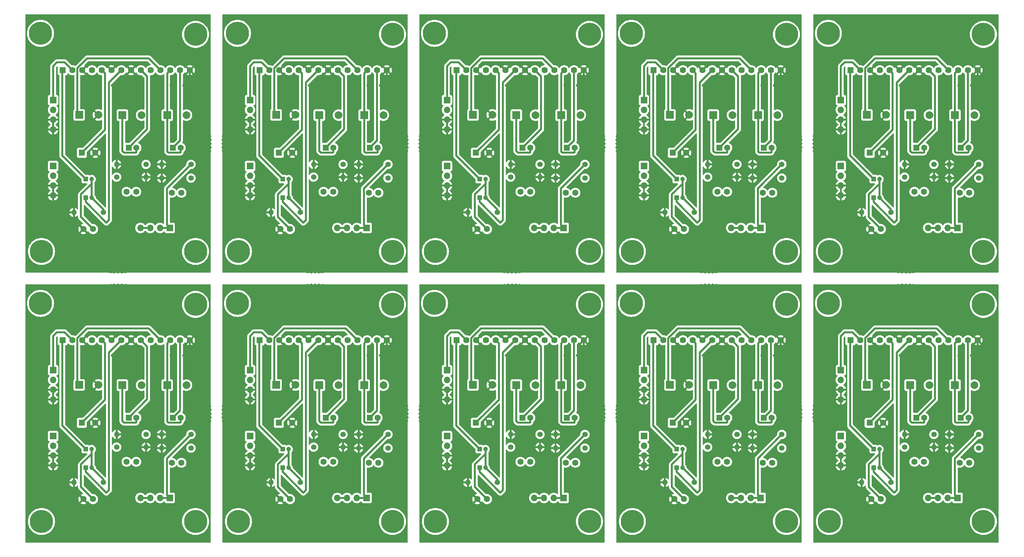
<source format=gbr>
%TF.GenerationSoftware,KiCad,Pcbnew,7.0.11*%
%TF.CreationDate,2024-10-20T12:39:06+07:00*%
%TF.ProjectId,V3,56332e6b-6963-4616-945f-706362585858,rev?*%
%TF.SameCoordinates,Original*%
%TF.FileFunction,Copper,L1,Top*%
%TF.FilePolarity,Positive*%
%FSLAX46Y46*%
G04 Gerber Fmt 4.6, Leading zero omitted, Abs format (unit mm)*
G04 Created by KiCad (PCBNEW 7.0.11) date 2024-10-20 12:39:06*
%MOMM*%
%LPD*%
G01*
G04 APERTURE LIST*
%TA.AperFunction,ComponentPad*%
%ADD10R,1.600000X1.600000*%
%TD*%
%TA.AperFunction,ComponentPad*%
%ADD11C,1.600000*%
%TD*%
%TA.AperFunction,ComponentPad*%
%ADD12C,6.000000*%
%TD*%
%TA.AperFunction,ComponentPad*%
%ADD13C,1.400000*%
%TD*%
%TA.AperFunction,ComponentPad*%
%ADD14O,1.400000X1.400000*%
%TD*%
%TA.AperFunction,ComponentPad*%
%ADD15R,1.700000X1.700000*%
%TD*%
%TA.AperFunction,ComponentPad*%
%ADD16O,1.700000X1.700000*%
%TD*%
%TA.AperFunction,ComponentPad*%
%ADD17R,2.000000X2.000000*%
%TD*%
%TA.AperFunction,ComponentPad*%
%ADD18C,2.000000*%
%TD*%
%TA.AperFunction,ComponentPad*%
%ADD19R,1.200000X1.200000*%
%TD*%
%TA.AperFunction,ComponentPad*%
%ADD20C,1.200000*%
%TD*%
%TA.AperFunction,ComponentPad*%
%ADD21R,1.620000X1.620000*%
%TD*%
%TA.AperFunction,ComponentPad*%
%ADD22C,1.620000*%
%TD*%
%TA.AperFunction,ViaPad*%
%ADD23C,0.600000*%
%TD*%
%TA.AperFunction,Conductor*%
%ADD24C,0.500000*%
%TD*%
G04 APERTURE END LIST*
D10*
%TO.P,C101,1*%
%TO.N,Board_2-B.S1*%
X162762276Y-55145944D03*
D11*
%TO.P,C101,2*%
%TO.N,Board_2-OUT1*%
X164762276Y-55145944D03*
%TD*%
D12*
%TO.P,H102,1*%
%TO.N,Board_4-unconnected-(H102-Pad1)*%
X230893444Y-82070944D03*
%TD*%
D13*
%TO.P,R101,1,+*%
%TO.N,Board_2-Net-(R101-+)*%
X144662388Y-71945944D03*
D14*
%TO.P,R101,2,-*%
%TO.N,Board_2-GND*%
X137042388Y-71945944D03*
%TD*%
D15*
%TO.P,J104,1*%
%TO.N,Board_0-IN1*%
X29353444Y-42766944D03*
D16*
%TO.P,J104,2*%
X29353444Y-45306944D03*
%TO.P,J104,3*%
%TO.N,Board_0-GND*%
X29353444Y-47846944D03*
%TO.P,J104,4*%
X29353444Y-50386944D03*
%TD*%
D11*
%TO.P,C114,1*%
%TO.N,Board_9-Net-(C111-Pad2)*%
X252979444Y-136680944D03*
%TO.P,C114,2*%
%TO.N,Board_9-Net-(R105-+)*%
X255479444Y-136680944D03*
%TD*%
D17*
%TO.P,C110,1*%
%TO.N,Board_1-+12VDC*%
X87255767Y-46624323D03*
D18*
%TO.P,C110,2*%
%TO.N,Board_1-GND*%
X92255767Y-46624323D03*
%TD*%
D13*
%TO.P,R105,1,+*%
%TO.N,Board_9-Net-(R105-+)*%
X258039444Y-129568944D03*
D14*
%TO.P,R105,2,-*%
%TO.N,Board_9-GND*%
X250419444Y-129568944D03*
%TD*%
D10*
%TO.P,C106,1*%
%TO.N,Board_3-B.S2*%
X202393332Y-55145944D03*
D11*
%TO.P,C106,2*%
%TO.N,Board_3-OUT2*%
X204393332Y-55145944D03*
%TD*%
%TO.P,C114,1*%
%TO.N,Board_8-Net-(C111-Pad2)*%
X201844444Y-136680944D03*
%TO.P,C114,2*%
%TO.N,Board_8-Net-(R105-+)*%
X204344444Y-136680944D03*
%TD*%
D19*
%TO.P,C103,1*%
%TO.N,Board_8-NF2*%
X191258444Y-138240944D03*
D20*
%TO.P,C103,2*%
%TO.N,Board_8-Net-(R101-+)*%
X192758444Y-138240944D03*
%TD*%
D13*
%TO.P,R105,1,+*%
%TO.N,Board_2-Net-(R105-+)*%
X155769444Y-59463944D03*
D14*
%TO.P,R105,2,-*%
%TO.N,Board_2-GND*%
X148149444Y-59463944D03*
%TD*%
D13*
%TO.P,R103,1,+*%
%TO.N,Board_8-OUT2*%
X199284444Y-132870944D03*
D14*
%TO.P,R103,2,-*%
%TO.N,Board_8-GND*%
X206904444Y-132870944D03*
%TD*%
D12*
%TO.P,H102,1*%
%TO.N,Board_1-unconnected-(H102-Pad1)*%
X77488444Y-82070944D03*
%TD*%
%TO.P,H102,1*%
%TO.N,Board_0-unconnected-(H102-Pad1)*%
X26353444Y-82070944D03*
%TD*%
D19*
%TO.P,C103,1*%
%TO.N,Board_7-NF2*%
X140123444Y-138240944D03*
D20*
%TO.P,C103,2*%
%TO.N,Board_7-Net-(R101-+)*%
X141623444Y-138240944D03*
%TD*%
D21*
%TO.P,AR101,1,NF1*%
%TO.N,Board_3-NF1*%
X185248444Y-35005000D03*
D22*
%TO.P,AR101,2,IN1*%
%TO.N,Board_3-IN1*%
X187788444Y-35005000D03*
%TO.P,AR101,3,PREAMP_GND*%
%TO.N,Board_3-GND*%
X190328444Y-35005000D03*
%TO.P,AR101,4,AUDIO_MUTING*%
%TO.N,Board_3-unconnected-(AR101-AUDIO_MUTING-Pad4)*%
X192868444Y-35005000D03*
%TO.P,AR101,5,D.C*%
%TO.N,Board_3-D.C*%
X195408444Y-35005000D03*
%TO.P,AR101,6,IN2*%
%TO.N,Board_3-GND*%
X197948444Y-35005000D03*
%TO.P,AR101,7,NF2*%
%TO.N,Board_3-NF2*%
X200488444Y-35005000D03*
%TO.P,AR101,8,POWER_AMP_GND2*%
%TO.N,Board_3-GND*%
X203028444Y-35005000D03*
%TO.P,AR101,9,B.S2*%
%TO.N,Board_3-B.S2*%
X205568444Y-35005000D03*
%TO.P,AR101,10,OUT2*%
%TO.N,Board_3-OUT2*%
X208108444Y-35005000D03*
%TO.P,AR101,11,VCC*%
%TO.N,Board_3-+12VDC*%
X210648444Y-35005000D03*
%TO.P,AR101,12,OUT1*%
%TO.N,Board_3-OUT1*%
X213188444Y-35005000D03*
%TO.P,AR101,13,B.S1*%
%TO.N,Board_3-B.S1*%
X215728444Y-35005000D03*
%TO.P,AR101,14,POWER_AMP_GND1*%
%TO.N,Board_3-GND*%
X218268444Y-35005000D03*
%TD*%
D13*
%TO.P,R103,1,+*%
%TO.N,Board_1-OUT2*%
X97014444Y-62765944D03*
D14*
%TO.P,R103,2,-*%
%TO.N,Board_1-GND*%
X104634444Y-62765944D03*
%TD*%
D15*
%TO.P,J104,1*%
%TO.N,Board_7-IN1*%
X131623444Y-112871944D03*
D16*
%TO.P,J104,2*%
X131623444Y-115411944D03*
%TO.P,J104,3*%
%TO.N,Board_7-GND*%
X131623444Y-117951944D03*
%TO.P,J104,4*%
X131623444Y-120491944D03*
%TD*%
D12*
%TO.P,H101,1*%
%TO.N,Board_7-unconnected-(H101-Pad1)*%
X168623444Y-95820000D03*
%TD*%
D11*
%TO.P,C114,1*%
%TO.N,Board_5-Net-(C111-Pad2)*%
X48439444Y-136680944D03*
%TO.P,C114,2*%
%TO.N,Board_5-Net-(R105-+)*%
X50939444Y-136680944D03*
%TD*%
D15*
%TO.P,J102,1*%
%TO.N,Board_7-+12VDC*%
X131623444Y-130016944D03*
D16*
%TO.P,J102,2*%
X131623444Y-132556944D03*
%TO.P,J102,3*%
%TO.N,Board_7-GND*%
X131623444Y-135096944D03*
%TO.P,J102,4*%
X131623444Y-137636944D03*
%TD*%
D11*
%TO.P,C114,1*%
%TO.N,Board_7-Net-(C111-Pad2)*%
X150709444Y-136680944D03*
%TO.P,C114,2*%
%TO.N,Board_7-Net-(R105-+)*%
X153209444Y-136680944D03*
%TD*%
D19*
%TO.P,C102,1*%
%TO.N,Board_1-NF1*%
X88988444Y-63309944D03*
D20*
%TO.P,C102,2*%
%TO.N,Board_1-Net-(R101-+)*%
X90488444Y-63309944D03*
%TD*%
D10*
%TO.P,C101,1*%
%TO.N,Board_5-B.S1*%
X60492276Y-125250944D03*
D11*
%TO.P,C101,2*%
%TO.N,Board_5-OUT1*%
X62492276Y-125250944D03*
%TD*%
%TO.P,C113,1*%
%TO.N,Board_6-Net-(C112-Pad2)*%
X113818219Y-136934944D03*
%TO.P,C113,2*%
%TO.N,Board_6-Net-(R106-+)*%
X111318219Y-136934944D03*
%TD*%
D15*
%TO.P,J102,1*%
%TO.N,Board_2-+12VDC*%
X131623444Y-59911944D03*
D16*
%TO.P,J102,2*%
X131623444Y-62451944D03*
%TO.P,J102,3*%
%TO.N,Board_2-GND*%
X131623444Y-64991944D03*
%TO.P,J102,4*%
X131623444Y-67531944D03*
%TD*%
D21*
%TO.P,AR101,1,NF1*%
%TO.N,Board_1-NF1*%
X82978444Y-35005000D03*
D22*
%TO.P,AR101,2,IN1*%
%TO.N,Board_1-IN1*%
X85518444Y-35005000D03*
%TO.P,AR101,3,PREAMP_GND*%
%TO.N,Board_1-GND*%
X88058444Y-35005000D03*
%TO.P,AR101,4,AUDIO_MUTING*%
%TO.N,Board_1-unconnected-(AR101-AUDIO_MUTING-Pad4)*%
X90598444Y-35005000D03*
%TO.P,AR101,5,D.C*%
%TO.N,Board_1-D.C*%
X93138444Y-35005000D03*
%TO.P,AR101,6,IN2*%
%TO.N,Board_1-GND*%
X95678444Y-35005000D03*
%TO.P,AR101,7,NF2*%
%TO.N,Board_1-NF2*%
X98218444Y-35005000D03*
%TO.P,AR101,8,POWER_AMP_GND2*%
%TO.N,Board_1-GND*%
X100758444Y-35005000D03*
%TO.P,AR101,9,B.S2*%
%TO.N,Board_1-B.S2*%
X103298444Y-35005000D03*
%TO.P,AR101,10,OUT2*%
%TO.N,Board_1-OUT2*%
X105838444Y-35005000D03*
%TO.P,AR101,11,VCC*%
%TO.N,Board_1-+12VDC*%
X108378444Y-35005000D03*
%TO.P,AR101,12,OUT1*%
%TO.N,Board_1-OUT1*%
X110918444Y-35005000D03*
%TO.P,AR101,13,B.S1*%
%TO.N,Board_1-B.S1*%
X113458444Y-35005000D03*
%TO.P,AR101,14,POWER_AMP_GND1*%
%TO.N,Board_1-GND*%
X115998444Y-35005000D03*
%TD*%
D12*
%TO.P,H104,1*%
%TO.N,Board_2-unconnected-(H104-Pad1)*%
X128373444Y-25451944D03*
%TD*%
D19*
%TO.P,C102,1*%
%TO.N,Board_5-NF1*%
X37853444Y-133414944D03*
D20*
%TO.P,C102,2*%
%TO.N,Board_5-Net-(R101-+)*%
X39353444Y-133414944D03*
%TD*%
D10*
%TO.P,C106,1*%
%TO.N,Board_1-B.S2*%
X100123332Y-55145944D03*
D11*
%TO.P,C106,2*%
%TO.N,Board_1-OUT2*%
X102123332Y-55145944D03*
%TD*%
D12*
%TO.P,H104,1*%
%TO.N,Board_8-unconnected-(H104-Pad1)*%
X179508444Y-95556944D03*
%TD*%
D15*
%TO.P,J102,1*%
%TO.N,Board_4-+12VDC*%
X233893444Y-59911944D03*
D16*
%TO.P,J102,2*%
X233893444Y-62451944D03*
%TO.P,J102,3*%
%TO.N,Board_4-GND*%
X233893444Y-64991944D03*
%TO.P,J102,4*%
X233893444Y-67531944D03*
%TD*%
D17*
%TO.P,C111,1*%
%TO.N,Board_0-OUT2*%
X47354823Y-46670000D03*
D18*
%TO.P,C111,2*%
%TO.N,Board_0-Net-(C111-Pad2)*%
X52354823Y-46670000D03*
%TD*%
D19*
%TO.P,C103,1*%
%TO.N,Board_2-NF2*%
X140123444Y-68135944D03*
D20*
%TO.P,C103,2*%
%TO.N,Board_2-Net-(R101-+)*%
X141623444Y-68135944D03*
%TD*%
D10*
%TO.P,C105,1*%
%TO.N,Board_5-D.C*%
X36835793Y-126556944D03*
D11*
%TO.P,C105,2*%
%TO.N,Board_5-GND*%
X40335793Y-126556944D03*
%TD*%
D19*
%TO.P,C102,1*%
%TO.N,Board_3-NF1*%
X191258444Y-63309944D03*
D20*
%TO.P,C102,2*%
%TO.N,Board_3-Net-(R101-+)*%
X192758444Y-63309944D03*
%TD*%
D17*
%TO.P,C112,1*%
%TO.N,Board_3-OUT1*%
X212390767Y-46670000D03*
D18*
%TO.P,C112,2*%
%TO.N,Board_3-Net-(C112-Pad2)*%
X217390767Y-46670000D03*
%TD*%
D10*
%TO.P,C106,1*%
%TO.N,Board_2-B.S2*%
X151258332Y-55145944D03*
D11*
%TO.P,C106,2*%
%TO.N,Board_2-OUT2*%
X153258332Y-55145944D03*
%TD*%
D15*
%TO.P,J102,1*%
%TO.N,Board_0-+12VDC*%
X29353444Y-59911944D03*
D16*
%TO.P,J102,2*%
X29353444Y-62451944D03*
%TO.P,J102,3*%
%TO.N,Board_0-GND*%
X29353444Y-64991944D03*
%TO.P,J102,4*%
X29353444Y-67531944D03*
%TD*%
D13*
%TO.P,R105,1,+*%
%TO.N,Board_7-Net-(R105-+)*%
X155769444Y-129568944D03*
D14*
%TO.P,R105,2,-*%
%TO.N,Board_7-GND*%
X148149444Y-129568944D03*
%TD*%
D11*
%TO.P,C104,1*%
%TO.N,Board_0-Net-(R101-+)*%
X39738444Y-76263944D03*
%TO.P,C104,2*%
%TO.N,Board_0-GND*%
X37238444Y-76263944D03*
%TD*%
D15*
%TO.P,J102,1*%
%TO.N,Board_8-+12VDC*%
X182758444Y-130016944D03*
D16*
%TO.P,J102,2*%
X182758444Y-132556944D03*
%TO.P,J102,3*%
%TO.N,Board_8-GND*%
X182758444Y-135096944D03*
%TO.P,J102,4*%
X182758444Y-137636944D03*
%TD*%
D17*
%TO.P,C112,1*%
%TO.N,Board_1-OUT1*%
X110120767Y-46670000D03*
D18*
%TO.P,C112,2*%
%TO.N,Board_1-Net-(C112-Pad2)*%
X115120767Y-46670000D03*
%TD*%
D13*
%TO.P,R101,1,+*%
%TO.N,Board_1-Net-(R101-+)*%
X93527388Y-71945944D03*
D14*
%TO.P,R101,2,-*%
%TO.N,Board_1-GND*%
X85907388Y-71945944D03*
%TD*%
D13*
%TO.P,R103,1,+*%
%TO.N,Board_2-OUT2*%
X148149444Y-62765944D03*
D14*
%TO.P,R103,2,-*%
%TO.N,Board_2-GND*%
X155769444Y-62765944D03*
%TD*%
D12*
%TO.P,H102,1*%
%TO.N,Board_7-unconnected-(H102-Pad1)*%
X128623444Y-152175944D03*
%TD*%
D11*
%TO.P,C113,1*%
%TO.N,Board_7-Net-(C112-Pad2)*%
X164953219Y-136934944D03*
%TO.P,C113,2*%
%TO.N,Board_7-Net-(R106-+)*%
X162453219Y-136934944D03*
%TD*%
D19*
%TO.P,C103,1*%
%TO.N,Board_1-NF2*%
X88988444Y-68135944D03*
D20*
%TO.P,C103,2*%
%TO.N,Board_1-Net-(R101-+)*%
X90488444Y-68135944D03*
%TD*%
D12*
%TO.P,H102,1*%
%TO.N,Board_3-unconnected-(H102-Pad1)*%
X179758444Y-82070944D03*
%TD*%
D11*
%TO.P,C104,1*%
%TO.N,Board_1-Net-(R101-+)*%
X90873444Y-76263944D03*
%TO.P,C104,2*%
%TO.N,Board_1-GND*%
X88373444Y-76263944D03*
%TD*%
D13*
%TO.P,R105,1,+*%
%TO.N,Board_0-Net-(R105-+)*%
X53499444Y-59463944D03*
D14*
%TO.P,R105,2,-*%
%TO.N,Board_0-GND*%
X45879444Y-59463944D03*
%TD*%
D13*
%TO.P,R106,1,+*%
%TO.N,Board_7-Net-(R106-+)*%
X167433444Y-133124944D03*
D14*
%TO.P,R106,2,-*%
%TO.N,Board_7-GND*%
X159813444Y-133124944D03*
%TD*%
D12*
%TO.P,H104,1*%
%TO.N,Board_6-unconnected-(H104-Pad1)*%
X77238444Y-95556944D03*
%TD*%
D11*
%TO.P,C114,1*%
%TO.N,Board_3-Net-(C111-Pad2)*%
X201844444Y-66575944D03*
%TO.P,C114,2*%
%TO.N,Board_3-Net-(R105-+)*%
X204344444Y-66575944D03*
%TD*%
D13*
%TO.P,R109,1,+*%
%TO.N,Board_1-OUT1*%
X116298444Y-59463944D03*
D14*
%TO.P,R109,2,-*%
%TO.N,Board_1-GND*%
X108678444Y-59463944D03*
%TD*%
D11*
%TO.P,C104,1*%
%TO.N,Board_3-Net-(R101-+)*%
X193143444Y-76263944D03*
%TO.P,C104,2*%
%TO.N,Board_3-GND*%
X190643444Y-76263944D03*
%TD*%
D13*
%TO.P,R106,1,+*%
%TO.N,Board_2-Net-(R106-+)*%
X167433444Y-63019944D03*
D14*
%TO.P,R106,2,-*%
%TO.N,Board_2-GND*%
X159813444Y-63019944D03*
%TD*%
D13*
%TO.P,R101,1,+*%
%TO.N,Board_0-Net-(R101-+)*%
X42392388Y-71945944D03*
D14*
%TO.P,R101,2,-*%
%TO.N,Board_0-GND*%
X34772388Y-71945944D03*
%TD*%
D10*
%TO.P,C101,1*%
%TO.N,Board_6-B.S1*%
X111627276Y-125250944D03*
D11*
%TO.P,C101,2*%
%TO.N,Board_6-OUT1*%
X113627276Y-125250944D03*
%TD*%
D13*
%TO.P,R106,1,+*%
%TO.N,Board_6-Net-(R106-+)*%
X116298444Y-133124944D03*
D14*
%TO.P,R106,2,-*%
%TO.N,Board_6-GND*%
X108678444Y-133124944D03*
%TD*%
D13*
%TO.P,R101,1,+*%
%TO.N,Board_8-Net-(R101-+)*%
X195797388Y-142050944D03*
D14*
%TO.P,R101,2,-*%
%TO.N,Board_8-GND*%
X188177388Y-142050944D03*
%TD*%
D21*
%TO.P,AR101,1,NF1*%
%TO.N,Board_0-NF1*%
X31843444Y-35005000D03*
D22*
%TO.P,AR101,2,IN1*%
%TO.N,Board_0-IN1*%
X34383444Y-35005000D03*
%TO.P,AR101,3,PREAMP_GND*%
%TO.N,Board_0-GND*%
X36923444Y-35005000D03*
%TO.P,AR101,4,AUDIO_MUTING*%
%TO.N,Board_0-unconnected-(AR101-AUDIO_MUTING-Pad4)*%
X39463444Y-35005000D03*
%TO.P,AR101,5,D.C*%
%TO.N,Board_0-D.C*%
X42003444Y-35005000D03*
%TO.P,AR101,6,IN2*%
%TO.N,Board_0-GND*%
X44543444Y-35005000D03*
%TO.P,AR101,7,NF2*%
%TO.N,Board_0-NF2*%
X47083444Y-35005000D03*
%TO.P,AR101,8,POWER_AMP_GND2*%
%TO.N,Board_0-GND*%
X49623444Y-35005000D03*
%TO.P,AR101,9,B.S2*%
%TO.N,Board_0-B.S2*%
X52163444Y-35005000D03*
%TO.P,AR101,10,OUT2*%
%TO.N,Board_0-OUT2*%
X54703444Y-35005000D03*
%TO.P,AR101,11,VCC*%
%TO.N,Board_0-+12VDC*%
X57243444Y-35005000D03*
%TO.P,AR101,12,OUT1*%
%TO.N,Board_0-OUT1*%
X59783444Y-35005000D03*
%TO.P,AR101,13,B.S1*%
%TO.N,Board_0-B.S1*%
X62323444Y-35005000D03*
%TO.P,AR101,14,POWER_AMP_GND1*%
%TO.N,Board_0-GND*%
X64863444Y-35005000D03*
%TD*%
D11*
%TO.P,C104,1*%
%TO.N,Board_9-Net-(R101-+)*%
X244278444Y-146368944D03*
%TO.P,C104,2*%
%TO.N,Board_9-GND*%
X241778444Y-146368944D03*
%TD*%
D15*
%TO.P,J104,1*%
%TO.N,Board_9-IN1*%
X233893444Y-112871944D03*
D16*
%TO.P,J104,2*%
X233893444Y-115411944D03*
%TO.P,J104,3*%
%TO.N,Board_9-GND*%
X233893444Y-117951944D03*
%TO.P,J104,4*%
X233893444Y-120491944D03*
%TD*%
D11*
%TO.P,C104,1*%
%TO.N,Board_8-Net-(R101-+)*%
X193143444Y-146368944D03*
%TO.P,C104,2*%
%TO.N,Board_8-GND*%
X190643444Y-146368944D03*
%TD*%
D17*
%TO.P,C111,1*%
%TO.N,Board_6-OUT2*%
X98489823Y-116775000D03*
D18*
%TO.P,C111,2*%
%TO.N,Board_6-Net-(C111-Pad2)*%
X103489823Y-116775000D03*
%TD*%
D13*
%TO.P,R105,1,+*%
%TO.N,Board_1-Net-(R105-+)*%
X104634444Y-59463944D03*
D14*
%TO.P,R105,2,-*%
%TO.N,Board_1-GND*%
X97014444Y-59463944D03*
%TD*%
D12*
%TO.P,H103,1*%
%TO.N,Board_0-unconnected-(H103-Pad1)*%
X66353444Y-82070944D03*
%TD*%
D11*
%TO.P,C113,1*%
%TO.N,Board_1-Net-(C112-Pad2)*%
X113818219Y-66829944D03*
%TO.P,C113,2*%
%TO.N,Board_1-Net-(R106-+)*%
X111318219Y-66829944D03*
%TD*%
D10*
%TO.P,C105,1*%
%TO.N,Board_9-D.C*%
X241375793Y-126556944D03*
D11*
%TO.P,C105,2*%
%TO.N,Board_9-GND*%
X244875793Y-126556944D03*
%TD*%
D17*
%TO.P,C112,1*%
%TO.N,Board_0-OUT1*%
X58985767Y-46670000D03*
D18*
%TO.P,C112,2*%
%TO.N,Board_0-Net-(C112-Pad2)*%
X63985767Y-46670000D03*
%TD*%
D21*
%TO.P,AR101,1,NF1*%
%TO.N,Board_6-NF1*%
X82978444Y-105110000D03*
D22*
%TO.P,AR101,2,IN1*%
%TO.N,Board_6-IN1*%
X85518444Y-105110000D03*
%TO.P,AR101,3,PREAMP_GND*%
%TO.N,Board_6-GND*%
X88058444Y-105110000D03*
%TO.P,AR101,4,AUDIO_MUTING*%
%TO.N,Board_6-unconnected-(AR101-AUDIO_MUTING-Pad4)*%
X90598444Y-105110000D03*
%TO.P,AR101,5,D.C*%
%TO.N,Board_6-D.C*%
X93138444Y-105110000D03*
%TO.P,AR101,6,IN2*%
%TO.N,Board_6-GND*%
X95678444Y-105110000D03*
%TO.P,AR101,7,NF2*%
%TO.N,Board_6-NF2*%
X98218444Y-105110000D03*
%TO.P,AR101,8,POWER_AMP_GND2*%
%TO.N,Board_6-GND*%
X100758444Y-105110000D03*
%TO.P,AR101,9,B.S2*%
%TO.N,Board_6-B.S2*%
X103298444Y-105110000D03*
%TO.P,AR101,10,OUT2*%
%TO.N,Board_6-OUT2*%
X105838444Y-105110000D03*
%TO.P,AR101,11,VCC*%
%TO.N,Board_6-+12VDC*%
X108378444Y-105110000D03*
%TO.P,AR101,12,OUT1*%
%TO.N,Board_6-OUT1*%
X110918444Y-105110000D03*
%TO.P,AR101,13,B.S1*%
%TO.N,Board_6-B.S1*%
X113458444Y-105110000D03*
%TO.P,AR101,14,POWER_AMP_GND1*%
%TO.N,Board_6-GND*%
X115998444Y-105110000D03*
%TD*%
D17*
%TO.P,C110,1*%
%TO.N,Board_9-+12VDC*%
X240660767Y-116729323D03*
D18*
%TO.P,C110,2*%
%TO.N,Board_9-GND*%
X245660767Y-116729323D03*
%TD*%
D13*
%TO.P,R103,1,+*%
%TO.N,Board_5-OUT2*%
X45879444Y-132870944D03*
D14*
%TO.P,R103,2,-*%
%TO.N,Board_5-GND*%
X53499444Y-132870944D03*
%TD*%
D10*
%TO.P,C106,1*%
%TO.N,Board_7-B.S2*%
X151258332Y-125250944D03*
D11*
%TO.P,C106,2*%
%TO.N,Board_7-OUT2*%
X153258332Y-125250944D03*
%TD*%
%TO.P,C104,1*%
%TO.N,Board_4-Net-(R101-+)*%
X244278444Y-76263944D03*
%TO.P,C104,2*%
%TO.N,Board_4-GND*%
X241778444Y-76263944D03*
%TD*%
D12*
%TO.P,H104,1*%
%TO.N,Board_4-unconnected-(H104-Pad1)*%
X230643444Y-25451944D03*
%TD*%
D10*
%TO.P,C105,1*%
%TO.N,Board_8-D.C*%
X190240793Y-126556944D03*
D11*
%TO.P,C105,2*%
%TO.N,Board_8-GND*%
X193740793Y-126556944D03*
%TD*%
D10*
%TO.P,C105,1*%
%TO.N,Board_3-D.C*%
X190240793Y-56451944D03*
D11*
%TO.P,C105,2*%
%TO.N,Board_3-GND*%
X193740793Y-56451944D03*
%TD*%
D13*
%TO.P,R109,1,+*%
%TO.N,Board_2-OUT1*%
X167433444Y-59463944D03*
D14*
%TO.P,R109,2,-*%
%TO.N,Board_2-GND*%
X159813444Y-59463944D03*
%TD*%
D10*
%TO.P,C106,1*%
%TO.N,Board_0-B.S2*%
X48988332Y-55145944D03*
D11*
%TO.P,C106,2*%
%TO.N,Board_0-OUT2*%
X50988332Y-55145944D03*
%TD*%
D12*
%TO.P,H103,1*%
%TO.N,Board_9-unconnected-(H103-Pad1)*%
X270893444Y-152175944D03*
%TD*%
D17*
%TO.P,C110,1*%
%TO.N,Board_4-+12VDC*%
X240660767Y-46624323D03*
D18*
%TO.P,C110,2*%
%TO.N,Board_4-GND*%
X245660767Y-46624323D03*
%TD*%
D12*
%TO.P,H101,1*%
%TO.N,Board_6-unconnected-(H101-Pad1)*%
X117488444Y-95820000D03*
%TD*%
D13*
%TO.P,R101,1,+*%
%TO.N,Board_4-Net-(R101-+)*%
X246932388Y-71945944D03*
D14*
%TO.P,R101,2,-*%
%TO.N,Board_4-GND*%
X239312388Y-71945944D03*
%TD*%
D15*
%TO.P,J103,1*%
%TO.N,Board_9-OUT1*%
X264193444Y-146056944D03*
D16*
%TO.P,J103,2*%
X261653444Y-146056944D03*
%TO.P,J103,3*%
%TO.N,Board_9-OUT2*%
X259113444Y-146056944D03*
%TO.P,J103,4*%
X256573444Y-146056944D03*
%TD*%
D13*
%TO.P,R106,1,+*%
%TO.N,Board_1-Net-(R106-+)*%
X116298444Y-63019944D03*
D14*
%TO.P,R106,2,-*%
%TO.N,Board_1-GND*%
X108678444Y-63019944D03*
%TD*%
D17*
%TO.P,C111,1*%
%TO.N,Board_5-OUT2*%
X47354823Y-116775000D03*
D18*
%TO.P,C111,2*%
%TO.N,Board_5-Net-(C111-Pad2)*%
X52354823Y-116775000D03*
%TD*%
D12*
%TO.P,H104,1*%
%TO.N,Board_9-unconnected-(H104-Pad1)*%
X230643444Y-95556944D03*
%TD*%
D13*
%TO.P,R109,1,+*%
%TO.N,Board_8-OUT1*%
X218568444Y-129568944D03*
D14*
%TO.P,R109,2,-*%
%TO.N,Board_8-GND*%
X210948444Y-129568944D03*
%TD*%
D12*
%TO.P,H101,1*%
%TO.N,Board_1-unconnected-(H101-Pad1)*%
X117488444Y-25715000D03*
%TD*%
D11*
%TO.P,C104,1*%
%TO.N,Board_7-Net-(R101-+)*%
X142008444Y-146368944D03*
%TO.P,C104,2*%
%TO.N,Board_7-GND*%
X139508444Y-146368944D03*
%TD*%
D15*
%TO.P,J104,1*%
%TO.N,Board_4-IN1*%
X233893444Y-42766944D03*
D16*
%TO.P,J104,2*%
X233893444Y-45306944D03*
%TO.P,J104,3*%
%TO.N,Board_4-GND*%
X233893444Y-47846944D03*
%TO.P,J104,4*%
X233893444Y-50386944D03*
%TD*%
D13*
%TO.P,R103,1,+*%
%TO.N,Board_7-OUT2*%
X148149444Y-132870944D03*
D14*
%TO.P,R103,2,-*%
%TO.N,Board_7-GND*%
X155769444Y-132870944D03*
%TD*%
D13*
%TO.P,R105,1,+*%
%TO.N,Board_6-Net-(R105-+)*%
X104634444Y-129568944D03*
D14*
%TO.P,R105,2,-*%
%TO.N,Board_6-GND*%
X97014444Y-129568944D03*
%TD*%
D15*
%TO.P,J104,1*%
%TO.N,Board_1-IN1*%
X80488444Y-42766944D03*
D16*
%TO.P,J104,2*%
X80488444Y-45306944D03*
%TO.P,J104,3*%
%TO.N,Board_1-GND*%
X80488444Y-47846944D03*
%TO.P,J104,4*%
X80488444Y-50386944D03*
%TD*%
D19*
%TO.P,C103,1*%
%TO.N,Board_5-NF2*%
X37853444Y-138240944D03*
D20*
%TO.P,C103,2*%
%TO.N,Board_5-Net-(R101-+)*%
X39353444Y-138240944D03*
%TD*%
D17*
%TO.P,C111,1*%
%TO.N,Board_4-OUT2*%
X251894823Y-46670000D03*
D18*
%TO.P,C111,2*%
%TO.N,Board_4-Net-(C111-Pad2)*%
X256894823Y-46670000D03*
%TD*%
D10*
%TO.P,C105,1*%
%TO.N,Board_7-D.C*%
X139105793Y-126556944D03*
D11*
%TO.P,C105,2*%
%TO.N,Board_7-GND*%
X142605793Y-126556944D03*
%TD*%
D15*
%TO.P,J104,1*%
%TO.N,Board_5-IN1*%
X29353444Y-112871944D03*
D16*
%TO.P,J104,2*%
X29353444Y-115411944D03*
%TO.P,J104,3*%
%TO.N,Board_5-GND*%
X29353444Y-117951944D03*
%TO.P,J104,4*%
X29353444Y-120491944D03*
%TD*%
D12*
%TO.P,H101,1*%
%TO.N,Board_8-unconnected-(H101-Pad1)*%
X219758444Y-95820000D03*
%TD*%
%TO.P,H101,1*%
%TO.N,Board_0-unconnected-(H101-Pad1)*%
X66353444Y-25715000D03*
%TD*%
D17*
%TO.P,C110,1*%
%TO.N,Board_7-+12VDC*%
X138390767Y-116729323D03*
D18*
%TO.P,C110,2*%
%TO.N,Board_7-GND*%
X143390767Y-116729323D03*
%TD*%
D13*
%TO.P,R103,1,+*%
%TO.N,Board_6-OUT2*%
X97014444Y-132870944D03*
D14*
%TO.P,R103,2,-*%
%TO.N,Board_6-GND*%
X104634444Y-132870944D03*
%TD*%
D13*
%TO.P,R105,1,+*%
%TO.N,Board_8-Net-(R105-+)*%
X206904444Y-129568944D03*
D14*
%TO.P,R105,2,-*%
%TO.N,Board_8-GND*%
X199284444Y-129568944D03*
%TD*%
D13*
%TO.P,R101,1,+*%
%TO.N,Board_3-Net-(R101-+)*%
X195797388Y-71945944D03*
D14*
%TO.P,R101,2,-*%
%TO.N,Board_3-GND*%
X188177388Y-71945944D03*
%TD*%
D12*
%TO.P,H104,1*%
%TO.N,Board_7-unconnected-(H104-Pad1)*%
X128373444Y-95556944D03*
%TD*%
%TO.P,H101,1*%
%TO.N,Board_9-unconnected-(H101-Pad1)*%
X270893444Y-95820000D03*
%TD*%
D11*
%TO.P,C114,1*%
%TO.N,Board_1-Net-(C111-Pad2)*%
X99574444Y-66575944D03*
%TO.P,C114,2*%
%TO.N,Board_1-Net-(R105-+)*%
X102074444Y-66575944D03*
%TD*%
%TO.P,C104,1*%
%TO.N,Board_6-Net-(R101-+)*%
X90873444Y-146368944D03*
%TO.P,C104,2*%
%TO.N,Board_6-GND*%
X88373444Y-146368944D03*
%TD*%
D15*
%TO.P,J103,1*%
%TO.N,Board_2-OUT1*%
X161923444Y-75951944D03*
D16*
%TO.P,J103,2*%
X159383444Y-75951944D03*
%TO.P,J103,3*%
%TO.N,Board_2-OUT2*%
X156843444Y-75951944D03*
%TO.P,J103,4*%
X154303444Y-75951944D03*
%TD*%
D19*
%TO.P,C102,1*%
%TO.N,Board_6-NF1*%
X88988444Y-133414944D03*
D20*
%TO.P,C102,2*%
%TO.N,Board_6-Net-(R101-+)*%
X90488444Y-133414944D03*
%TD*%
D17*
%TO.P,C112,1*%
%TO.N,Board_5-OUT1*%
X58985767Y-116775000D03*
D18*
%TO.P,C112,2*%
%TO.N,Board_5-Net-(C112-Pad2)*%
X63985767Y-116775000D03*
%TD*%
D10*
%TO.P,C101,1*%
%TO.N,Board_8-B.S1*%
X213897276Y-125250944D03*
D11*
%TO.P,C101,2*%
%TO.N,Board_8-OUT1*%
X215897276Y-125250944D03*
%TD*%
D13*
%TO.P,R109,1,+*%
%TO.N,Board_9-OUT1*%
X269703444Y-129568944D03*
D14*
%TO.P,R109,2,-*%
%TO.N,Board_9-GND*%
X262083444Y-129568944D03*
%TD*%
D12*
%TO.P,H101,1*%
%TO.N,Board_4-unconnected-(H101-Pad1)*%
X270893444Y-25715000D03*
%TD*%
D10*
%TO.P,C101,1*%
%TO.N,Board_4-B.S1*%
X265032276Y-55145944D03*
D11*
%TO.P,C101,2*%
%TO.N,Board_4-OUT1*%
X267032276Y-55145944D03*
%TD*%
D17*
%TO.P,C110,1*%
%TO.N,Board_2-+12VDC*%
X138390767Y-46624323D03*
D18*
%TO.P,C110,2*%
%TO.N,Board_2-GND*%
X143390767Y-46624323D03*
%TD*%
D21*
%TO.P,AR101,1,NF1*%
%TO.N,Board_8-NF1*%
X185248444Y-105110000D03*
D22*
%TO.P,AR101,2,IN1*%
%TO.N,Board_8-IN1*%
X187788444Y-105110000D03*
%TO.P,AR101,3,PREAMP_GND*%
%TO.N,Board_8-GND*%
X190328444Y-105110000D03*
%TO.P,AR101,4,AUDIO_MUTING*%
%TO.N,Board_8-unconnected-(AR101-AUDIO_MUTING-Pad4)*%
X192868444Y-105110000D03*
%TO.P,AR101,5,D.C*%
%TO.N,Board_8-D.C*%
X195408444Y-105110000D03*
%TO.P,AR101,6,IN2*%
%TO.N,Board_8-GND*%
X197948444Y-105110000D03*
%TO.P,AR101,7,NF2*%
%TO.N,Board_8-NF2*%
X200488444Y-105110000D03*
%TO.P,AR101,8,POWER_AMP_GND2*%
%TO.N,Board_8-GND*%
X203028444Y-105110000D03*
%TO.P,AR101,9,B.S2*%
%TO.N,Board_8-B.S2*%
X205568444Y-105110000D03*
%TO.P,AR101,10,OUT2*%
%TO.N,Board_8-OUT2*%
X208108444Y-105110000D03*
%TO.P,AR101,11,VCC*%
%TO.N,Board_8-+12VDC*%
X210648444Y-105110000D03*
%TO.P,AR101,12,OUT1*%
%TO.N,Board_8-OUT1*%
X213188444Y-105110000D03*
%TO.P,AR101,13,B.S1*%
%TO.N,Board_8-B.S1*%
X215728444Y-105110000D03*
%TO.P,AR101,14,POWER_AMP_GND1*%
%TO.N,Board_8-GND*%
X218268444Y-105110000D03*
%TD*%
D11*
%TO.P,C113,1*%
%TO.N,Board_3-Net-(C112-Pad2)*%
X216088219Y-66829944D03*
%TO.P,C113,2*%
%TO.N,Board_3-Net-(R106-+)*%
X213588219Y-66829944D03*
%TD*%
%TO.P,C113,1*%
%TO.N,Board_2-Net-(C112-Pad2)*%
X164953219Y-66829944D03*
%TO.P,C113,2*%
%TO.N,Board_2-Net-(R106-+)*%
X162453219Y-66829944D03*
%TD*%
D13*
%TO.P,R109,1,+*%
%TO.N,Board_3-OUT1*%
X218568444Y-59463944D03*
D14*
%TO.P,R109,2,-*%
%TO.N,Board_3-GND*%
X210948444Y-59463944D03*
%TD*%
D10*
%TO.P,C106,1*%
%TO.N,Board_9-B.S2*%
X253528332Y-125250944D03*
D11*
%TO.P,C106,2*%
%TO.N,Board_9-OUT2*%
X255528332Y-125250944D03*
%TD*%
D12*
%TO.P,H103,1*%
%TO.N,Board_1-unconnected-(H103-Pad1)*%
X117488444Y-82070944D03*
%TD*%
D21*
%TO.P,AR101,1,NF1*%
%TO.N,Board_2-NF1*%
X134113444Y-35005000D03*
D22*
%TO.P,AR101,2,IN1*%
%TO.N,Board_2-IN1*%
X136653444Y-35005000D03*
%TO.P,AR101,3,PREAMP_GND*%
%TO.N,Board_2-GND*%
X139193444Y-35005000D03*
%TO.P,AR101,4,AUDIO_MUTING*%
%TO.N,Board_2-unconnected-(AR101-AUDIO_MUTING-Pad4)*%
X141733444Y-35005000D03*
%TO.P,AR101,5,D.C*%
%TO.N,Board_2-D.C*%
X144273444Y-35005000D03*
%TO.P,AR101,6,IN2*%
%TO.N,Board_2-GND*%
X146813444Y-35005000D03*
%TO.P,AR101,7,NF2*%
%TO.N,Board_2-NF2*%
X149353444Y-35005000D03*
%TO.P,AR101,8,POWER_AMP_GND2*%
%TO.N,Board_2-GND*%
X151893444Y-35005000D03*
%TO.P,AR101,9,B.S2*%
%TO.N,Board_2-B.S2*%
X154433444Y-35005000D03*
%TO.P,AR101,10,OUT2*%
%TO.N,Board_2-OUT2*%
X156973444Y-35005000D03*
%TO.P,AR101,11,VCC*%
%TO.N,Board_2-+12VDC*%
X159513444Y-35005000D03*
%TO.P,AR101,12,OUT1*%
%TO.N,Board_2-OUT1*%
X162053444Y-35005000D03*
%TO.P,AR101,13,B.S1*%
%TO.N,Board_2-B.S1*%
X164593444Y-35005000D03*
%TO.P,AR101,14,POWER_AMP_GND1*%
%TO.N,Board_2-GND*%
X167133444Y-35005000D03*
%TD*%
D10*
%TO.P,C105,1*%
%TO.N,Board_4-D.C*%
X241375793Y-56451944D03*
D11*
%TO.P,C105,2*%
%TO.N,Board_4-GND*%
X244875793Y-56451944D03*
%TD*%
D13*
%TO.P,R106,1,+*%
%TO.N,Board_3-Net-(R106-+)*%
X218568444Y-63019944D03*
D14*
%TO.P,R106,2,-*%
%TO.N,Board_3-GND*%
X210948444Y-63019944D03*
%TD*%
D11*
%TO.P,C114,1*%
%TO.N,Board_4-Net-(C111-Pad2)*%
X252979444Y-66575944D03*
%TO.P,C114,2*%
%TO.N,Board_4-Net-(R105-+)*%
X255479444Y-66575944D03*
%TD*%
D13*
%TO.P,R109,1,+*%
%TO.N,Board_6-OUT1*%
X116298444Y-129568944D03*
D14*
%TO.P,R109,2,-*%
%TO.N,Board_6-GND*%
X108678444Y-129568944D03*
%TD*%
D15*
%TO.P,J104,1*%
%TO.N,Board_3-IN1*%
X182758444Y-42766944D03*
D16*
%TO.P,J104,2*%
X182758444Y-45306944D03*
%TO.P,J104,3*%
%TO.N,Board_3-GND*%
X182758444Y-47846944D03*
%TO.P,J104,4*%
X182758444Y-50386944D03*
%TD*%
D12*
%TO.P,H103,1*%
%TO.N,Board_3-unconnected-(H103-Pad1)*%
X219758444Y-82070944D03*
%TD*%
%TO.P,H103,1*%
%TO.N,Board_2-unconnected-(H103-Pad1)*%
X168623444Y-82070944D03*
%TD*%
D13*
%TO.P,R105,1,+*%
%TO.N,Board_5-Net-(R105-+)*%
X53499444Y-129568944D03*
D14*
%TO.P,R105,2,-*%
%TO.N,Board_5-GND*%
X45879444Y-129568944D03*
%TD*%
D17*
%TO.P,C112,1*%
%TO.N,Board_9-OUT1*%
X263525767Y-116775000D03*
D18*
%TO.P,C112,2*%
%TO.N,Board_9-Net-(C112-Pad2)*%
X268525767Y-116775000D03*
%TD*%
D15*
%TO.P,J102,1*%
%TO.N,Board_3-+12VDC*%
X182758444Y-59911944D03*
D16*
%TO.P,J102,2*%
X182758444Y-62451944D03*
%TO.P,J102,3*%
%TO.N,Board_3-GND*%
X182758444Y-64991944D03*
%TO.P,J102,4*%
X182758444Y-67531944D03*
%TD*%
D17*
%TO.P,C110,1*%
%TO.N,Board_6-+12VDC*%
X87255767Y-116729323D03*
D18*
%TO.P,C110,2*%
%TO.N,Board_6-GND*%
X92255767Y-116729323D03*
%TD*%
D12*
%TO.P,H101,1*%
%TO.N,Board_3-unconnected-(H101-Pad1)*%
X219758444Y-25715000D03*
%TD*%
%TO.P,H102,1*%
%TO.N,Board_5-unconnected-(H102-Pad1)*%
X26353444Y-152175944D03*
%TD*%
D11*
%TO.P,C113,1*%
%TO.N,Board_0-Net-(C112-Pad2)*%
X62683219Y-66829944D03*
%TO.P,C113,2*%
%TO.N,Board_0-Net-(R106-+)*%
X60183219Y-66829944D03*
%TD*%
D12*
%TO.P,H104,1*%
%TO.N,Board_3-unconnected-(H104-Pad1)*%
X179508444Y-25451944D03*
%TD*%
D13*
%TO.P,R105,1,+*%
%TO.N,Board_3-Net-(R105-+)*%
X206904444Y-59463944D03*
D14*
%TO.P,R105,2,-*%
%TO.N,Board_3-GND*%
X199284444Y-59463944D03*
%TD*%
D15*
%TO.P,J103,1*%
%TO.N,Board_5-OUT1*%
X59653444Y-146056944D03*
D16*
%TO.P,J103,2*%
X57113444Y-146056944D03*
%TO.P,J103,3*%
%TO.N,Board_5-OUT2*%
X54573444Y-146056944D03*
%TO.P,J103,4*%
X52033444Y-146056944D03*
%TD*%
D12*
%TO.P,H102,1*%
%TO.N,Board_2-unconnected-(H102-Pad1)*%
X128623444Y-82070944D03*
%TD*%
D10*
%TO.P,C106,1*%
%TO.N,Board_4-B.S2*%
X253528332Y-55145944D03*
D11*
%TO.P,C106,2*%
%TO.N,Board_4-OUT2*%
X255528332Y-55145944D03*
%TD*%
D17*
%TO.P,C112,1*%
%TO.N,Board_7-OUT1*%
X161255767Y-116775000D03*
D18*
%TO.P,C112,2*%
%TO.N,Board_7-Net-(C112-Pad2)*%
X166255767Y-116775000D03*
%TD*%
D13*
%TO.P,R101,1,+*%
%TO.N,Board_9-Net-(R101-+)*%
X246932388Y-142050944D03*
D14*
%TO.P,R101,2,-*%
%TO.N,Board_9-GND*%
X239312388Y-142050944D03*
%TD*%
D13*
%TO.P,R101,1,+*%
%TO.N,Board_6-Net-(R101-+)*%
X93527388Y-142050944D03*
D14*
%TO.P,R101,2,-*%
%TO.N,Board_6-GND*%
X85907388Y-142050944D03*
%TD*%
D19*
%TO.P,C103,1*%
%TO.N,Board_4-NF2*%
X242393444Y-68135944D03*
D20*
%TO.P,C103,2*%
%TO.N,Board_4-Net-(R101-+)*%
X243893444Y-68135944D03*
%TD*%
D12*
%TO.P,H103,1*%
%TO.N,Board_5-unconnected-(H103-Pad1)*%
X66353444Y-152175944D03*
%TD*%
D15*
%TO.P,J104,1*%
%TO.N,Board_6-IN1*%
X80488444Y-112871944D03*
D16*
%TO.P,J104,2*%
X80488444Y-115411944D03*
%TO.P,J104,3*%
%TO.N,Board_6-GND*%
X80488444Y-117951944D03*
%TO.P,J104,4*%
X80488444Y-120491944D03*
%TD*%
D19*
%TO.P,C102,1*%
%TO.N,Board_4-NF1*%
X242393444Y-63309944D03*
D20*
%TO.P,C102,2*%
%TO.N,Board_4-Net-(R101-+)*%
X243893444Y-63309944D03*
%TD*%
D21*
%TO.P,AR101,1,NF1*%
%TO.N,Board_4-NF1*%
X236383444Y-35005000D03*
D22*
%TO.P,AR101,2,IN1*%
%TO.N,Board_4-IN1*%
X238923444Y-35005000D03*
%TO.P,AR101,3,PREAMP_GND*%
%TO.N,Board_4-GND*%
X241463444Y-35005000D03*
%TO.P,AR101,4,AUDIO_MUTING*%
%TO.N,Board_4-unconnected-(AR101-AUDIO_MUTING-Pad4)*%
X244003444Y-35005000D03*
%TO.P,AR101,5,D.C*%
%TO.N,Board_4-D.C*%
X246543444Y-35005000D03*
%TO.P,AR101,6,IN2*%
%TO.N,Board_4-GND*%
X249083444Y-35005000D03*
%TO.P,AR101,7,NF2*%
%TO.N,Board_4-NF2*%
X251623444Y-35005000D03*
%TO.P,AR101,8,POWER_AMP_GND2*%
%TO.N,Board_4-GND*%
X254163444Y-35005000D03*
%TO.P,AR101,9,B.S2*%
%TO.N,Board_4-B.S2*%
X256703444Y-35005000D03*
%TO.P,AR101,10,OUT2*%
%TO.N,Board_4-OUT2*%
X259243444Y-35005000D03*
%TO.P,AR101,11,VCC*%
%TO.N,Board_4-+12VDC*%
X261783444Y-35005000D03*
%TO.P,AR101,12,OUT1*%
%TO.N,Board_4-OUT1*%
X264323444Y-35005000D03*
%TO.P,AR101,13,B.S1*%
%TO.N,Board_4-B.S1*%
X266863444Y-35005000D03*
%TO.P,AR101,14,POWER_AMP_GND1*%
%TO.N,Board_4-GND*%
X269403444Y-35005000D03*
%TD*%
D13*
%TO.P,R106,1,+*%
%TO.N,Board_0-Net-(R106-+)*%
X65163444Y-63019944D03*
D14*
%TO.P,R106,2,-*%
%TO.N,Board_0-GND*%
X57543444Y-63019944D03*
%TD*%
D19*
%TO.P,C102,1*%
%TO.N,Board_0-NF1*%
X37853444Y-63309944D03*
D20*
%TO.P,C102,2*%
%TO.N,Board_0-Net-(R101-+)*%
X39353444Y-63309944D03*
%TD*%
D10*
%TO.P,C106,1*%
%TO.N,Board_6-B.S2*%
X100123332Y-125250944D03*
D11*
%TO.P,C106,2*%
%TO.N,Board_6-OUT2*%
X102123332Y-125250944D03*
%TD*%
D13*
%TO.P,R109,1,+*%
%TO.N,Board_5-OUT1*%
X65163444Y-129568944D03*
D14*
%TO.P,R109,2,-*%
%TO.N,Board_5-GND*%
X57543444Y-129568944D03*
%TD*%
D11*
%TO.P,C113,1*%
%TO.N,Board_9-Net-(C112-Pad2)*%
X267223219Y-136934944D03*
%TO.P,C113,2*%
%TO.N,Board_9-Net-(R106-+)*%
X264723219Y-136934944D03*
%TD*%
D19*
%TO.P,C102,1*%
%TO.N,Board_8-NF1*%
X191258444Y-133414944D03*
D20*
%TO.P,C102,2*%
%TO.N,Board_8-Net-(R101-+)*%
X192758444Y-133414944D03*
%TD*%
D17*
%TO.P,C112,1*%
%TO.N,Board_6-OUT1*%
X110120767Y-116775000D03*
D18*
%TO.P,C112,2*%
%TO.N,Board_6-Net-(C112-Pad2)*%
X115120767Y-116775000D03*
%TD*%
D13*
%TO.P,R106,1,+*%
%TO.N,Board_5-Net-(R106-+)*%
X65163444Y-133124944D03*
D14*
%TO.P,R106,2,-*%
%TO.N,Board_5-GND*%
X57543444Y-133124944D03*
%TD*%
D13*
%TO.P,R103,1,+*%
%TO.N,Board_3-OUT2*%
X199284444Y-62765944D03*
D14*
%TO.P,R103,2,-*%
%TO.N,Board_3-GND*%
X206904444Y-62765944D03*
%TD*%
D15*
%TO.P,J103,1*%
%TO.N,Board_4-OUT1*%
X264193444Y-75951944D03*
D16*
%TO.P,J103,2*%
X261653444Y-75951944D03*
%TO.P,J103,3*%
%TO.N,Board_4-OUT2*%
X259113444Y-75951944D03*
%TO.P,J103,4*%
X256573444Y-75951944D03*
%TD*%
D12*
%TO.P,H103,1*%
%TO.N,Board_6-unconnected-(H103-Pad1)*%
X117488444Y-152175944D03*
%TD*%
D17*
%TO.P,C110,1*%
%TO.N,Board_5-+12VDC*%
X36120767Y-116729323D03*
D18*
%TO.P,C110,2*%
%TO.N,Board_5-GND*%
X41120767Y-116729323D03*
%TD*%
D13*
%TO.P,R101,1,+*%
%TO.N,Board_5-Net-(R101-+)*%
X42392388Y-142050944D03*
D14*
%TO.P,R101,2,-*%
%TO.N,Board_5-GND*%
X34772388Y-142050944D03*
%TD*%
D17*
%TO.P,C111,1*%
%TO.N,Board_9-OUT2*%
X251894823Y-116775000D03*
D18*
%TO.P,C111,2*%
%TO.N,Board_9-Net-(C111-Pad2)*%
X256894823Y-116775000D03*
%TD*%
D15*
%TO.P,J104,1*%
%TO.N,Board_2-IN1*%
X131623444Y-42766944D03*
D16*
%TO.P,J104,2*%
X131623444Y-45306944D03*
%TO.P,J104,3*%
%TO.N,Board_2-GND*%
X131623444Y-47846944D03*
%TO.P,J104,4*%
X131623444Y-50386944D03*
%TD*%
D10*
%TO.P,C105,1*%
%TO.N,Board_2-D.C*%
X139105793Y-56451944D03*
D11*
%TO.P,C105,2*%
%TO.N,Board_2-GND*%
X142605793Y-56451944D03*
%TD*%
D12*
%TO.P,H103,1*%
%TO.N,Board_8-unconnected-(H103-Pad1)*%
X219758444Y-152175944D03*
%TD*%
D13*
%TO.P,R109,1,+*%
%TO.N,Board_4-OUT1*%
X269703444Y-59463944D03*
D14*
%TO.P,R109,2,-*%
%TO.N,Board_4-GND*%
X262083444Y-59463944D03*
%TD*%
D19*
%TO.P,C103,1*%
%TO.N,Board_3-NF2*%
X191258444Y-68135944D03*
D20*
%TO.P,C103,2*%
%TO.N,Board_3-Net-(R101-+)*%
X192758444Y-68135944D03*
%TD*%
D15*
%TO.P,J103,1*%
%TO.N,Board_6-OUT1*%
X110788444Y-146056944D03*
D16*
%TO.P,J103,2*%
X108248444Y-146056944D03*
%TO.P,J103,3*%
%TO.N,Board_6-OUT2*%
X105708444Y-146056944D03*
%TO.P,J103,4*%
X103168444Y-146056944D03*
%TD*%
D13*
%TO.P,R105,1,+*%
%TO.N,Board_4-Net-(R105-+)*%
X258039444Y-59463944D03*
D14*
%TO.P,R105,2,-*%
%TO.N,Board_4-GND*%
X250419444Y-59463944D03*
%TD*%
D17*
%TO.P,C111,1*%
%TO.N,Board_1-OUT2*%
X98489823Y-46670000D03*
D18*
%TO.P,C111,2*%
%TO.N,Board_1-Net-(C111-Pad2)*%
X103489823Y-46670000D03*
%TD*%
D12*
%TO.P,H102,1*%
%TO.N,Board_6-unconnected-(H102-Pad1)*%
X77488444Y-152175944D03*
%TD*%
D17*
%TO.P,C111,1*%
%TO.N,Board_3-OUT2*%
X200759823Y-46670000D03*
D18*
%TO.P,C111,2*%
%TO.N,Board_3-Net-(C111-Pad2)*%
X205759823Y-46670000D03*
%TD*%
D12*
%TO.P,H104,1*%
%TO.N,Board_0-unconnected-(H104-Pad1)*%
X26103444Y-25451944D03*
%TD*%
D13*
%TO.P,R106,1,+*%
%TO.N,Board_8-Net-(R106-+)*%
X218568444Y-133124944D03*
D14*
%TO.P,R106,2,-*%
%TO.N,Board_8-GND*%
X210948444Y-133124944D03*
%TD*%
D17*
%TO.P,C110,1*%
%TO.N,Board_3-+12VDC*%
X189525767Y-46624323D03*
D18*
%TO.P,C110,2*%
%TO.N,Board_3-GND*%
X194525767Y-46624323D03*
%TD*%
D17*
%TO.P,C112,1*%
%TO.N,Board_4-OUT1*%
X263525767Y-46670000D03*
D18*
%TO.P,C112,2*%
%TO.N,Board_4-Net-(C112-Pad2)*%
X268525767Y-46670000D03*
%TD*%
D12*
%TO.P,H102,1*%
%TO.N,Board_8-unconnected-(H102-Pad1)*%
X179758444Y-152175944D03*
%TD*%
D11*
%TO.P,C104,1*%
%TO.N,Board_5-Net-(R101-+)*%
X39738444Y-146368944D03*
%TO.P,C104,2*%
%TO.N,Board_5-GND*%
X37238444Y-146368944D03*
%TD*%
D12*
%TO.P,H103,1*%
%TO.N,Board_4-unconnected-(H103-Pad1)*%
X270893444Y-82070944D03*
%TD*%
%TO.P,H104,1*%
%TO.N,Board_5-unconnected-(H104-Pad1)*%
X26103444Y-95556944D03*
%TD*%
D10*
%TO.P,C101,1*%
%TO.N,Board_3-B.S1*%
X213897276Y-55145944D03*
D11*
%TO.P,C101,2*%
%TO.N,Board_3-OUT1*%
X215897276Y-55145944D03*
%TD*%
D13*
%TO.P,R103,1,+*%
%TO.N,Board_9-OUT2*%
X250419444Y-132870944D03*
D14*
%TO.P,R103,2,-*%
%TO.N,Board_9-GND*%
X258039444Y-132870944D03*
%TD*%
D17*
%TO.P,C111,1*%
%TO.N,Board_7-OUT2*%
X149624823Y-116775000D03*
D18*
%TO.P,C111,2*%
%TO.N,Board_7-Net-(C111-Pad2)*%
X154624823Y-116775000D03*
%TD*%
D13*
%TO.P,R106,1,+*%
%TO.N,Board_4-Net-(R106-+)*%
X269703444Y-63019944D03*
D14*
%TO.P,R106,2,-*%
%TO.N,Board_4-GND*%
X262083444Y-63019944D03*
%TD*%
D11*
%TO.P,C113,1*%
%TO.N,Board_4-Net-(C112-Pad2)*%
X267223219Y-66829944D03*
%TO.P,C113,2*%
%TO.N,Board_4-Net-(R106-+)*%
X264723219Y-66829944D03*
%TD*%
%TO.P,C114,1*%
%TO.N,Board_6-Net-(C111-Pad2)*%
X99574444Y-136680944D03*
%TO.P,C114,2*%
%TO.N,Board_6-Net-(R105-+)*%
X102074444Y-136680944D03*
%TD*%
D10*
%TO.P,C101,1*%
%TO.N,Board_0-B.S1*%
X60492276Y-55145944D03*
D11*
%TO.P,C101,2*%
%TO.N,Board_0-OUT1*%
X62492276Y-55145944D03*
%TD*%
D12*
%TO.P,H104,1*%
%TO.N,Board_1-unconnected-(H104-Pad1)*%
X77238444Y-25451944D03*
%TD*%
D13*
%TO.P,R103,1,+*%
%TO.N,Board_0-OUT2*%
X45879444Y-62765944D03*
D14*
%TO.P,R103,2,-*%
%TO.N,Board_0-GND*%
X53499444Y-62765944D03*
%TD*%
D15*
%TO.P,J103,1*%
%TO.N,Board_8-OUT1*%
X213058444Y-146056944D03*
D16*
%TO.P,J103,2*%
X210518444Y-146056944D03*
%TO.P,J103,3*%
%TO.N,Board_8-OUT2*%
X207978444Y-146056944D03*
%TO.P,J103,4*%
X205438444Y-146056944D03*
%TD*%
D11*
%TO.P,C104,1*%
%TO.N,Board_2-Net-(R101-+)*%
X142008444Y-76263944D03*
%TO.P,C104,2*%
%TO.N,Board_2-GND*%
X139508444Y-76263944D03*
%TD*%
D10*
%TO.P,C106,1*%
%TO.N,Board_8-B.S2*%
X202393332Y-125250944D03*
D11*
%TO.P,C106,2*%
%TO.N,Board_8-OUT2*%
X204393332Y-125250944D03*
%TD*%
D19*
%TO.P,C102,1*%
%TO.N,Board_7-NF1*%
X140123444Y-133414944D03*
D20*
%TO.P,C102,2*%
%TO.N,Board_7-Net-(R101-+)*%
X141623444Y-133414944D03*
%TD*%
D19*
%TO.P,C102,1*%
%TO.N,Board_2-NF1*%
X140123444Y-63309944D03*
D20*
%TO.P,C102,2*%
%TO.N,Board_2-Net-(R101-+)*%
X141623444Y-63309944D03*
%TD*%
D15*
%TO.P,J104,1*%
%TO.N,Board_8-IN1*%
X182758444Y-112871944D03*
D16*
%TO.P,J104,2*%
X182758444Y-115411944D03*
%TO.P,J104,3*%
%TO.N,Board_8-GND*%
X182758444Y-117951944D03*
%TO.P,J104,4*%
X182758444Y-120491944D03*
%TD*%
D13*
%TO.P,R101,1,+*%
%TO.N,Board_7-Net-(R101-+)*%
X144662388Y-142050944D03*
D14*
%TO.P,R101,2,-*%
%TO.N,Board_7-GND*%
X137042388Y-142050944D03*
%TD*%
D10*
%TO.P,C105,1*%
%TO.N,Board_1-D.C*%
X87970793Y-56451944D03*
D11*
%TO.P,C105,2*%
%TO.N,Board_1-GND*%
X91470793Y-56451944D03*
%TD*%
D12*
%TO.P,H101,1*%
%TO.N,Board_5-unconnected-(H101-Pad1)*%
X66353444Y-95820000D03*
%TD*%
D13*
%TO.P,R109,1,+*%
%TO.N,Board_0-OUT1*%
X65163444Y-59463944D03*
D14*
%TO.P,R109,2,-*%
%TO.N,Board_0-GND*%
X57543444Y-59463944D03*
%TD*%
D15*
%TO.P,J102,1*%
%TO.N,Board_9-+12VDC*%
X233893444Y-130016944D03*
D16*
%TO.P,J102,2*%
X233893444Y-132556944D03*
%TO.P,J102,3*%
%TO.N,Board_9-GND*%
X233893444Y-135096944D03*
%TO.P,J102,4*%
X233893444Y-137636944D03*
%TD*%
D10*
%TO.P,C101,1*%
%TO.N,Board_9-B.S1*%
X265032276Y-125250944D03*
D11*
%TO.P,C101,2*%
%TO.N,Board_9-OUT1*%
X267032276Y-125250944D03*
%TD*%
D17*
%TO.P,C110,1*%
%TO.N,Board_8-+12VDC*%
X189525767Y-116729323D03*
D18*
%TO.P,C110,2*%
%TO.N,Board_8-GND*%
X194525767Y-116729323D03*
%TD*%
D15*
%TO.P,J103,1*%
%TO.N,Board_1-OUT1*%
X110788444Y-75951944D03*
D16*
%TO.P,J103,2*%
X108248444Y-75951944D03*
%TO.P,J103,3*%
%TO.N,Board_1-OUT2*%
X105708444Y-75951944D03*
%TO.P,J103,4*%
X103168444Y-75951944D03*
%TD*%
D15*
%TO.P,J103,1*%
%TO.N,Board_7-OUT1*%
X161923444Y-146056944D03*
D16*
%TO.P,J103,2*%
X159383444Y-146056944D03*
%TO.P,J103,3*%
%TO.N,Board_7-OUT2*%
X156843444Y-146056944D03*
%TO.P,J103,4*%
X154303444Y-146056944D03*
%TD*%
D12*
%TO.P,H102,1*%
%TO.N,Board_9-unconnected-(H102-Pad1)*%
X230893444Y-152175944D03*
%TD*%
D17*
%TO.P,C110,1*%
%TO.N,Board_0-+12VDC*%
X36120767Y-46624323D03*
D18*
%TO.P,C110,2*%
%TO.N,Board_0-GND*%
X41120767Y-46624323D03*
%TD*%
D12*
%TO.P,H103,1*%
%TO.N,Board_7-unconnected-(H103-Pad1)*%
X168623444Y-152175944D03*
%TD*%
D15*
%TO.P,J102,1*%
%TO.N,Board_5-+12VDC*%
X29353444Y-130016944D03*
D16*
%TO.P,J102,2*%
X29353444Y-132556944D03*
%TO.P,J102,3*%
%TO.N,Board_5-GND*%
X29353444Y-135096944D03*
%TO.P,J102,4*%
X29353444Y-137636944D03*
%TD*%
D13*
%TO.P,R109,1,+*%
%TO.N,Board_7-OUT1*%
X167433444Y-129568944D03*
D14*
%TO.P,R109,2,-*%
%TO.N,Board_7-GND*%
X159813444Y-129568944D03*
%TD*%
D19*
%TO.P,C102,1*%
%TO.N,Board_9-NF1*%
X242393444Y-133414944D03*
D20*
%TO.P,C102,2*%
%TO.N,Board_9-Net-(R101-+)*%
X243893444Y-133414944D03*
%TD*%
D21*
%TO.P,AR101,1,NF1*%
%TO.N,Board_7-NF1*%
X134113444Y-105110000D03*
D22*
%TO.P,AR101,2,IN1*%
%TO.N,Board_7-IN1*%
X136653444Y-105110000D03*
%TO.P,AR101,3,PREAMP_GND*%
%TO.N,Board_7-GND*%
X139193444Y-105110000D03*
%TO.P,AR101,4,AUDIO_MUTING*%
%TO.N,Board_7-unconnected-(AR101-AUDIO_MUTING-Pad4)*%
X141733444Y-105110000D03*
%TO.P,AR101,5,D.C*%
%TO.N,Board_7-D.C*%
X144273444Y-105110000D03*
%TO.P,AR101,6,IN2*%
%TO.N,Board_7-GND*%
X146813444Y-105110000D03*
%TO.P,AR101,7,NF2*%
%TO.N,Board_7-NF2*%
X149353444Y-105110000D03*
%TO.P,AR101,8,POWER_AMP_GND2*%
%TO.N,Board_7-GND*%
X151893444Y-105110000D03*
%TO.P,AR101,9,B.S2*%
%TO.N,Board_7-B.S2*%
X154433444Y-105110000D03*
%TO.P,AR101,10,OUT2*%
%TO.N,Board_7-OUT2*%
X156973444Y-105110000D03*
%TO.P,AR101,11,VCC*%
%TO.N,Board_7-+12VDC*%
X159513444Y-105110000D03*
%TO.P,AR101,12,OUT1*%
%TO.N,Board_7-OUT1*%
X162053444Y-105110000D03*
%TO.P,AR101,13,B.S1*%
%TO.N,Board_7-B.S1*%
X164593444Y-105110000D03*
%TO.P,AR101,14,POWER_AMP_GND1*%
%TO.N,Board_7-GND*%
X167133444Y-105110000D03*
%TD*%
D21*
%TO.P,AR101,1,NF1*%
%TO.N,Board_5-NF1*%
X31843444Y-105110000D03*
D22*
%TO.P,AR101,2,IN1*%
%TO.N,Board_5-IN1*%
X34383444Y-105110000D03*
%TO.P,AR101,3,PREAMP_GND*%
%TO.N,Board_5-GND*%
X36923444Y-105110000D03*
%TO.P,AR101,4,AUDIO_MUTING*%
%TO.N,Board_5-unconnected-(AR101-AUDIO_MUTING-Pad4)*%
X39463444Y-105110000D03*
%TO.P,AR101,5,D.C*%
%TO.N,Board_5-D.C*%
X42003444Y-105110000D03*
%TO.P,AR101,6,IN2*%
%TO.N,Board_5-GND*%
X44543444Y-105110000D03*
%TO.P,AR101,7,NF2*%
%TO.N,Board_5-NF2*%
X47083444Y-105110000D03*
%TO.P,AR101,8,POWER_AMP_GND2*%
%TO.N,Board_5-GND*%
X49623444Y-105110000D03*
%TO.P,AR101,9,B.S2*%
%TO.N,Board_5-B.S2*%
X52163444Y-105110000D03*
%TO.P,AR101,10,OUT2*%
%TO.N,Board_5-OUT2*%
X54703444Y-105110000D03*
%TO.P,AR101,11,VCC*%
%TO.N,Board_5-+12VDC*%
X57243444Y-105110000D03*
%TO.P,AR101,12,OUT1*%
%TO.N,Board_5-OUT1*%
X59783444Y-105110000D03*
%TO.P,AR101,13,B.S1*%
%TO.N,Board_5-B.S1*%
X62323444Y-105110000D03*
%TO.P,AR101,14,POWER_AMP_GND1*%
%TO.N,Board_5-GND*%
X64863444Y-105110000D03*
%TD*%
D17*
%TO.P,C111,1*%
%TO.N,Board_8-OUT2*%
X200759823Y-116775000D03*
D18*
%TO.P,C111,2*%
%TO.N,Board_8-Net-(C111-Pad2)*%
X205759823Y-116775000D03*
%TD*%
D10*
%TO.P,C105,1*%
%TO.N,Board_6-D.C*%
X87970793Y-126556944D03*
D11*
%TO.P,C105,2*%
%TO.N,Board_6-GND*%
X91470793Y-126556944D03*
%TD*%
%TO.P,C114,1*%
%TO.N,Board_2-Net-(C111-Pad2)*%
X150709444Y-66575944D03*
%TO.P,C114,2*%
%TO.N,Board_2-Net-(R105-+)*%
X153209444Y-66575944D03*
%TD*%
D10*
%TO.P,C105,1*%
%TO.N,Board_0-D.C*%
X36835793Y-56451944D03*
D11*
%TO.P,C105,2*%
%TO.N,Board_0-GND*%
X40335793Y-56451944D03*
%TD*%
%TO.P,C114,1*%
%TO.N,Board_0-Net-(C111-Pad2)*%
X48439444Y-66575944D03*
%TO.P,C114,2*%
%TO.N,Board_0-Net-(R105-+)*%
X50939444Y-66575944D03*
%TD*%
D10*
%TO.P,C106,1*%
%TO.N,Board_5-B.S2*%
X48988332Y-125250944D03*
D11*
%TO.P,C106,2*%
%TO.N,Board_5-OUT2*%
X50988332Y-125250944D03*
%TD*%
D13*
%TO.P,R106,1,+*%
%TO.N,Board_9-Net-(R106-+)*%
X269703444Y-133124944D03*
D14*
%TO.P,R106,2,-*%
%TO.N,Board_9-GND*%
X262083444Y-133124944D03*
%TD*%
D10*
%TO.P,C101,1*%
%TO.N,Board_1-B.S1*%
X111627276Y-55145944D03*
D11*
%TO.P,C101,2*%
%TO.N,Board_1-OUT1*%
X113627276Y-55145944D03*
%TD*%
D10*
%TO.P,C101,1*%
%TO.N,Board_7-B.S1*%
X162762276Y-125250944D03*
D11*
%TO.P,C101,2*%
%TO.N,Board_7-OUT1*%
X164762276Y-125250944D03*
%TD*%
D19*
%TO.P,C103,1*%
%TO.N,Board_0-NF2*%
X37853444Y-68135944D03*
D20*
%TO.P,C103,2*%
%TO.N,Board_0-Net-(R101-+)*%
X39353444Y-68135944D03*
%TD*%
D19*
%TO.P,C103,1*%
%TO.N,Board_6-NF2*%
X88988444Y-138240944D03*
D20*
%TO.P,C103,2*%
%TO.N,Board_6-Net-(R101-+)*%
X90488444Y-138240944D03*
%TD*%
D17*
%TO.P,C112,1*%
%TO.N,Board_8-OUT1*%
X212390767Y-116775000D03*
D18*
%TO.P,C112,2*%
%TO.N,Board_8-Net-(C112-Pad2)*%
X217390767Y-116775000D03*
%TD*%
D15*
%TO.P,J103,1*%
%TO.N,Board_3-OUT1*%
X213058444Y-75951944D03*
D16*
%TO.P,J103,2*%
X210518444Y-75951944D03*
%TO.P,J103,3*%
%TO.N,Board_3-OUT2*%
X207978444Y-75951944D03*
%TO.P,J103,4*%
X205438444Y-75951944D03*
%TD*%
D11*
%TO.P,C113,1*%
%TO.N,Board_8-Net-(C112-Pad2)*%
X216088219Y-136934944D03*
%TO.P,C113,2*%
%TO.N,Board_8-Net-(R106-+)*%
X213588219Y-136934944D03*
%TD*%
%TO.P,C113,1*%
%TO.N,Board_5-Net-(C112-Pad2)*%
X62683219Y-136934944D03*
%TO.P,C113,2*%
%TO.N,Board_5-Net-(R106-+)*%
X60183219Y-136934944D03*
%TD*%
D17*
%TO.P,C111,1*%
%TO.N,Board_2-OUT2*%
X149624823Y-46670000D03*
D18*
%TO.P,C111,2*%
%TO.N,Board_2-Net-(C111-Pad2)*%
X154624823Y-46670000D03*
%TD*%
D12*
%TO.P,H101,1*%
%TO.N,Board_2-unconnected-(H101-Pad1)*%
X168623444Y-25715000D03*
%TD*%
D15*
%TO.P,J102,1*%
%TO.N,Board_6-+12VDC*%
X80488444Y-130016944D03*
D16*
%TO.P,J102,2*%
X80488444Y-132556944D03*
%TO.P,J102,3*%
%TO.N,Board_6-GND*%
X80488444Y-135096944D03*
%TO.P,J102,4*%
X80488444Y-137636944D03*
%TD*%
D13*
%TO.P,R103,1,+*%
%TO.N,Board_4-OUT2*%
X250419444Y-62765944D03*
D14*
%TO.P,R103,2,-*%
%TO.N,Board_4-GND*%
X258039444Y-62765944D03*
%TD*%
D19*
%TO.P,C103,1*%
%TO.N,Board_9-NF2*%
X242393444Y-138240944D03*
D20*
%TO.P,C103,2*%
%TO.N,Board_9-Net-(R101-+)*%
X243893444Y-138240944D03*
%TD*%
D17*
%TO.P,C112,1*%
%TO.N,Board_2-OUT1*%
X161255767Y-46670000D03*
D18*
%TO.P,C112,2*%
%TO.N,Board_2-Net-(C112-Pad2)*%
X166255767Y-46670000D03*
%TD*%
D21*
%TO.P,AR101,1,NF1*%
%TO.N,Board_9-NF1*%
X236383444Y-105110000D03*
D22*
%TO.P,AR101,2,IN1*%
%TO.N,Board_9-IN1*%
X238923444Y-105110000D03*
%TO.P,AR101,3,PREAMP_GND*%
%TO.N,Board_9-GND*%
X241463444Y-105110000D03*
%TO.P,AR101,4,AUDIO_MUTING*%
%TO.N,Board_9-unconnected-(AR101-AUDIO_MUTING-Pad4)*%
X244003444Y-105110000D03*
%TO.P,AR101,5,D.C*%
%TO.N,Board_9-D.C*%
X246543444Y-105110000D03*
%TO.P,AR101,6,IN2*%
%TO.N,Board_9-GND*%
X249083444Y-105110000D03*
%TO.P,AR101,7,NF2*%
%TO.N,Board_9-NF2*%
X251623444Y-105110000D03*
%TO.P,AR101,8,POWER_AMP_GND2*%
%TO.N,Board_9-GND*%
X254163444Y-105110000D03*
%TO.P,AR101,9,B.S2*%
%TO.N,Board_9-B.S2*%
X256703444Y-105110000D03*
%TO.P,AR101,10,OUT2*%
%TO.N,Board_9-OUT2*%
X259243444Y-105110000D03*
%TO.P,AR101,11,VCC*%
%TO.N,Board_9-+12VDC*%
X261783444Y-105110000D03*
%TO.P,AR101,12,OUT1*%
%TO.N,Board_9-OUT1*%
X264323444Y-105110000D03*
%TO.P,AR101,13,B.S1*%
%TO.N,Board_9-B.S1*%
X266863444Y-105110000D03*
%TO.P,AR101,14,POWER_AMP_GND1*%
%TO.N,Board_9-GND*%
X269403444Y-105110000D03*
%TD*%
D15*
%TO.P,J103,1*%
%TO.N,Board_0-OUT1*%
X59653444Y-75951944D03*
D16*
%TO.P,J103,2*%
X57113444Y-75951944D03*
%TO.P,J103,3*%
%TO.N,Board_0-OUT2*%
X54573444Y-75951944D03*
%TO.P,J103,4*%
X52033444Y-75951944D03*
%TD*%
D15*
%TO.P,J102,1*%
%TO.N,Board_1-+12VDC*%
X80488444Y-59911944D03*
D16*
%TO.P,J102,2*%
X80488444Y-62451944D03*
%TO.P,J102,3*%
%TO.N,Board_1-GND*%
X80488444Y-64991944D03*
%TO.P,J102,4*%
X80488444Y-67531944D03*
%TD*%
D23*
%TO.N,Board_0-GND*%
X55353444Y-55181944D03*
X44653444Y-38951944D03*
X40393444Y-38951944D03*
X59853444Y-38951944D03*
X44853444Y-53911944D03*
X33853444Y-39721944D03*
X32353444Y-66221944D03*
X44853444Y-55181944D03*
X55603444Y-67451944D03*
X33853444Y-38451944D03*
X44853444Y-56451944D03*
X32353444Y-67491944D03*
X56353444Y-41491944D03*
X30603444Y-37951944D03*
X39123444Y-38951944D03*
X61123444Y-38951944D03*
X30603444Y-40491944D03*
X30603444Y-39221944D03*
X32353444Y-64951944D03*
X37853444Y-38951944D03*
X63123444Y-38951944D03*
X55353444Y-56451944D03*
X46893444Y-38951944D03*
X55603444Y-64911944D03*
X52393444Y-38951944D03*
X56353444Y-40221944D03*
X51123444Y-38951944D03*
X33853444Y-40991944D03*
X45623444Y-38951944D03*
X56353444Y-38951944D03*
X55603444Y-66181944D03*
X55353444Y-53911944D03*
X49853444Y-38951944D03*
%TO.N,Board_1-GND*%
X96758444Y-38951944D03*
X112258444Y-38951944D03*
X100988444Y-38951944D03*
X102258444Y-38951944D03*
X106488444Y-55181944D03*
X110988444Y-38951944D03*
X84988444Y-38451944D03*
X81738444Y-39221944D03*
X98028444Y-38951944D03*
X95788444Y-38951944D03*
X83488444Y-64951944D03*
X90258444Y-38951944D03*
X106488444Y-53911944D03*
X84988444Y-40991944D03*
X95988444Y-56451944D03*
X106738444Y-66181944D03*
X84988444Y-39721944D03*
X83488444Y-66221944D03*
X88988444Y-38951944D03*
X83488444Y-67491944D03*
X107488444Y-38951944D03*
X91528444Y-38951944D03*
X106738444Y-64911944D03*
X95988444Y-53911944D03*
X81738444Y-40491944D03*
X103528444Y-38951944D03*
X107488444Y-41491944D03*
X95988444Y-55181944D03*
X106738444Y-67451944D03*
X106488444Y-56451944D03*
X81738444Y-37951944D03*
X114258444Y-38951944D03*
X107488444Y-40221944D03*
%TO.N,Board_2-GND*%
X132873444Y-39221944D03*
X132873444Y-37951944D03*
X157873444Y-67451944D03*
X157623444Y-53911944D03*
X136123444Y-40991944D03*
X152123444Y-38951944D03*
X134623444Y-67491944D03*
X158623444Y-40221944D03*
X140123444Y-38951944D03*
X142663444Y-38951944D03*
X147123444Y-55181944D03*
X136123444Y-38451944D03*
X165393444Y-38951944D03*
X157873444Y-66181944D03*
X136123444Y-39721944D03*
X146923444Y-38951944D03*
X154663444Y-38951944D03*
X157873444Y-64911944D03*
X153393444Y-38951944D03*
X162123444Y-38951944D03*
X158623444Y-38951944D03*
X132873444Y-40491944D03*
X134623444Y-66221944D03*
X157623444Y-56451944D03*
X157623444Y-55181944D03*
X141393444Y-38951944D03*
X134623444Y-64951944D03*
X147123444Y-53911944D03*
X158623444Y-41491944D03*
X163393444Y-38951944D03*
X147893444Y-38951944D03*
X147123444Y-56451944D03*
X149163444Y-38951944D03*
%TO.N,Board_3-GND*%
X209758444Y-41491944D03*
X198258444Y-53911944D03*
X208758444Y-56451944D03*
X185758444Y-66221944D03*
X185758444Y-67491944D03*
X209008444Y-67451944D03*
X198058444Y-38951944D03*
X185758444Y-64951944D03*
X209008444Y-64911944D03*
X184008444Y-40491944D03*
X187258444Y-38451944D03*
X187258444Y-40991944D03*
X209008444Y-66181944D03*
X198258444Y-56451944D03*
X209758444Y-38951944D03*
X198258444Y-55181944D03*
X200298444Y-38951944D03*
X187258444Y-39721944D03*
X184008444Y-39221944D03*
X213258444Y-38951944D03*
X216528444Y-38951944D03*
X199028444Y-38951944D03*
X208758444Y-53911944D03*
X193798444Y-38951944D03*
X191258444Y-38951944D03*
X209758444Y-40221944D03*
X205798444Y-38951944D03*
X184008444Y-37951944D03*
X204528444Y-38951944D03*
X203258444Y-38951944D03*
X214528444Y-38951944D03*
X192528444Y-38951944D03*
X208758444Y-55181944D03*
%TO.N,Board_4-GND*%
X238393444Y-39721944D03*
X235143444Y-39221944D03*
X238393444Y-40991944D03*
X267663444Y-38951944D03*
X243663444Y-38951944D03*
X260143444Y-67451944D03*
X259893444Y-53911944D03*
X244933444Y-38951944D03*
X249193444Y-38951944D03*
X242393444Y-38951944D03*
X236893444Y-64951944D03*
X235143444Y-40491944D03*
X249393444Y-56451944D03*
X264393444Y-38951944D03*
X251433444Y-38951944D03*
X250163444Y-38951944D03*
X249393444Y-55181944D03*
X259893444Y-55181944D03*
X260143444Y-66181944D03*
X260143444Y-64911944D03*
X259893444Y-56451944D03*
X236893444Y-66221944D03*
X254393444Y-38951944D03*
X235143444Y-37951944D03*
X256933444Y-38951944D03*
X249393444Y-53911944D03*
X236893444Y-67491944D03*
X260893444Y-40221944D03*
X238393444Y-38451944D03*
X265663444Y-38951944D03*
X255663444Y-38951944D03*
X260893444Y-41491944D03*
X260893444Y-38951944D03*
%TO.N,Board_5-GND*%
X32353444Y-135056944D03*
X52393444Y-109056944D03*
X55353444Y-125286944D03*
X49853444Y-109056944D03*
X44853444Y-124016944D03*
X55353444Y-124016944D03*
X61123444Y-109056944D03*
X59853444Y-109056944D03*
X56353444Y-109056944D03*
X44853444Y-126556944D03*
X40393444Y-109056944D03*
X45623444Y-109056944D03*
X55603444Y-136286944D03*
X56353444Y-110326944D03*
X32353444Y-137596944D03*
X33853444Y-111096944D03*
X33853444Y-109826944D03*
X55603444Y-137556944D03*
X39123444Y-109056944D03*
X33853444Y-108556944D03*
X32353444Y-136326944D03*
X55353444Y-126556944D03*
X55603444Y-135016944D03*
X56353444Y-111596944D03*
X46893444Y-109056944D03*
X30603444Y-109326944D03*
X51123444Y-109056944D03*
X44653444Y-109056944D03*
X30603444Y-108056944D03*
X30603444Y-110596944D03*
X37853444Y-109056944D03*
X44853444Y-125286944D03*
X63123444Y-109056944D03*
%TO.N,Board_6-GND*%
X103528444Y-109056944D03*
X84988444Y-108556944D03*
X81738444Y-109326944D03*
X106488444Y-125286944D03*
X106738444Y-135016944D03*
X83488444Y-135056944D03*
X102258444Y-109056944D03*
X98028444Y-109056944D03*
X96758444Y-109056944D03*
X114258444Y-109056944D03*
X107488444Y-109056944D03*
X84988444Y-111096944D03*
X100988444Y-109056944D03*
X83488444Y-136326944D03*
X95988444Y-125286944D03*
X91528444Y-109056944D03*
X81738444Y-108056944D03*
X106488444Y-124016944D03*
X84988444Y-109826944D03*
X112258444Y-109056944D03*
X106488444Y-126556944D03*
X83488444Y-137596944D03*
X81738444Y-110596944D03*
X106738444Y-137556944D03*
X88988444Y-109056944D03*
X107488444Y-110326944D03*
X95788444Y-109056944D03*
X95988444Y-124016944D03*
X90258444Y-109056944D03*
X110988444Y-109056944D03*
X95988444Y-126556944D03*
X107488444Y-111596944D03*
X106738444Y-136286944D03*
%TO.N,Board_7-GND*%
X163393444Y-109056944D03*
X134623444Y-137596944D03*
X157873444Y-136286944D03*
X141393444Y-109056944D03*
X157873444Y-135016944D03*
X162123444Y-109056944D03*
X153393444Y-109056944D03*
X146923444Y-109056944D03*
X154663444Y-109056944D03*
X134623444Y-135056944D03*
X140123444Y-109056944D03*
X147123444Y-125286944D03*
X147893444Y-109056944D03*
X142663444Y-109056944D03*
X152123444Y-109056944D03*
X149163444Y-109056944D03*
X136123444Y-111096944D03*
X157873444Y-137556944D03*
X158623444Y-109056944D03*
X165393444Y-109056944D03*
X132873444Y-108056944D03*
X157623444Y-124016944D03*
X147123444Y-124016944D03*
X158623444Y-110326944D03*
X158623444Y-111596944D03*
X157623444Y-126556944D03*
X134623444Y-136326944D03*
X136123444Y-109826944D03*
X147123444Y-126556944D03*
X157623444Y-125286944D03*
X132873444Y-110596944D03*
X136123444Y-108556944D03*
X132873444Y-109326944D03*
%TO.N,Board_8-GND*%
X198058444Y-109056944D03*
X205798444Y-109056944D03*
X209758444Y-111596944D03*
X209008444Y-135016944D03*
X198258444Y-124016944D03*
X193798444Y-109056944D03*
X191258444Y-109056944D03*
X208758444Y-124016944D03*
X185758444Y-137596944D03*
X209008444Y-136286944D03*
X216528444Y-109056944D03*
X185758444Y-136326944D03*
X208758444Y-126556944D03*
X184008444Y-109326944D03*
X209758444Y-110326944D03*
X200298444Y-109056944D03*
X208758444Y-125286944D03*
X187258444Y-111096944D03*
X184008444Y-110596944D03*
X192528444Y-109056944D03*
X213258444Y-109056944D03*
X198258444Y-125286944D03*
X204528444Y-109056944D03*
X203258444Y-109056944D03*
X214528444Y-109056944D03*
X199028444Y-109056944D03*
X209758444Y-109056944D03*
X187258444Y-108556944D03*
X209008444Y-137556944D03*
X198258444Y-126556944D03*
X184008444Y-108056944D03*
X187258444Y-109826944D03*
X185758444Y-135056944D03*
%TO.N,Board_9-GND*%
X260143444Y-136286944D03*
X235143444Y-108056944D03*
X251433444Y-109056944D03*
X249193444Y-109056944D03*
X249393444Y-126556944D03*
X267663444Y-109056944D03*
X235143444Y-109326944D03*
X244933444Y-109056944D03*
X243663444Y-109056944D03*
X235143444Y-110596944D03*
X260143444Y-137556944D03*
X238393444Y-108556944D03*
X260143444Y-135016944D03*
X259893444Y-126556944D03*
X249393444Y-125286944D03*
X238393444Y-109826944D03*
X264393444Y-109056944D03*
X250163444Y-109056944D03*
X236893444Y-137596944D03*
X260893444Y-109056944D03*
X256933444Y-109056944D03*
X236893444Y-136326944D03*
X260893444Y-111596944D03*
X242393444Y-109056944D03*
X254393444Y-109056944D03*
X260893444Y-110326944D03*
X255663444Y-109056944D03*
X238393444Y-111096944D03*
X236893444Y-135056944D03*
X265663444Y-109056944D03*
X249393444Y-124016944D03*
X259893444Y-124016944D03*
X259893444Y-125286944D03*
%TD*%
D24*
%TO.N,Board_0-+12VDC*%
X35663444Y-46167000D02*
X36120767Y-46624323D01*
X35663444Y-34483090D02*
X35663444Y-46167000D01*
X57243444Y-35005000D02*
X54190388Y-31951944D01*
X54190388Y-31951944D02*
X38194590Y-31951944D01*
X38194590Y-31951944D02*
X35663444Y-34483090D01*
%TO.N,Board_0-B.S1*%
X62323444Y-53314776D02*
X60492276Y-55145944D01*
X62323444Y-35005000D02*
X62323444Y-53314776D01*
%TO.N,Board_0-B.S2*%
X52163444Y-35005000D02*
X53804823Y-36646379D01*
X53804823Y-50329453D02*
X48988332Y-55145944D01*
X53804823Y-36646379D02*
X53804823Y-50329453D01*
%TO.N,Board_0-D.C*%
X42813443Y-50474294D02*
X36835793Y-56451944D01*
X42003444Y-35005000D02*
X42813443Y-35814999D01*
X42813443Y-35814999D02*
X42813443Y-50474294D01*
%TO.N,Board_0-GND*%
X29353444Y-67531944D02*
X32313444Y-67531944D01*
X32313444Y-67531944D02*
X32353444Y-67491944D01*
X64863444Y-35005000D02*
X64863444Y-37211944D01*
X34772388Y-73797888D02*
X34772388Y-71945944D01*
X36923444Y-35005000D02*
X38976500Y-32951944D01*
X46596500Y-32951944D02*
X47570388Y-32951944D01*
X37238444Y-76263944D02*
X34772388Y-73797888D01*
X42490388Y-32951944D02*
X44543444Y-35005000D01*
X47570388Y-32951944D02*
X49623444Y-35005000D01*
X44543444Y-35005000D02*
X46596500Y-32951944D01*
X38976500Y-32951944D02*
X42490388Y-32951944D01*
X64863444Y-37211944D02*
X63123444Y-38951944D01*
%TO.N,Board_0-IN1*%
X34383444Y-35005000D02*
X32330388Y-32951944D01*
X29353444Y-33951944D02*
X29353444Y-42766944D01*
X30353444Y-32951944D02*
X29353444Y-33951944D01*
X32330388Y-32951944D02*
X30353444Y-32951944D01*
%TO.N,Board_0-NF1*%
X31737609Y-57194109D02*
X37853444Y-63309944D01*
X31843444Y-35005000D02*
X31737609Y-35110835D01*
X31737609Y-35110835D02*
X31737609Y-57194109D01*
%TO.N,Board_0-NF2*%
X37853444Y-68135944D02*
X37853444Y-69235944D01*
X37853444Y-69235944D02*
X43211444Y-74593944D01*
X43211444Y-74593944D02*
X43853444Y-73951944D01*
X43853444Y-38235000D02*
X47083444Y-35005000D01*
X43853444Y-73951944D02*
X43853444Y-38235000D01*
%TO.N,Board_0-Net-(R101-+)*%
X39353444Y-68135944D02*
X39353444Y-63309944D01*
X36603444Y-67285944D02*
X36603444Y-73128944D01*
X42392388Y-71174888D02*
X42392388Y-71945944D01*
X39353444Y-68135944D02*
X42392388Y-71174888D01*
X36603444Y-73128944D02*
X39738444Y-76263944D01*
X39353444Y-64535944D02*
X36603444Y-67285944D01*
X39353444Y-63309944D02*
X39353444Y-64535944D01*
%TO.N,Board_0-OUT1*%
X58933219Y-75231719D02*
X58933219Y-65694169D01*
X58985767Y-46670000D02*
X58985767Y-56139435D01*
X59783444Y-35005000D02*
X58985767Y-35802677D01*
X62492276Y-56277314D02*
X62492276Y-55145944D01*
X59242276Y-56395944D02*
X62373646Y-56395944D01*
X59653444Y-75951944D02*
X57113444Y-75951944D01*
X58933219Y-65694169D02*
X65163444Y-59463944D01*
X62373646Y-56395944D02*
X62492276Y-56277314D01*
X59653444Y-75951944D02*
X58933219Y-75231719D01*
X58985767Y-56139435D02*
X59242276Y-56395944D01*
X58985767Y-35802677D02*
X58985767Y-46670000D01*
%TO.N,Board_0-OUT2*%
X50869702Y-56395944D02*
X50988332Y-56277314D01*
X47354823Y-56012435D02*
X47738332Y-56395944D01*
X50988332Y-56277314D02*
X50988332Y-55145944D01*
X47354823Y-46670000D02*
X47354823Y-56012435D01*
X47738332Y-56395944D02*
X50869702Y-56395944D01*
X54573444Y-75951944D02*
X52033444Y-75951944D01*
%TO.N,Board_1-+12VDC*%
X108378444Y-35005000D02*
X105325388Y-31951944D01*
X105325388Y-31951944D02*
X89329590Y-31951944D01*
X86798444Y-46167000D02*
X87255767Y-46624323D01*
X86798444Y-34483090D02*
X86798444Y-46167000D01*
X89329590Y-31951944D02*
X86798444Y-34483090D01*
%TO.N,Board_1-B.S1*%
X113458444Y-35005000D02*
X113458444Y-53314776D01*
X113458444Y-53314776D02*
X111627276Y-55145944D01*
%TO.N,Board_1-B.S2*%
X104939823Y-36646379D02*
X104939823Y-50329453D01*
X104939823Y-50329453D02*
X100123332Y-55145944D01*
X103298444Y-35005000D02*
X104939823Y-36646379D01*
%TO.N,Board_1-D.C*%
X93948443Y-50474294D02*
X87970793Y-56451944D01*
X93948443Y-35814999D02*
X93948443Y-50474294D01*
X93138444Y-35005000D02*
X93948443Y-35814999D01*
%TO.N,Board_1-GND*%
X88373444Y-76263944D02*
X85907388Y-73797888D01*
X97731500Y-32951944D02*
X98705388Y-32951944D01*
X93625388Y-32951944D02*
X95678444Y-35005000D01*
X115998444Y-35005000D02*
X115998444Y-37211944D01*
X83448444Y-67531944D02*
X83488444Y-67491944D01*
X80488444Y-67531944D02*
X83448444Y-67531944D01*
X98705388Y-32951944D02*
X100758444Y-35005000D01*
X88058444Y-35005000D02*
X90111500Y-32951944D01*
X90111500Y-32951944D02*
X93625388Y-32951944D01*
X85907388Y-73797888D02*
X85907388Y-71945944D01*
X115998444Y-37211944D02*
X114258444Y-38951944D01*
X95678444Y-35005000D02*
X97731500Y-32951944D01*
%TO.N,Board_1-IN1*%
X85518444Y-35005000D02*
X83465388Y-32951944D01*
X81488444Y-32951944D02*
X80488444Y-33951944D01*
X83465388Y-32951944D02*
X81488444Y-32951944D01*
X80488444Y-33951944D02*
X80488444Y-42766944D01*
%TO.N,Board_1-NF1*%
X82872609Y-57194109D02*
X88988444Y-63309944D01*
X82872609Y-35110835D02*
X82872609Y-57194109D01*
X82978444Y-35005000D02*
X82872609Y-35110835D01*
%TO.N,Board_1-NF2*%
X94988444Y-38235000D02*
X98218444Y-35005000D01*
X94346444Y-74593944D02*
X94988444Y-73951944D01*
X94988444Y-73951944D02*
X94988444Y-38235000D01*
X88988444Y-68135944D02*
X88988444Y-69235944D01*
X88988444Y-69235944D02*
X94346444Y-74593944D01*
%TO.N,Board_1-Net-(R101-+)*%
X90488444Y-68135944D02*
X90488444Y-63309944D01*
X90488444Y-64535944D02*
X87738444Y-67285944D01*
X93527388Y-71174888D02*
X93527388Y-71945944D01*
X87738444Y-67285944D02*
X87738444Y-73128944D01*
X90488444Y-68135944D02*
X93527388Y-71174888D01*
X87738444Y-73128944D02*
X90873444Y-76263944D01*
X90488444Y-63309944D02*
X90488444Y-64535944D01*
%TO.N,Board_1-OUT1*%
X110918444Y-35005000D02*
X110120767Y-35802677D01*
X110120767Y-56139435D02*
X110377276Y-56395944D01*
X110788444Y-75951944D02*
X110068219Y-75231719D01*
X110068219Y-65694169D02*
X116298444Y-59463944D01*
X110120767Y-35802677D02*
X110120767Y-46670000D01*
X110377276Y-56395944D02*
X113508646Y-56395944D01*
X110788444Y-75951944D02*
X108248444Y-75951944D01*
X110068219Y-75231719D02*
X110068219Y-65694169D01*
X113508646Y-56395944D02*
X113627276Y-56277314D01*
X110120767Y-46670000D02*
X110120767Y-56139435D01*
X113627276Y-56277314D02*
X113627276Y-55145944D01*
%TO.N,Board_1-OUT2*%
X98489823Y-46670000D02*
X98489823Y-56012435D01*
X98489823Y-56012435D02*
X98873332Y-56395944D01*
X105708444Y-75951944D02*
X103168444Y-75951944D01*
X102004702Y-56395944D02*
X102123332Y-56277314D01*
X102123332Y-56277314D02*
X102123332Y-55145944D01*
X98873332Y-56395944D02*
X102004702Y-56395944D01*
%TO.N,Board_2-+12VDC*%
X156460388Y-31951944D02*
X140464590Y-31951944D01*
X137933444Y-34483090D02*
X137933444Y-46167000D01*
X159513444Y-35005000D02*
X156460388Y-31951944D01*
X140464590Y-31951944D02*
X137933444Y-34483090D01*
X137933444Y-46167000D02*
X138390767Y-46624323D01*
%TO.N,Board_2-B.S1*%
X164593444Y-35005000D02*
X164593444Y-53314776D01*
X164593444Y-53314776D02*
X162762276Y-55145944D01*
%TO.N,Board_2-B.S2*%
X156074823Y-36646379D02*
X156074823Y-50329453D01*
X154433444Y-35005000D02*
X156074823Y-36646379D01*
X156074823Y-50329453D02*
X151258332Y-55145944D01*
%TO.N,Board_2-D.C*%
X144273444Y-35005000D02*
X145083443Y-35814999D01*
X145083443Y-50474294D02*
X139105793Y-56451944D01*
X145083443Y-35814999D02*
X145083443Y-50474294D01*
%TO.N,Board_2-GND*%
X149840388Y-32951944D02*
X151893444Y-35005000D01*
X137042388Y-73797888D02*
X137042388Y-71945944D01*
X167133444Y-35005000D02*
X167133444Y-37211944D01*
X139193444Y-35005000D02*
X141246500Y-32951944D01*
X167133444Y-37211944D02*
X165393444Y-38951944D01*
X141246500Y-32951944D02*
X144760388Y-32951944D01*
X131623444Y-67531944D02*
X134583444Y-67531944D01*
X144760388Y-32951944D02*
X146813444Y-35005000D01*
X134583444Y-67531944D02*
X134623444Y-67491944D01*
X139508444Y-76263944D02*
X137042388Y-73797888D01*
X146813444Y-35005000D02*
X148866500Y-32951944D01*
X148866500Y-32951944D02*
X149840388Y-32951944D01*
%TO.N,Board_2-IN1*%
X134600388Y-32951944D02*
X132623444Y-32951944D01*
X136653444Y-35005000D02*
X134600388Y-32951944D01*
X131623444Y-33951944D02*
X131623444Y-42766944D01*
X132623444Y-32951944D02*
X131623444Y-33951944D01*
%TO.N,Board_2-NF1*%
X134007609Y-57194109D02*
X140123444Y-63309944D01*
X134113444Y-35005000D02*
X134007609Y-35110835D01*
X134007609Y-35110835D02*
X134007609Y-57194109D01*
%TO.N,Board_2-NF2*%
X146123444Y-73951944D02*
X146123444Y-38235000D01*
X146123444Y-38235000D02*
X149353444Y-35005000D01*
X145481444Y-74593944D02*
X146123444Y-73951944D01*
X140123444Y-69235944D02*
X145481444Y-74593944D01*
X140123444Y-68135944D02*
X140123444Y-69235944D01*
%TO.N,Board_2-Net-(R101-+)*%
X141623444Y-63309944D02*
X141623444Y-64535944D01*
X141623444Y-68135944D02*
X141623444Y-63309944D01*
X138873444Y-73128944D02*
X142008444Y-76263944D01*
X141623444Y-64535944D02*
X138873444Y-67285944D01*
X141623444Y-68135944D02*
X144662388Y-71174888D01*
X138873444Y-67285944D02*
X138873444Y-73128944D01*
X144662388Y-71174888D02*
X144662388Y-71945944D01*
%TO.N,Board_2-OUT1*%
X162053444Y-35005000D02*
X161255767Y-35802677D01*
X161255767Y-46670000D02*
X161255767Y-56139435D01*
X164762276Y-56277314D02*
X164762276Y-55145944D01*
X161203219Y-65694169D02*
X167433444Y-59463944D01*
X161255767Y-35802677D02*
X161255767Y-46670000D01*
X164643646Y-56395944D02*
X164762276Y-56277314D01*
X161512276Y-56395944D02*
X164643646Y-56395944D01*
X161923444Y-75951944D02*
X161203219Y-75231719D01*
X161923444Y-75951944D02*
X159383444Y-75951944D01*
X161203219Y-75231719D02*
X161203219Y-65694169D01*
X161255767Y-56139435D02*
X161512276Y-56395944D01*
%TO.N,Board_2-OUT2*%
X150008332Y-56395944D02*
X153139702Y-56395944D01*
X156843444Y-75951944D02*
X154303444Y-75951944D01*
X153258332Y-56277314D02*
X153258332Y-55145944D01*
X149624823Y-46670000D02*
X149624823Y-56012435D01*
X149624823Y-56012435D02*
X150008332Y-56395944D01*
X153139702Y-56395944D02*
X153258332Y-56277314D01*
%TO.N,Board_3-+12VDC*%
X191599590Y-31951944D02*
X189068444Y-34483090D01*
X207595388Y-31951944D02*
X191599590Y-31951944D01*
X189068444Y-34483090D02*
X189068444Y-46167000D01*
X189068444Y-46167000D02*
X189525767Y-46624323D01*
X210648444Y-35005000D02*
X207595388Y-31951944D01*
%TO.N,Board_3-B.S1*%
X215728444Y-35005000D02*
X215728444Y-53314776D01*
X215728444Y-53314776D02*
X213897276Y-55145944D01*
%TO.N,Board_3-B.S2*%
X207209823Y-36646379D02*
X207209823Y-50329453D01*
X205568444Y-35005000D02*
X207209823Y-36646379D01*
X207209823Y-50329453D02*
X202393332Y-55145944D01*
%TO.N,Board_3-D.C*%
X196218443Y-35814999D02*
X196218443Y-50474294D01*
X195408444Y-35005000D02*
X196218443Y-35814999D01*
X196218443Y-50474294D02*
X190240793Y-56451944D01*
%TO.N,Board_3-GND*%
X200975388Y-32951944D02*
X203028444Y-35005000D01*
X197948444Y-35005000D02*
X200001500Y-32951944D01*
X182758444Y-67531944D02*
X185718444Y-67531944D01*
X195895388Y-32951944D02*
X197948444Y-35005000D01*
X190643444Y-76263944D02*
X188177388Y-73797888D01*
X200001500Y-32951944D02*
X200975388Y-32951944D01*
X218268444Y-35005000D02*
X218268444Y-37211944D01*
X192381500Y-32951944D02*
X195895388Y-32951944D01*
X188177388Y-73797888D02*
X188177388Y-71945944D01*
X190328444Y-35005000D02*
X192381500Y-32951944D01*
X218268444Y-37211944D02*
X216528444Y-38951944D01*
X185718444Y-67531944D02*
X185758444Y-67491944D01*
%TO.N,Board_3-IN1*%
X187788444Y-35005000D02*
X185735388Y-32951944D01*
X185735388Y-32951944D02*
X183758444Y-32951944D01*
X182758444Y-33951944D02*
X182758444Y-42766944D01*
X183758444Y-32951944D02*
X182758444Y-33951944D01*
%TO.N,Board_3-NF1*%
X185142609Y-35110835D02*
X185142609Y-57194109D01*
X185142609Y-57194109D02*
X191258444Y-63309944D01*
X185248444Y-35005000D02*
X185142609Y-35110835D01*
%TO.N,Board_3-NF2*%
X191258444Y-68135944D02*
X191258444Y-69235944D01*
X197258444Y-73951944D02*
X197258444Y-38235000D01*
X191258444Y-69235944D02*
X196616444Y-74593944D01*
X196616444Y-74593944D02*
X197258444Y-73951944D01*
X197258444Y-38235000D02*
X200488444Y-35005000D01*
%TO.N,Board_3-Net-(R101-+)*%
X195797388Y-71174888D02*
X195797388Y-71945944D01*
X192758444Y-68135944D02*
X195797388Y-71174888D01*
X190008444Y-73128944D02*
X193143444Y-76263944D01*
X192758444Y-63309944D02*
X192758444Y-64535944D01*
X190008444Y-67285944D02*
X190008444Y-73128944D01*
X192758444Y-68135944D02*
X192758444Y-63309944D01*
X192758444Y-64535944D02*
X190008444Y-67285944D01*
%TO.N,Board_3-OUT1*%
X215897276Y-56277314D02*
X215897276Y-55145944D01*
X213058444Y-75951944D02*
X212338219Y-75231719D01*
X212390767Y-35802677D02*
X212390767Y-46670000D01*
X213188444Y-35005000D02*
X212390767Y-35802677D01*
X212338219Y-65694169D02*
X218568444Y-59463944D01*
X212390767Y-46670000D02*
X212390767Y-56139435D01*
X215778646Y-56395944D02*
X215897276Y-56277314D01*
X212338219Y-75231719D02*
X212338219Y-65694169D01*
X213058444Y-75951944D02*
X210518444Y-75951944D01*
X212647276Y-56395944D02*
X215778646Y-56395944D01*
X212390767Y-56139435D02*
X212647276Y-56395944D01*
%TO.N,Board_3-OUT2*%
X204393332Y-56277314D02*
X204393332Y-55145944D01*
X207978444Y-75951944D02*
X205438444Y-75951944D01*
X200759823Y-56012435D02*
X201143332Y-56395944D01*
X200759823Y-46670000D02*
X200759823Y-56012435D01*
X204274702Y-56395944D02*
X204393332Y-56277314D01*
X201143332Y-56395944D02*
X204274702Y-56395944D01*
%TO.N,Board_4-+12VDC*%
X240203444Y-34483090D02*
X240203444Y-46167000D01*
X240203444Y-46167000D02*
X240660767Y-46624323D01*
X258730388Y-31951944D02*
X242734590Y-31951944D01*
X242734590Y-31951944D02*
X240203444Y-34483090D01*
X261783444Y-35005000D02*
X258730388Y-31951944D01*
%TO.N,Board_4-B.S1*%
X266863444Y-35005000D02*
X266863444Y-53314776D01*
X266863444Y-53314776D02*
X265032276Y-55145944D01*
%TO.N,Board_4-B.S2*%
X258344823Y-36646379D02*
X258344823Y-50329453D01*
X256703444Y-35005000D02*
X258344823Y-36646379D01*
X258344823Y-50329453D02*
X253528332Y-55145944D01*
%TO.N,Board_4-D.C*%
X247353443Y-50474294D02*
X241375793Y-56451944D01*
X247353443Y-35814999D02*
X247353443Y-50474294D01*
X246543444Y-35005000D02*
X247353443Y-35814999D01*
%TO.N,Board_4-GND*%
X243516500Y-32951944D02*
X247030388Y-32951944D01*
X247030388Y-32951944D02*
X249083444Y-35005000D01*
X241778444Y-76263944D02*
X239312388Y-73797888D01*
X252110388Y-32951944D02*
X254163444Y-35005000D01*
X249083444Y-35005000D02*
X251136500Y-32951944D01*
X236853444Y-67531944D02*
X236893444Y-67491944D01*
X239312388Y-73797888D02*
X239312388Y-71945944D01*
X269403444Y-35005000D02*
X269403444Y-37211944D01*
X269403444Y-37211944D02*
X267663444Y-38951944D01*
X233893444Y-67531944D02*
X236853444Y-67531944D01*
X241463444Y-35005000D02*
X243516500Y-32951944D01*
X251136500Y-32951944D02*
X252110388Y-32951944D01*
%TO.N,Board_4-IN1*%
X234893444Y-32951944D02*
X233893444Y-33951944D01*
X236870388Y-32951944D02*
X234893444Y-32951944D01*
X238923444Y-35005000D02*
X236870388Y-32951944D01*
X233893444Y-33951944D02*
X233893444Y-42766944D01*
%TO.N,Board_4-NF1*%
X236277609Y-57194109D02*
X242393444Y-63309944D01*
X236277609Y-35110835D02*
X236277609Y-57194109D01*
X236383444Y-35005000D02*
X236277609Y-35110835D01*
%TO.N,Board_4-NF2*%
X248393444Y-38235000D02*
X251623444Y-35005000D01*
X242393444Y-69235944D02*
X247751444Y-74593944D01*
X247751444Y-74593944D02*
X248393444Y-73951944D01*
X242393444Y-68135944D02*
X242393444Y-69235944D01*
X248393444Y-73951944D02*
X248393444Y-38235000D01*
%TO.N,Board_4-Net-(R101-+)*%
X243893444Y-64535944D02*
X241143444Y-67285944D01*
X241143444Y-73128944D02*
X244278444Y-76263944D01*
X243893444Y-68135944D02*
X246932388Y-71174888D01*
X246932388Y-71174888D02*
X246932388Y-71945944D01*
X241143444Y-67285944D02*
X241143444Y-73128944D01*
X243893444Y-68135944D02*
X243893444Y-63309944D01*
X243893444Y-63309944D02*
X243893444Y-64535944D01*
%TO.N,Board_4-OUT1*%
X264193444Y-75951944D02*
X261653444Y-75951944D01*
X263525767Y-56139435D02*
X263782276Y-56395944D01*
X263525767Y-35802677D02*
X263525767Y-46670000D01*
X264193444Y-75951944D02*
X263473219Y-75231719D01*
X267032276Y-56277314D02*
X267032276Y-55145944D01*
X266913646Y-56395944D02*
X267032276Y-56277314D01*
X263473219Y-75231719D02*
X263473219Y-65694169D01*
X263525767Y-46670000D02*
X263525767Y-56139435D01*
X263473219Y-65694169D02*
X269703444Y-59463944D01*
X264323444Y-35005000D02*
X263525767Y-35802677D01*
X263782276Y-56395944D02*
X266913646Y-56395944D01*
%TO.N,Board_4-OUT2*%
X259113444Y-75951944D02*
X256573444Y-75951944D01*
X251894823Y-56012435D02*
X252278332Y-56395944D01*
X252278332Y-56395944D02*
X255409702Y-56395944D01*
X251894823Y-46670000D02*
X251894823Y-56012435D01*
X255528332Y-56277314D02*
X255528332Y-55145944D01*
X255409702Y-56395944D02*
X255528332Y-56277314D01*
%TO.N,Board_5-+12VDC*%
X54190388Y-102056944D02*
X38194590Y-102056944D01*
X35663444Y-116272000D02*
X36120767Y-116729323D01*
X38194590Y-102056944D02*
X35663444Y-104588090D01*
X57243444Y-105110000D02*
X54190388Y-102056944D01*
X35663444Y-104588090D02*
X35663444Y-116272000D01*
%TO.N,Board_5-B.S1*%
X62323444Y-105110000D02*
X62323444Y-123419776D01*
X62323444Y-123419776D02*
X60492276Y-125250944D01*
%TO.N,Board_5-B.S2*%
X53804823Y-120434453D02*
X48988332Y-125250944D01*
X53804823Y-106751379D02*
X53804823Y-120434453D01*
X52163444Y-105110000D02*
X53804823Y-106751379D01*
%TO.N,Board_5-D.C*%
X42813443Y-120579294D02*
X36835793Y-126556944D01*
X42003444Y-105110000D02*
X42813443Y-105919999D01*
X42813443Y-105919999D02*
X42813443Y-120579294D01*
%TO.N,Board_5-GND*%
X38976500Y-103056944D02*
X42490388Y-103056944D01*
X64863444Y-105110000D02*
X64863444Y-107316944D01*
X36923444Y-105110000D02*
X38976500Y-103056944D01*
X64863444Y-107316944D02*
X63123444Y-109056944D01*
X29353444Y-137636944D02*
X32313444Y-137636944D01*
X34772388Y-143902888D02*
X34772388Y-142050944D01*
X32313444Y-137636944D02*
X32353444Y-137596944D01*
X47570388Y-103056944D02*
X49623444Y-105110000D01*
X37238444Y-146368944D02*
X34772388Y-143902888D01*
X46596500Y-103056944D02*
X47570388Y-103056944D01*
X42490388Y-103056944D02*
X44543444Y-105110000D01*
X44543444Y-105110000D02*
X46596500Y-103056944D01*
%TO.N,Board_5-IN1*%
X32330388Y-103056944D02*
X30353444Y-103056944D01*
X29353444Y-104056944D02*
X29353444Y-112871944D01*
X30353444Y-103056944D02*
X29353444Y-104056944D01*
X34383444Y-105110000D02*
X32330388Y-103056944D01*
%TO.N,Board_5-NF1*%
X31843444Y-105110000D02*
X31737609Y-105215835D01*
X31737609Y-105215835D02*
X31737609Y-127299109D01*
X31737609Y-127299109D02*
X37853444Y-133414944D01*
%TO.N,Board_5-NF2*%
X43853444Y-144056944D02*
X43853444Y-108340000D01*
X43853444Y-108340000D02*
X47083444Y-105110000D01*
X43211444Y-144698944D02*
X43853444Y-144056944D01*
X37853444Y-139340944D02*
X43211444Y-144698944D01*
X37853444Y-138240944D02*
X37853444Y-139340944D01*
%TO.N,Board_5-Net-(R101-+)*%
X39353444Y-138240944D02*
X42392388Y-141279888D01*
X39353444Y-133414944D02*
X39353444Y-134640944D01*
X36603444Y-143233944D02*
X39738444Y-146368944D01*
X39353444Y-134640944D02*
X36603444Y-137390944D01*
X36603444Y-137390944D02*
X36603444Y-143233944D01*
X39353444Y-138240944D02*
X39353444Y-133414944D01*
X42392388Y-141279888D02*
X42392388Y-142050944D01*
%TO.N,Board_5-OUT1*%
X62492276Y-126382314D02*
X62492276Y-125250944D01*
X59653444Y-146056944D02*
X57113444Y-146056944D01*
X58933219Y-135799169D02*
X65163444Y-129568944D01*
X58985767Y-105907677D02*
X58985767Y-116775000D01*
X59242276Y-126500944D02*
X62373646Y-126500944D01*
X62373646Y-126500944D02*
X62492276Y-126382314D01*
X58985767Y-116775000D02*
X58985767Y-126244435D01*
X58933219Y-145336719D02*
X58933219Y-135799169D01*
X59653444Y-146056944D02*
X58933219Y-145336719D01*
X58985767Y-126244435D02*
X59242276Y-126500944D01*
X59783444Y-105110000D02*
X58985767Y-105907677D01*
%TO.N,Board_5-OUT2*%
X54573444Y-146056944D02*
X52033444Y-146056944D01*
X47738332Y-126500944D02*
X50869702Y-126500944D01*
X50869702Y-126500944D02*
X50988332Y-126382314D01*
X50988332Y-126382314D02*
X50988332Y-125250944D01*
X47354823Y-116775000D02*
X47354823Y-126117435D01*
X47354823Y-126117435D02*
X47738332Y-126500944D01*
%TO.N,Board_6-+12VDC*%
X105325388Y-102056944D02*
X89329590Y-102056944D01*
X89329590Y-102056944D02*
X86798444Y-104588090D01*
X86798444Y-104588090D02*
X86798444Y-116272000D01*
X86798444Y-116272000D02*
X87255767Y-116729323D01*
X108378444Y-105110000D02*
X105325388Y-102056944D01*
%TO.N,Board_6-B.S1*%
X113458444Y-123419776D02*
X111627276Y-125250944D01*
X113458444Y-105110000D02*
X113458444Y-123419776D01*
%TO.N,Board_6-B.S2*%
X104939823Y-106751379D02*
X104939823Y-120434453D01*
X104939823Y-120434453D02*
X100123332Y-125250944D01*
X103298444Y-105110000D02*
X104939823Y-106751379D01*
%TO.N,Board_6-D.C*%
X93948443Y-120579294D02*
X87970793Y-126556944D01*
X93948443Y-105919999D02*
X93948443Y-120579294D01*
X93138444Y-105110000D02*
X93948443Y-105919999D01*
%TO.N,Board_6-GND*%
X95678444Y-105110000D02*
X97731500Y-103056944D01*
X97731500Y-103056944D02*
X98705388Y-103056944D01*
X80488444Y-137636944D02*
X83448444Y-137636944D01*
X93625388Y-103056944D02*
X95678444Y-105110000D01*
X88058444Y-105110000D02*
X90111500Y-103056944D01*
X90111500Y-103056944D02*
X93625388Y-103056944D01*
X85907388Y-143902888D02*
X85907388Y-142050944D01*
X98705388Y-103056944D02*
X100758444Y-105110000D01*
X115998444Y-107316944D02*
X114258444Y-109056944D01*
X83448444Y-137636944D02*
X83488444Y-137596944D01*
X115998444Y-105110000D02*
X115998444Y-107316944D01*
X88373444Y-146368944D02*
X85907388Y-143902888D01*
%TO.N,Board_6-IN1*%
X81488444Y-103056944D02*
X80488444Y-104056944D01*
X85518444Y-105110000D02*
X83465388Y-103056944D01*
X83465388Y-103056944D02*
X81488444Y-103056944D01*
X80488444Y-104056944D02*
X80488444Y-112871944D01*
%TO.N,Board_6-NF1*%
X82872609Y-127299109D02*
X88988444Y-133414944D01*
X82978444Y-105110000D02*
X82872609Y-105215835D01*
X82872609Y-105215835D02*
X82872609Y-127299109D01*
%TO.N,Board_6-NF2*%
X94346444Y-144698944D02*
X94988444Y-144056944D01*
X88988444Y-139340944D02*
X94346444Y-144698944D01*
X94988444Y-108340000D02*
X98218444Y-105110000D01*
X94988444Y-144056944D02*
X94988444Y-108340000D01*
X88988444Y-138240944D02*
X88988444Y-139340944D01*
%TO.N,Board_6-Net-(R101-+)*%
X90488444Y-134640944D02*
X87738444Y-137390944D01*
X90488444Y-138240944D02*
X90488444Y-133414944D01*
X90488444Y-133414944D02*
X90488444Y-134640944D01*
X87738444Y-143233944D02*
X90873444Y-146368944D01*
X90488444Y-138240944D02*
X93527388Y-141279888D01*
X87738444Y-137390944D02*
X87738444Y-143233944D01*
X93527388Y-141279888D02*
X93527388Y-142050944D01*
%TO.N,Board_6-OUT1*%
X110068219Y-145336719D02*
X110068219Y-135799169D01*
X113508646Y-126500944D02*
X113627276Y-126382314D01*
X113627276Y-126382314D02*
X113627276Y-125250944D01*
X110788444Y-146056944D02*
X108248444Y-146056944D01*
X110788444Y-146056944D02*
X110068219Y-145336719D01*
X110377276Y-126500944D02*
X113508646Y-126500944D01*
X110120767Y-105907677D02*
X110120767Y-116775000D01*
X110068219Y-135799169D02*
X116298444Y-129568944D01*
X110120767Y-126244435D02*
X110377276Y-126500944D01*
X110918444Y-105110000D02*
X110120767Y-105907677D01*
X110120767Y-116775000D02*
X110120767Y-126244435D01*
%TO.N,Board_6-OUT2*%
X105708444Y-146056944D02*
X103168444Y-146056944D01*
X102123332Y-126382314D02*
X102123332Y-125250944D01*
X98489823Y-116775000D02*
X98489823Y-126117435D01*
X102004702Y-126500944D02*
X102123332Y-126382314D01*
X98489823Y-126117435D02*
X98873332Y-126500944D01*
X98873332Y-126500944D02*
X102004702Y-126500944D01*
%TO.N,Board_7-+12VDC*%
X137933444Y-116272000D02*
X138390767Y-116729323D01*
X159513444Y-105110000D02*
X156460388Y-102056944D01*
X137933444Y-104588090D02*
X137933444Y-116272000D01*
X156460388Y-102056944D02*
X140464590Y-102056944D01*
X140464590Y-102056944D02*
X137933444Y-104588090D01*
%TO.N,Board_7-B.S1*%
X164593444Y-105110000D02*
X164593444Y-123419776D01*
X164593444Y-123419776D02*
X162762276Y-125250944D01*
%TO.N,Board_7-B.S2*%
X154433444Y-105110000D02*
X156074823Y-106751379D01*
X156074823Y-106751379D02*
X156074823Y-120434453D01*
X156074823Y-120434453D02*
X151258332Y-125250944D01*
%TO.N,Board_7-D.C*%
X145083443Y-120579294D02*
X139105793Y-126556944D01*
X145083443Y-105919999D02*
X145083443Y-120579294D01*
X144273444Y-105110000D02*
X145083443Y-105919999D01*
%TO.N,Board_7-GND*%
X139508444Y-146368944D02*
X137042388Y-143902888D01*
X141246500Y-103056944D02*
X144760388Y-103056944D01*
X131623444Y-137636944D02*
X134583444Y-137636944D01*
X134583444Y-137636944D02*
X134623444Y-137596944D01*
X148866500Y-103056944D02*
X149840388Y-103056944D01*
X149840388Y-103056944D02*
X151893444Y-105110000D01*
X167133444Y-105110000D02*
X167133444Y-107316944D01*
X137042388Y-143902888D02*
X137042388Y-142050944D01*
X167133444Y-107316944D02*
X165393444Y-109056944D01*
X139193444Y-105110000D02*
X141246500Y-103056944D01*
X144760388Y-103056944D02*
X146813444Y-105110000D01*
X146813444Y-105110000D02*
X148866500Y-103056944D01*
%TO.N,Board_7-IN1*%
X131623444Y-104056944D02*
X131623444Y-112871944D01*
X132623444Y-103056944D02*
X131623444Y-104056944D01*
X134600388Y-103056944D02*
X132623444Y-103056944D01*
X136653444Y-105110000D02*
X134600388Y-103056944D01*
%TO.N,Board_7-NF1*%
X134007609Y-105215835D02*
X134007609Y-127299109D01*
X134007609Y-127299109D02*
X140123444Y-133414944D01*
X134113444Y-105110000D02*
X134007609Y-105215835D01*
%TO.N,Board_7-NF2*%
X140123444Y-139340944D02*
X145481444Y-144698944D01*
X146123444Y-144056944D02*
X146123444Y-108340000D01*
X140123444Y-138240944D02*
X140123444Y-139340944D01*
X145481444Y-144698944D02*
X146123444Y-144056944D01*
X146123444Y-108340000D02*
X149353444Y-105110000D01*
%TO.N,Board_7-Net-(R101-+)*%
X138873444Y-137390944D02*
X138873444Y-143233944D01*
X141623444Y-134640944D02*
X138873444Y-137390944D01*
X141623444Y-138240944D02*
X144662388Y-141279888D01*
X138873444Y-143233944D02*
X142008444Y-146368944D01*
X144662388Y-141279888D02*
X144662388Y-142050944D01*
X141623444Y-138240944D02*
X141623444Y-133414944D01*
X141623444Y-133414944D02*
X141623444Y-134640944D01*
%TO.N,Board_7-OUT1*%
X161255767Y-105907677D02*
X161255767Y-116775000D01*
X161255767Y-126244435D02*
X161512276Y-126500944D01*
X161512276Y-126500944D02*
X164643646Y-126500944D01*
X161255767Y-116775000D02*
X161255767Y-126244435D01*
X161203219Y-145336719D02*
X161203219Y-135799169D01*
X164643646Y-126500944D02*
X164762276Y-126382314D01*
X161923444Y-146056944D02*
X159383444Y-146056944D01*
X162053444Y-105110000D02*
X161255767Y-105907677D01*
X164762276Y-126382314D02*
X164762276Y-125250944D01*
X161923444Y-146056944D02*
X161203219Y-145336719D01*
X161203219Y-135799169D02*
X167433444Y-129568944D01*
%TO.N,Board_7-OUT2*%
X149624823Y-126117435D02*
X150008332Y-126500944D01*
X153139702Y-126500944D02*
X153258332Y-126382314D01*
X156843444Y-146056944D02*
X154303444Y-146056944D01*
X153258332Y-126382314D02*
X153258332Y-125250944D01*
X150008332Y-126500944D02*
X153139702Y-126500944D01*
X149624823Y-116775000D02*
X149624823Y-126117435D01*
%TO.N,Board_8-+12VDC*%
X189068444Y-104588090D02*
X189068444Y-116272000D01*
X210648444Y-105110000D02*
X207595388Y-102056944D01*
X189068444Y-116272000D02*
X189525767Y-116729323D01*
X207595388Y-102056944D02*
X191599590Y-102056944D01*
X191599590Y-102056944D02*
X189068444Y-104588090D01*
%TO.N,Board_8-B.S1*%
X215728444Y-123419776D02*
X213897276Y-125250944D01*
X215728444Y-105110000D02*
X215728444Y-123419776D01*
%TO.N,Board_8-B.S2*%
X207209823Y-106751379D02*
X207209823Y-120434453D01*
X205568444Y-105110000D02*
X207209823Y-106751379D01*
X207209823Y-120434453D02*
X202393332Y-125250944D01*
%TO.N,Board_8-D.C*%
X195408444Y-105110000D02*
X196218443Y-105919999D01*
X196218443Y-105919999D02*
X196218443Y-120579294D01*
X196218443Y-120579294D02*
X190240793Y-126556944D01*
%TO.N,Board_8-GND*%
X200975388Y-103056944D02*
X203028444Y-105110000D01*
X197948444Y-105110000D02*
X200001500Y-103056944D01*
X190328444Y-105110000D02*
X192381500Y-103056944D01*
X200001500Y-103056944D02*
X200975388Y-103056944D01*
X190643444Y-146368944D02*
X188177388Y-143902888D01*
X188177388Y-143902888D02*
X188177388Y-142050944D01*
X218268444Y-105110000D02*
X218268444Y-107316944D01*
X192381500Y-103056944D02*
X195895388Y-103056944D01*
X185718444Y-137636944D02*
X185758444Y-137596944D01*
X195895388Y-103056944D02*
X197948444Y-105110000D01*
X182758444Y-137636944D02*
X185718444Y-137636944D01*
X218268444Y-107316944D02*
X216528444Y-109056944D01*
%TO.N,Board_8-IN1*%
X187788444Y-105110000D02*
X185735388Y-103056944D01*
X182758444Y-104056944D02*
X182758444Y-112871944D01*
X185735388Y-103056944D02*
X183758444Y-103056944D01*
X183758444Y-103056944D02*
X182758444Y-104056944D01*
%TO.N,Board_8-NF1*%
X185248444Y-105110000D02*
X185142609Y-105215835D01*
X185142609Y-105215835D02*
X185142609Y-127299109D01*
X185142609Y-127299109D02*
X191258444Y-133414944D01*
%TO.N,Board_8-NF2*%
X191258444Y-138240944D02*
X191258444Y-139340944D01*
X196616444Y-144698944D02*
X197258444Y-144056944D01*
X197258444Y-108340000D02*
X200488444Y-105110000D01*
X191258444Y-139340944D02*
X196616444Y-144698944D01*
X197258444Y-144056944D02*
X197258444Y-108340000D01*
%TO.N,Board_8-Net-(R101-+)*%
X192758444Y-134640944D02*
X190008444Y-137390944D01*
X192758444Y-133414944D02*
X192758444Y-134640944D01*
X190008444Y-143233944D02*
X193143444Y-146368944D01*
X192758444Y-138240944D02*
X195797388Y-141279888D01*
X190008444Y-137390944D02*
X190008444Y-143233944D01*
X192758444Y-138240944D02*
X192758444Y-133414944D01*
X195797388Y-141279888D02*
X195797388Y-142050944D01*
%TO.N,Board_8-OUT1*%
X212647276Y-126500944D02*
X215778646Y-126500944D01*
X212390767Y-105907677D02*
X212390767Y-116775000D01*
X213058444Y-146056944D02*
X212338219Y-145336719D01*
X212390767Y-116775000D02*
X212390767Y-126244435D01*
X212390767Y-126244435D02*
X212647276Y-126500944D01*
X213188444Y-105110000D02*
X212390767Y-105907677D01*
X215778646Y-126500944D02*
X215897276Y-126382314D01*
X212338219Y-145336719D02*
X212338219Y-135799169D01*
X215897276Y-126382314D02*
X215897276Y-125250944D01*
X212338219Y-135799169D02*
X218568444Y-129568944D01*
X213058444Y-146056944D02*
X210518444Y-146056944D01*
%TO.N,Board_8-OUT2*%
X207978444Y-146056944D02*
X205438444Y-146056944D01*
X201143332Y-126500944D02*
X204274702Y-126500944D01*
X204393332Y-126382314D02*
X204393332Y-125250944D01*
X200759823Y-126117435D02*
X201143332Y-126500944D01*
X200759823Y-116775000D02*
X200759823Y-126117435D01*
X204274702Y-126500944D02*
X204393332Y-126382314D01*
%TO.N,Board_9-+12VDC*%
X240203444Y-116272000D02*
X240660767Y-116729323D01*
X261783444Y-105110000D02*
X258730388Y-102056944D01*
X258730388Y-102056944D02*
X242734590Y-102056944D01*
X242734590Y-102056944D02*
X240203444Y-104588090D01*
X240203444Y-104588090D02*
X240203444Y-116272000D01*
%TO.N,Board_9-B.S1*%
X266863444Y-105110000D02*
X266863444Y-123419776D01*
X266863444Y-123419776D02*
X265032276Y-125250944D01*
%TO.N,Board_9-B.S2*%
X258344823Y-106751379D02*
X258344823Y-120434453D01*
X258344823Y-120434453D02*
X253528332Y-125250944D01*
X256703444Y-105110000D02*
X258344823Y-106751379D01*
%TO.N,Board_9-D.C*%
X246543444Y-105110000D02*
X247353443Y-105919999D01*
X247353443Y-120579294D02*
X241375793Y-126556944D01*
X247353443Y-105919999D02*
X247353443Y-120579294D01*
%TO.N,Board_9-GND*%
X241463444Y-105110000D02*
X243516500Y-103056944D01*
X249083444Y-105110000D02*
X251136500Y-103056944D01*
X243516500Y-103056944D02*
X247030388Y-103056944D01*
X233893444Y-137636944D02*
X236853444Y-137636944D01*
X236853444Y-137636944D02*
X236893444Y-137596944D01*
X251136500Y-103056944D02*
X252110388Y-103056944D01*
X247030388Y-103056944D02*
X249083444Y-105110000D01*
X269403444Y-107316944D02*
X267663444Y-109056944D01*
X269403444Y-105110000D02*
X269403444Y-107316944D01*
X239312388Y-143902888D02*
X239312388Y-142050944D01*
X252110388Y-103056944D02*
X254163444Y-105110000D01*
X241778444Y-146368944D02*
X239312388Y-143902888D01*
%TO.N,Board_9-IN1*%
X233893444Y-104056944D02*
X233893444Y-112871944D01*
X236870388Y-103056944D02*
X234893444Y-103056944D01*
X234893444Y-103056944D02*
X233893444Y-104056944D01*
X238923444Y-105110000D02*
X236870388Y-103056944D01*
%TO.N,Board_9-NF1*%
X236277609Y-127299109D02*
X242393444Y-133414944D01*
X236277609Y-105215835D02*
X236277609Y-127299109D01*
X236383444Y-105110000D02*
X236277609Y-105215835D01*
%TO.N,Board_9-NF2*%
X248393444Y-144056944D02*
X248393444Y-108340000D01*
X247751444Y-144698944D02*
X248393444Y-144056944D01*
X242393444Y-138240944D02*
X242393444Y-139340944D01*
X242393444Y-139340944D02*
X247751444Y-144698944D01*
X248393444Y-108340000D02*
X251623444Y-105110000D01*
%TO.N,Board_9-Net-(R101-+)*%
X241143444Y-143233944D02*
X244278444Y-146368944D01*
X243893444Y-134640944D02*
X241143444Y-137390944D01*
X243893444Y-138240944D02*
X246932388Y-141279888D01*
X243893444Y-133414944D02*
X243893444Y-134640944D01*
X241143444Y-137390944D02*
X241143444Y-143233944D01*
X246932388Y-141279888D02*
X246932388Y-142050944D01*
X243893444Y-138240944D02*
X243893444Y-133414944D01*
%TO.N,Board_9-OUT1*%
X263473219Y-135799169D02*
X269703444Y-129568944D01*
X264323444Y-105110000D02*
X263525767Y-105907677D01*
X264193444Y-146056944D02*
X263473219Y-145336719D01*
X266913646Y-126500944D02*
X267032276Y-126382314D01*
X263525767Y-105907677D02*
X263525767Y-116775000D01*
X263473219Y-145336719D02*
X263473219Y-135799169D01*
X263525767Y-126244435D02*
X263782276Y-126500944D01*
X263782276Y-126500944D02*
X266913646Y-126500944D01*
X267032276Y-126382314D02*
X267032276Y-125250944D01*
X264193444Y-146056944D02*
X261653444Y-146056944D01*
X263525767Y-116775000D02*
X263525767Y-126244435D01*
%TO.N,Board_9-OUT2*%
X259113444Y-146056944D02*
X256573444Y-146056944D01*
X255528332Y-126382314D02*
X255528332Y-125250944D01*
X251894823Y-126117435D02*
X252278332Y-126500944D01*
X252278332Y-126500944D02*
X255409702Y-126500944D01*
X251894823Y-116775000D02*
X251894823Y-126117435D01*
X255409702Y-126500944D02*
X255528332Y-126382314D01*
%TD*%
%TA.AperFunction,Conductor*%
%TO.N,Board_0-GND*%
G36*
X38009648Y-35737651D02*
G01*
X38062268Y-35662505D01*
X38080785Y-35622797D01*
X38126957Y-35570357D01*
X38194151Y-35551205D01*
X38261032Y-35571420D01*
X38305550Y-35622796D01*
X38324181Y-35662752D01*
X38350487Y-35700320D01*
X38455708Y-35850591D01*
X38617853Y-36012736D01*
X38805691Y-36144262D01*
X39013514Y-36241171D01*
X39235009Y-36300521D01*
X39397422Y-36314730D01*
X39463442Y-36320506D01*
X39463444Y-36320506D01*
X39463446Y-36320506D01*
X39522950Y-36315300D01*
X39691879Y-36300521D01*
X39913374Y-36241171D01*
X40121197Y-36144262D01*
X40309035Y-36012736D01*
X40471180Y-35850591D01*
X40602706Y-35662753D01*
X40621063Y-35623385D01*
X40667233Y-35570948D01*
X40734427Y-35551796D01*
X40801308Y-35572011D01*
X40845824Y-35623385D01*
X40864182Y-35662753D01*
X40995708Y-35850591D01*
X41157853Y-36012736D01*
X41345691Y-36144262D01*
X41553514Y-36241171D01*
X41775009Y-36300521D01*
X41949751Y-36315808D01*
X42014819Y-36341260D01*
X42055797Y-36397851D01*
X42062943Y-36439336D01*
X42062943Y-45220538D01*
X42043258Y-45287577D01*
X41990454Y-45333332D01*
X41921296Y-45343276D01*
X41879926Y-45329593D01*
X41725381Y-45245958D01*
X41725370Y-45245953D01*
X41490260Y-45165239D01*
X41245060Y-45124323D01*
X40996474Y-45124323D01*
X40751273Y-45165239D01*
X40516163Y-45245953D01*
X40516157Y-45245955D01*
X40297528Y-45364272D01*
X40250709Y-45400711D01*
X40250709Y-45400713D01*
X40988233Y-46138236D01*
X40978452Y-46139643D01*
X40847667Y-46199371D01*
X40739006Y-46293525D01*
X40661274Y-46414479D01*
X40637690Y-46494798D01*
X39897331Y-45754439D01*
X39797034Y-45907955D01*
X39697179Y-46135605D01*
X39636154Y-46376584D01*
X39636152Y-46376593D01*
X39615626Y-46624317D01*
X39615626Y-46624328D01*
X39636152Y-46872052D01*
X39636154Y-46872061D01*
X39697179Y-47113040D01*
X39797033Y-47340687D01*
X39897331Y-47494205D01*
X40637690Y-46753846D01*
X40661274Y-46834167D01*
X40739006Y-46955121D01*
X40847667Y-47049275D01*
X40978452Y-47109003D01*
X40988231Y-47110409D01*
X40250709Y-47847932D01*
X40297535Y-47884378D01*
X40297537Y-47884379D01*
X40516152Y-48002687D01*
X40516163Y-48002692D01*
X40751273Y-48083406D01*
X40996474Y-48124323D01*
X41245060Y-48124323D01*
X41490260Y-48083406D01*
X41725370Y-48002692D01*
X41725376Y-48002690D01*
X41879925Y-47919052D01*
X41948253Y-47904457D01*
X42013626Y-47929120D01*
X42055287Y-47985210D01*
X42062943Y-48028107D01*
X42062943Y-50112063D01*
X42043258Y-50179102D01*
X42026624Y-50199744D01*
X37111242Y-55115125D01*
X37049919Y-55148610D01*
X37023561Y-55151444D01*
X35987922Y-55151444D01*
X35987916Y-55151445D01*
X35928309Y-55157852D01*
X35793464Y-55208146D01*
X35793457Y-55208150D01*
X35678248Y-55294396D01*
X35678245Y-55294399D01*
X35591999Y-55409608D01*
X35591995Y-55409615D01*
X35541701Y-55544461D01*
X35535294Y-55604060D01*
X35535293Y-55604079D01*
X35535293Y-57299814D01*
X35535294Y-57299820D01*
X35541701Y-57359427D01*
X35591995Y-57494272D01*
X35591999Y-57494279D01*
X35678245Y-57609488D01*
X35678248Y-57609491D01*
X35793457Y-57695737D01*
X35793464Y-57695741D01*
X35928310Y-57746035D01*
X35928309Y-57746035D01*
X35935237Y-57746779D01*
X35987920Y-57752444D01*
X37683665Y-57752443D01*
X37743276Y-57746035D01*
X37878124Y-57695740D01*
X37993339Y-57609490D01*
X38079589Y-57494275D01*
X38129884Y-57359427D01*
X38136293Y-57299817D01*
X38136292Y-56451946D01*
X39030827Y-56451946D01*
X39050651Y-56678543D01*
X39050653Y-56678554D01*
X39109523Y-56898261D01*
X39109528Y-56898275D01*
X39205656Y-57104422D01*
X39256767Y-57177416D01*
X39937839Y-56496344D01*
X39950628Y-56577092D01*
X40008152Y-56689989D01*
X40097748Y-56779585D01*
X40210645Y-56837109D01*
X40291392Y-56849897D01*
X39610319Y-57530969D01*
X39683306Y-57582076D01*
X39683314Y-57582080D01*
X39889461Y-57678208D01*
X39889475Y-57678213D01*
X40109182Y-57737083D01*
X40109193Y-57737085D01*
X40335791Y-57756910D01*
X40335795Y-57756910D01*
X40562392Y-57737085D01*
X40562403Y-57737083D01*
X40782110Y-57678213D01*
X40782124Y-57678208D01*
X40988271Y-57582080D01*
X41061264Y-57530968D01*
X40380193Y-56849897D01*
X40460941Y-56837109D01*
X40573838Y-56779585D01*
X40663434Y-56689989D01*
X40720958Y-56577092D01*
X40733746Y-56496344D01*
X41414817Y-57177415D01*
X41465929Y-57104422D01*
X41562057Y-56898275D01*
X41562062Y-56898261D01*
X41620932Y-56678554D01*
X41620934Y-56678543D01*
X41640759Y-56451946D01*
X41640759Y-56451941D01*
X41620934Y-56225344D01*
X41620932Y-56225333D01*
X41562062Y-56005626D01*
X41562057Y-56005612D01*
X41465929Y-55799465D01*
X41465925Y-55799457D01*
X41414818Y-55726470D01*
X40733746Y-56407542D01*
X40720958Y-56326796D01*
X40663434Y-56213899D01*
X40573838Y-56124303D01*
X40460941Y-56066779D01*
X40380194Y-56053990D01*
X41061265Y-55372918D01*
X40988271Y-55321807D01*
X40782124Y-55225679D01*
X40782110Y-55225674D01*
X40562403Y-55166804D01*
X40562392Y-55166802D01*
X40335795Y-55146978D01*
X40335791Y-55146978D01*
X40109193Y-55166802D01*
X40109182Y-55166804D01*
X39889475Y-55225674D01*
X39889466Y-55225678D01*
X39683309Y-55321810D01*
X39683305Y-55321812D01*
X39610319Y-55372917D01*
X39610319Y-55372918D01*
X40291392Y-56053990D01*
X40210645Y-56066779D01*
X40097748Y-56124303D01*
X40008152Y-56213899D01*
X39950628Y-56326796D01*
X39937839Y-56407542D01*
X39256767Y-55726470D01*
X39256766Y-55726470D01*
X39205661Y-55799456D01*
X39205659Y-55799460D01*
X39109527Y-56005617D01*
X39109523Y-56005626D01*
X39050653Y-56225333D01*
X39050651Y-56225344D01*
X39030827Y-56451941D01*
X39030827Y-56451946D01*
X38136292Y-56451946D01*
X38136292Y-56264172D01*
X38155976Y-56197134D01*
X38172606Y-56176497D01*
X42891263Y-51457841D01*
X42952586Y-51424356D01*
X43022278Y-51429340D01*
X43078211Y-51471212D01*
X43102628Y-51536676D01*
X43102944Y-51545522D01*
X43102944Y-70524714D01*
X43083259Y-70591753D01*
X43030455Y-70637508D01*
X42961297Y-70647452D01*
X42897741Y-70618427D01*
X42891263Y-70612395D01*
X40494795Y-68215927D01*
X40461310Y-68154604D01*
X40459005Y-68139687D01*
X40458658Y-68135948D01*
X40458659Y-68135944D01*
X40439841Y-67932861D01*
X40384026Y-67736694D01*
X40368997Y-67706512D01*
X40304005Y-67575989D01*
X40293117Y-67554123D01*
X40170208Y-67391365D01*
X40144404Y-67367841D01*
X40108124Y-67308129D01*
X40103944Y-67276205D01*
X40103944Y-64625284D01*
X40105608Y-64609000D01*
X40105548Y-64608995D01*
X40106177Y-64601804D01*
X40103996Y-64526833D01*
X40103944Y-64523227D01*
X40103944Y-64169682D01*
X40123629Y-64102643D01*
X40144406Y-64078045D01*
X40155382Y-64068037D01*
X40170208Y-64054523D01*
X40293117Y-63891765D01*
X40384026Y-63709194D01*
X40439841Y-63513027D01*
X40458659Y-63309944D01*
X40439841Y-63106861D01*
X40384026Y-62910694D01*
X40293117Y-62728123D01*
X40234148Y-62650035D01*
X40170206Y-62565362D01*
X40019485Y-62427963D01*
X40019483Y-62427961D01*
X39846086Y-62320599D01*
X39846079Y-62320595D01*
X39750990Y-62283758D01*
X39655900Y-62246920D01*
X39455420Y-62209444D01*
X39251468Y-62209444D01*
X39050988Y-62246920D01*
X39050985Y-62246920D01*
X39050985Y-62246921D01*
X38864070Y-62319332D01*
X38794446Y-62325194D01*
X38744965Y-62302971D01*
X38695779Y-62266150D01*
X38695772Y-62266146D01*
X38560926Y-62215852D01*
X38560927Y-62215852D01*
X38501327Y-62209445D01*
X38501325Y-62209444D01*
X38501317Y-62209444D01*
X38501309Y-62209444D01*
X37865673Y-62209444D01*
X37798634Y-62189759D01*
X37777992Y-62173125D01*
X32524428Y-56919560D01*
X32490943Y-56858237D01*
X32488109Y-56831879D01*
X32488109Y-36439499D01*
X32507794Y-36372460D01*
X32560598Y-36326705D01*
X32612109Y-36315499D01*
X32701315Y-36315499D01*
X32701316Y-36315499D01*
X32760927Y-36309091D01*
X32895775Y-36258796D01*
X33010990Y-36172546D01*
X33097240Y-36057331D01*
X33147535Y-35922483D01*
X33149282Y-35906227D01*
X33176017Y-35841680D01*
X33233408Y-35801830D01*
X33303233Y-35799334D01*
X33363323Y-35834984D01*
X33374138Y-35848348D01*
X33375708Y-35850591D01*
X33537853Y-36012736D01*
X33725691Y-36144262D01*
X33933514Y-36241171D01*
X34155009Y-36300521D01*
X34317422Y-36314730D01*
X34383442Y-36320506D01*
X34383444Y-36320506D01*
X34383446Y-36320506D01*
X34442950Y-36315300D01*
X34611879Y-36300521D01*
X34756852Y-36261675D01*
X34826700Y-36263338D01*
X34884562Y-36302500D01*
X34912067Y-36366728D01*
X34912944Y-36381450D01*
X34912944Y-45092624D01*
X34893259Y-45159663D01*
X34863256Y-45191890D01*
X34763219Y-45266778D01*
X34676973Y-45381987D01*
X34676969Y-45381994D01*
X34626675Y-45516840D01*
X34621792Y-45562262D01*
X34620268Y-45576446D01*
X34620267Y-45576458D01*
X34620267Y-47672193D01*
X34620268Y-47672199D01*
X34626675Y-47731806D01*
X34676969Y-47866651D01*
X34676973Y-47866658D01*
X34763219Y-47981867D01*
X34763222Y-47981870D01*
X34878431Y-48068116D01*
X34878438Y-48068120D01*
X35013284Y-48118414D01*
X35013283Y-48118414D01*
X35020211Y-48119158D01*
X35072894Y-48124823D01*
X37168639Y-48124822D01*
X37228250Y-48118414D01*
X37363098Y-48068119D01*
X37478313Y-47981869D01*
X37564563Y-47866654D01*
X37614858Y-47731806D01*
X37621267Y-47672196D01*
X37621266Y-45576451D01*
X37614858Y-45516840D01*
X37581599Y-45427669D01*
X37564564Y-45381994D01*
X37564560Y-45381987D01*
X37478314Y-45266778D01*
X37478311Y-45266775D01*
X37363102Y-45180529D01*
X37363095Y-45180525D01*
X37228249Y-45130231D01*
X37228250Y-45130231D01*
X37168650Y-45123824D01*
X37168648Y-45123823D01*
X37168640Y-45123823D01*
X37168632Y-45123823D01*
X36537944Y-45123823D01*
X36470905Y-45104138D01*
X36425150Y-45051334D01*
X36413944Y-44999823D01*
X36413944Y-36386292D01*
X36433629Y-36319253D01*
X36486433Y-36273498D01*
X36555591Y-36263554D01*
X36570037Y-36266517D01*
X36695090Y-36300024D01*
X36695100Y-36300026D01*
X36923443Y-36320004D01*
X36923445Y-36320004D01*
X37151787Y-36300026D01*
X37151797Y-36300024D01*
X37373194Y-36240702D01*
X37373203Y-36240698D01*
X37580947Y-36143826D01*
X37656095Y-36091204D01*
X37087411Y-35522520D01*
X37206657Y-35470724D01*
X37321806Y-35377044D01*
X37407410Y-35255771D01*
X37438968Y-35166971D01*
X38009648Y-35737651D01*
G37*
%TD.AperFunction*%
%TA.AperFunction,Conductor*%
G36*
X61121308Y-35572011D02*
G01*
X61165824Y-35623385D01*
X61184182Y-35662753D01*
X61315708Y-35850591D01*
X61315712Y-35850595D01*
X61477849Y-36012733D01*
X61477852Y-36012735D01*
X61477853Y-36012736D01*
X61520067Y-36042294D01*
X61563692Y-36096869D01*
X61572944Y-36143869D01*
X61572944Y-52952546D01*
X61553259Y-53019585D01*
X61536625Y-53040227D01*
X60767727Y-53809125D01*
X60706404Y-53842610D01*
X60680046Y-53845444D01*
X59860267Y-53845444D01*
X59793228Y-53825759D01*
X59747473Y-53772955D01*
X59736267Y-53721444D01*
X59736267Y-48294499D01*
X59755952Y-48227460D01*
X59808756Y-48181705D01*
X59860267Y-48170499D01*
X60033638Y-48170499D01*
X60033639Y-48170499D01*
X60093250Y-48164091D01*
X60228098Y-48113796D01*
X60343313Y-48027546D01*
X60429563Y-47912331D01*
X60479858Y-47777483D01*
X60486267Y-47717873D01*
X60486266Y-45622128D01*
X60479858Y-45562517D01*
X60462821Y-45516839D01*
X60429564Y-45427671D01*
X60429560Y-45427664D01*
X60343314Y-45312455D01*
X60343311Y-45312452D01*
X60228102Y-45226206D01*
X60228095Y-45226202D01*
X60093249Y-45175908D01*
X60093250Y-45175908D01*
X60033650Y-45169501D01*
X60033648Y-45169500D01*
X60033640Y-45169500D01*
X60033632Y-45169500D01*
X59860267Y-45169500D01*
X59793228Y-45149815D01*
X59747473Y-45097011D01*
X59736267Y-45045500D01*
X59736267Y-36438258D01*
X59755952Y-36371219D01*
X59808756Y-36325464D01*
X59849457Y-36314730D01*
X60011879Y-36300521D01*
X60233374Y-36241171D01*
X60441197Y-36144262D01*
X60629035Y-36012736D01*
X60791180Y-35850591D01*
X60922706Y-35662753D01*
X60941063Y-35623385D01*
X60987233Y-35570948D01*
X61054427Y-35551796D01*
X61121308Y-35572011D01*
G37*
%TD.AperFunction*%
%TA.AperFunction,Conductor*%
G36*
X29603444Y-49951442D02*
G01*
X29495759Y-49902264D01*
X29389207Y-49886944D01*
X29317681Y-49886944D01*
X29211129Y-49902264D01*
X29103444Y-49951442D01*
X29103444Y-48282445D01*
X29211129Y-48331624D01*
X29317681Y-48346944D01*
X29389207Y-48346944D01*
X29495759Y-48331624D01*
X29603444Y-48282445D01*
X29603444Y-49951442D01*
G37*
%TD.AperFunction*%
%TA.AperFunction,Conductor*%
G36*
X53895197Y-32722129D02*
G01*
X53915839Y-32738763D01*
X54665414Y-33488337D01*
X54698899Y-33549660D01*
X54693915Y-33619351D01*
X54652043Y-33675285D01*
X54588541Y-33699546D01*
X54475013Y-33709478D01*
X54475007Y-33709479D01*
X54253518Y-33768827D01*
X54253514Y-33768829D01*
X54045691Y-33865738D01*
X53857853Y-33997264D01*
X53857851Y-33997265D01*
X53857848Y-33997268D01*
X53695712Y-34159404D01*
X53564181Y-34347247D01*
X53545826Y-34386612D01*
X53499654Y-34439051D01*
X53432460Y-34458203D01*
X53365579Y-34437987D01*
X53321062Y-34386612D01*
X53302706Y-34347247D01*
X53279547Y-34314173D01*
X53171180Y-34159409D01*
X53009035Y-33997264D01*
X52821197Y-33865738D01*
X52613374Y-33768829D01*
X52613371Y-33768828D01*
X52613369Y-33768827D01*
X52391880Y-33709479D01*
X52391873Y-33709478D01*
X52163446Y-33689494D01*
X52163442Y-33689494D01*
X51935014Y-33709478D01*
X51935007Y-33709479D01*
X51713518Y-33768827D01*
X51713514Y-33768829D01*
X51505691Y-33865738D01*
X51317853Y-33997264D01*
X51317851Y-33997265D01*
X51317848Y-33997268D01*
X51155712Y-34159404D01*
X51024183Y-34347245D01*
X51005550Y-34387204D01*
X50959377Y-34439643D01*
X50892183Y-34458794D01*
X50825302Y-34438578D01*
X50780786Y-34387203D01*
X50762271Y-34347498D01*
X50762269Y-34347494D01*
X50709649Y-34272346D01*
X50140916Y-34841078D01*
X50137049Y-34822465D01*
X50068755Y-34690665D01*
X49967436Y-34582178D01*
X49840603Y-34505049D01*
X49785329Y-34489562D01*
X50356096Y-33918794D01*
X50280943Y-33866171D01*
X50073203Y-33769301D01*
X50073194Y-33769297D01*
X49851797Y-33709975D01*
X49851787Y-33709973D01*
X49623445Y-33689996D01*
X49623443Y-33689996D01*
X49395100Y-33709973D01*
X49395090Y-33709975D01*
X49173693Y-33769297D01*
X49173684Y-33769301D01*
X48965946Y-33866171D01*
X48890790Y-33918794D01*
X49459476Y-34487479D01*
X49340231Y-34539276D01*
X49225082Y-34632956D01*
X49139478Y-34754229D01*
X49107919Y-34843027D01*
X48537238Y-34272346D01*
X48484614Y-34347503D01*
X48466100Y-34387206D01*
X48419927Y-34439644D01*
X48352733Y-34458795D01*
X48285852Y-34438578D01*
X48241338Y-34387204D01*
X48222706Y-34347247D01*
X48091180Y-34159409D01*
X47929035Y-33997264D01*
X47741197Y-33865738D01*
X47533374Y-33768829D01*
X47533371Y-33768828D01*
X47533369Y-33768827D01*
X47311880Y-33709479D01*
X47311873Y-33709478D01*
X47083446Y-33689494D01*
X47083442Y-33689494D01*
X46855014Y-33709478D01*
X46855007Y-33709479D01*
X46633518Y-33768827D01*
X46633514Y-33768829D01*
X46425691Y-33865738D01*
X46237853Y-33997264D01*
X46237851Y-33997265D01*
X46237848Y-33997268D01*
X46075712Y-34159404D01*
X45944183Y-34347245D01*
X45925550Y-34387204D01*
X45879377Y-34439643D01*
X45812183Y-34458794D01*
X45745302Y-34438578D01*
X45700786Y-34387203D01*
X45682271Y-34347498D01*
X45682269Y-34347494D01*
X45629649Y-34272346D01*
X45060916Y-34841078D01*
X45057049Y-34822465D01*
X44988755Y-34690665D01*
X44887436Y-34582178D01*
X44760603Y-34505049D01*
X44705329Y-34489562D01*
X45276096Y-33918794D01*
X45200943Y-33866171D01*
X44993203Y-33769301D01*
X44993194Y-33769297D01*
X44771797Y-33709975D01*
X44771787Y-33709973D01*
X44543445Y-33689996D01*
X44543443Y-33689996D01*
X44315100Y-33709973D01*
X44315090Y-33709975D01*
X44093693Y-33769297D01*
X44093684Y-33769301D01*
X43885946Y-33866171D01*
X43810790Y-33918794D01*
X44379476Y-34487479D01*
X44260231Y-34539276D01*
X44145082Y-34632956D01*
X44059478Y-34754229D01*
X44027919Y-34843027D01*
X43457238Y-34272346D01*
X43404614Y-34347503D01*
X43386100Y-34387206D01*
X43339927Y-34439644D01*
X43272733Y-34458795D01*
X43205852Y-34438578D01*
X43161338Y-34387204D01*
X43142706Y-34347247D01*
X43011180Y-34159409D01*
X42849035Y-33997264D01*
X42661197Y-33865738D01*
X42453374Y-33768829D01*
X42453371Y-33768828D01*
X42453369Y-33768827D01*
X42231880Y-33709479D01*
X42231873Y-33709478D01*
X42003446Y-33689494D01*
X42003442Y-33689494D01*
X41775014Y-33709478D01*
X41775007Y-33709479D01*
X41553518Y-33768827D01*
X41553514Y-33768829D01*
X41345691Y-33865738D01*
X41157853Y-33997264D01*
X41157851Y-33997265D01*
X41157848Y-33997268D01*
X40995712Y-34159404D01*
X40864181Y-34347247D01*
X40845826Y-34386612D01*
X40799654Y-34439051D01*
X40732460Y-34458203D01*
X40665579Y-34437987D01*
X40621062Y-34386612D01*
X40602706Y-34347247D01*
X40579547Y-34314173D01*
X40471180Y-34159409D01*
X40309035Y-33997264D01*
X40121197Y-33865738D01*
X39913374Y-33768829D01*
X39913371Y-33768828D01*
X39913369Y-33768827D01*
X39691880Y-33709479D01*
X39691873Y-33709478D01*
X39463446Y-33689494D01*
X39463442Y-33689494D01*
X39235014Y-33709478D01*
X39235007Y-33709479D01*
X39013518Y-33768827D01*
X39013514Y-33768829D01*
X38805691Y-33865738D01*
X38617853Y-33997264D01*
X38617851Y-33997265D01*
X38617848Y-33997268D01*
X38455712Y-34159404D01*
X38324183Y-34347245D01*
X38305550Y-34387204D01*
X38259377Y-34439643D01*
X38192183Y-34458794D01*
X38125302Y-34438578D01*
X38080786Y-34387203D01*
X38062271Y-34347498D01*
X38062269Y-34347494D01*
X38009649Y-34272346D01*
X37440916Y-34841078D01*
X37437049Y-34822465D01*
X37368755Y-34690665D01*
X37267436Y-34582178D01*
X37140603Y-34505049D01*
X37085328Y-34489561D01*
X37656096Y-33918794D01*
X37580941Y-33866170D01*
X37578301Y-33864939D01*
X37577333Y-33864087D01*
X37576256Y-33863465D01*
X37576381Y-33863248D01*
X37525861Y-33818767D01*
X37506709Y-33751574D01*
X37526925Y-33684692D01*
X37543015Y-33664886D01*
X38469139Y-32738763D01*
X38530462Y-32705278D01*
X38556820Y-32702444D01*
X53828158Y-32702444D01*
X53895197Y-32722129D01*
G37*
%TD.AperFunction*%
%TA.AperFunction,Conductor*%
G36*
X29603444Y-67096442D02*
G01*
X29495759Y-67047264D01*
X29389207Y-67031944D01*
X29317681Y-67031944D01*
X29211129Y-67047264D01*
X29103444Y-67096442D01*
X29103444Y-65427445D01*
X29211129Y-65476624D01*
X29317681Y-65491944D01*
X29389207Y-65491944D01*
X29495759Y-65476624D01*
X29603444Y-65427445D01*
X29603444Y-67096442D01*
G37*
%TD.AperFunction*%
%TA.AperFunction,Conductor*%
G36*
X70240039Y-20520185D02*
G01*
X70285794Y-20572989D01*
X70297000Y-20624500D01*
X70297000Y-51516508D01*
X70296464Y-51525551D01*
X70296480Y-51525552D01*
X70296272Y-51529975D01*
X70296963Y-51558131D01*
X70297000Y-51561171D01*
X70297000Y-51593710D01*
X70296854Y-51593710D01*
X70296859Y-51599209D01*
X70296916Y-51599209D01*
X70296926Y-51603640D01*
X70298430Y-51624033D01*
X70298729Y-51630106D01*
X70299232Y-51650589D01*
X70299521Y-51652299D01*
X70301226Y-51675416D01*
X70301191Y-51677145D01*
X70301192Y-51677161D01*
X70303695Y-51697461D01*
X70304291Y-51703505D01*
X70305799Y-51723942D01*
X70306170Y-51725627D01*
X70309010Y-51748644D01*
X70309060Y-51750381D01*
X70312560Y-51770552D01*
X70313452Y-51776566D01*
X70315957Y-51796871D01*
X70315958Y-51796881D01*
X70316413Y-51798551D01*
X70320378Y-51821401D01*
X70320512Y-51823124D01*
X70320514Y-51823135D01*
X70324997Y-51843099D01*
X70326182Y-51849058D01*
X70329684Y-51869239D01*
X70330222Y-51870891D01*
X70335300Y-51893502D01*
X70335518Y-51895210D01*
X70335519Y-51895216D01*
X70340980Y-51914951D01*
X70342456Y-51920844D01*
X70346945Y-51940831D01*
X70346946Y-51940835D01*
X70347557Y-51942440D01*
X70353742Y-51964788D01*
X70354046Y-51966497D01*
X70354048Y-51966503D01*
X70360469Y-51985942D01*
X70362233Y-51991756D01*
X70367690Y-52011474D01*
X70367697Y-52011492D01*
X70368390Y-52013075D01*
X70375660Y-52035081D01*
X70376049Y-52036778D01*
X70383424Y-52055898D01*
X70385472Y-52061622D01*
X70391886Y-52081036D01*
X70391890Y-52081047D01*
X70392656Y-52082585D01*
X70401003Y-52104222D01*
X70401474Y-52105895D01*
X70409768Y-52124608D01*
X70412071Y-52130163D01*
X70412615Y-52131571D01*
X70418414Y-52201200D01*
X70401264Y-52243300D01*
X70337545Y-52342449D01*
X70297000Y-52480536D01*
X70297000Y-52624463D01*
X70337545Y-52762550D01*
X70337547Y-52762553D01*
X70415357Y-52883628D01*
X70496568Y-52953997D01*
X70502096Y-52958787D01*
X70539870Y-53017565D01*
X70539870Y-53087435D01*
X70502096Y-53146213D01*
X70415356Y-53221373D01*
X70337545Y-53342449D01*
X70297000Y-53480536D01*
X70297000Y-53624463D01*
X70337545Y-53762550D01*
X70337547Y-53762553D01*
X70415357Y-53883628D01*
X70479998Y-53939639D01*
X70502096Y-53958787D01*
X70539870Y-54017565D01*
X70539870Y-54087435D01*
X70502096Y-54146213D01*
X70415356Y-54221373D01*
X70337545Y-54342449D01*
X70297000Y-54480536D01*
X70297000Y-54624463D01*
X70337545Y-54762550D01*
X70337547Y-54762553D01*
X70415357Y-54883628D01*
X70502096Y-54958787D01*
X70539870Y-55017565D01*
X70539870Y-55087435D01*
X70502096Y-55146212D01*
X70430616Y-55208150D01*
X70415356Y-55221373D01*
X70337545Y-55342449D01*
X70297000Y-55480536D01*
X70297000Y-55624463D01*
X70337545Y-55762550D01*
X70337546Y-55762551D01*
X70401263Y-55861697D01*
X70420948Y-55928737D01*
X70412623Y-55973405D01*
X70412082Y-55974806D01*
X70409773Y-55980379D01*
X70401472Y-55999109D01*
X70401468Y-55999121D01*
X70400999Y-56000786D01*
X70392663Y-56022399D01*
X70391888Y-56023954D01*
X70385463Y-56043402D01*
X70383416Y-56049123D01*
X70376050Y-56068219D01*
X70375660Y-56069920D01*
X70368390Y-56091926D01*
X70367690Y-56093523D01*
X70362239Y-56113221D01*
X70360476Y-56119035D01*
X70354047Y-56138498D01*
X70353741Y-56140217D01*
X70347562Y-56162543D01*
X70346947Y-56164157D01*
X70342451Y-56184174D01*
X70340977Y-56190055D01*
X70335522Y-56209773D01*
X70335520Y-56209783D01*
X70335300Y-56211502D01*
X70330227Y-56234093D01*
X70329688Y-56235750D01*
X70329682Y-56235772D01*
X70326181Y-56255946D01*
X70324996Y-56261905D01*
X70320515Y-56281860D01*
X70320512Y-56281877D01*
X70320378Y-56283599D01*
X70316412Y-56306449D01*
X70315958Y-56308115D01*
X70315958Y-56308116D01*
X70313451Y-56328439D01*
X70312559Y-56334446D01*
X70309060Y-56354612D01*
X70309060Y-56354613D01*
X70309010Y-56356355D01*
X70306172Y-56379363D01*
X70305800Y-56381054D01*
X70305799Y-56381061D01*
X70304291Y-56401495D01*
X70303695Y-56407541D01*
X70301192Y-56427840D01*
X70301191Y-56427854D01*
X70301226Y-56429583D01*
X70299522Y-56452697D01*
X70299232Y-56454412D01*
X70298729Y-56474891D01*
X70298430Y-56480963D01*
X70296926Y-56501357D01*
X70296916Y-56505791D01*
X70296859Y-56505790D01*
X70296854Y-56511290D01*
X70297000Y-56511290D01*
X70297000Y-56543826D01*
X70296963Y-56546866D01*
X70296272Y-56575025D01*
X70296480Y-56579450D01*
X70296464Y-56579450D01*
X70297000Y-56588491D01*
X70297000Y-87480500D01*
X70277315Y-87547539D01*
X70224511Y-87593294D01*
X70173000Y-87604500D01*
X48765992Y-87604500D01*
X48756950Y-87603964D01*
X48756950Y-87603980D01*
X48752525Y-87603772D01*
X48752524Y-87603772D01*
X48744701Y-87603964D01*
X48724368Y-87604463D01*
X48721328Y-87604500D01*
X48688790Y-87604500D01*
X48688790Y-87604353D01*
X48683290Y-87604359D01*
X48683291Y-87604416D01*
X48678857Y-87604426D01*
X48658463Y-87605930D01*
X48652391Y-87606229D01*
X48631912Y-87606732D01*
X48630197Y-87607022D01*
X48607083Y-87608726D01*
X48605354Y-87608691D01*
X48605340Y-87608692D01*
X48585041Y-87611195D01*
X48578995Y-87611791D01*
X48558557Y-87613299D01*
X48556872Y-87613670D01*
X48533858Y-87616509D01*
X48532812Y-87616539D01*
X48532113Y-87616560D01*
X48532112Y-87616560D01*
X48511946Y-87620059D01*
X48505939Y-87620951D01*
X48485616Y-87623458D01*
X48485612Y-87623459D01*
X48483948Y-87623912D01*
X48461114Y-87627875D01*
X48459382Y-87628010D01*
X48459358Y-87628014D01*
X48439366Y-87632502D01*
X48433414Y-87633686D01*
X48413279Y-87637180D01*
X48413246Y-87637189D01*
X48411595Y-87637726D01*
X48389005Y-87642799D01*
X48387284Y-87643019D01*
X48387279Y-87643020D01*
X48367543Y-87648481D01*
X48361655Y-87649956D01*
X48341662Y-87654446D01*
X48341653Y-87654449D01*
X48340055Y-87655058D01*
X48317720Y-87661240D01*
X48315998Y-87661546D01*
X48296561Y-87667968D01*
X48290744Y-87669733D01*
X48271018Y-87675192D01*
X48271007Y-87675196D01*
X48269431Y-87675887D01*
X48247408Y-87683162D01*
X48245728Y-87683547D01*
X48245720Y-87683549D01*
X48226606Y-87690921D01*
X48220898Y-87692963D01*
X48201454Y-87699388D01*
X48199890Y-87700167D01*
X48178281Y-87708502D01*
X48176613Y-87708971D01*
X48176610Y-87708972D01*
X48157892Y-87717269D01*
X48152259Y-87719601D01*
X48150664Y-87720216D01*
X48081031Y-87725968D01*
X48024852Y-87698234D01*
X48016412Y-87690921D01*
X48003373Y-87679623D01*
X47995199Y-87675890D01*
X47872456Y-87619834D01*
X47792611Y-87608355D01*
X47765799Y-87604500D01*
X47694201Y-87604500D01*
X47680794Y-87606427D01*
X47587543Y-87619834D01*
X47456628Y-87679622D01*
X47456626Y-87679623D01*
X47347855Y-87773874D01*
X47334315Y-87794943D01*
X47281511Y-87840698D01*
X47212352Y-87850641D01*
X47148797Y-87821615D01*
X47125685Y-87794943D01*
X47112144Y-87773874D01*
X47112143Y-87773872D01*
X47003373Y-87679623D01*
X46995199Y-87675890D01*
X46872456Y-87619834D01*
X46792611Y-87608355D01*
X46765799Y-87604500D01*
X46694201Y-87604500D01*
X46680794Y-87606427D01*
X46587543Y-87619834D01*
X46456628Y-87679622D01*
X46456626Y-87679623D01*
X46347855Y-87773874D01*
X46334315Y-87794943D01*
X46281511Y-87840698D01*
X46212352Y-87850641D01*
X46148797Y-87821615D01*
X46125685Y-87794943D01*
X46112144Y-87773874D01*
X46112143Y-87773872D01*
X46003373Y-87679623D01*
X45995199Y-87675890D01*
X45872456Y-87619834D01*
X45792611Y-87608355D01*
X45765799Y-87604500D01*
X45694201Y-87604500D01*
X45680794Y-87606427D01*
X45587543Y-87619834D01*
X45456628Y-87679622D01*
X45456626Y-87679623D01*
X45347855Y-87773874D01*
X45334315Y-87794943D01*
X45281511Y-87840698D01*
X45212352Y-87850641D01*
X45148797Y-87821615D01*
X45125685Y-87794943D01*
X45112144Y-87773874D01*
X45112143Y-87773872D01*
X45003373Y-87679623D01*
X44995199Y-87675890D01*
X44872456Y-87619834D01*
X44792611Y-87608355D01*
X44765799Y-87604500D01*
X44694201Y-87604500D01*
X44680794Y-87606427D01*
X44587543Y-87619834D01*
X44456628Y-87679622D01*
X44456627Y-87679623D01*
X44435148Y-87698234D01*
X44371591Y-87727257D01*
X44309312Y-87720207D01*
X44307718Y-87719592D01*
X44302108Y-87717268D01*
X44283395Y-87708974D01*
X44283392Y-87708973D01*
X44281719Y-87708502D01*
X44260089Y-87700157D01*
X44258545Y-87699389D01*
X44255049Y-87698234D01*
X44239122Y-87692972D01*
X44233398Y-87690924D01*
X44214278Y-87683549D01*
X44212581Y-87683160D01*
X44190575Y-87675890D01*
X44188992Y-87675197D01*
X44188974Y-87675190D01*
X44169256Y-87669733D01*
X44163442Y-87667969D01*
X44144003Y-87661548D01*
X44143997Y-87661546D01*
X44142288Y-87661242D01*
X44119940Y-87655057D01*
X44118335Y-87654446D01*
X44118331Y-87654445D01*
X44098344Y-87649956D01*
X44092451Y-87648480D01*
X44072716Y-87643019D01*
X44072710Y-87643018D01*
X44071002Y-87642800D01*
X44048391Y-87637722D01*
X44046739Y-87637184D01*
X44026558Y-87633682D01*
X44020599Y-87632497D01*
X44000635Y-87628014D01*
X44000624Y-87628012D01*
X43998901Y-87627878D01*
X43976051Y-87623913D01*
X43974381Y-87623458D01*
X43974371Y-87623457D01*
X43954066Y-87620952D01*
X43948056Y-87620060D01*
X43944565Y-87619455D01*
X43927881Y-87616560D01*
X43927528Y-87616549D01*
X43926140Y-87616509D01*
X43903127Y-87613670D01*
X43901441Y-87613299D01*
X43901443Y-87613299D01*
X43881005Y-87611791D01*
X43874961Y-87611195D01*
X43854661Y-87608692D01*
X43854645Y-87608691D01*
X43852916Y-87608726D01*
X43829799Y-87607021D01*
X43828088Y-87606732D01*
X43828090Y-87606732D01*
X43807606Y-87606229D01*
X43801533Y-87605930D01*
X43781140Y-87604426D01*
X43776709Y-87604416D01*
X43776709Y-87604359D01*
X43771210Y-87604353D01*
X43771210Y-87604500D01*
X43738671Y-87604500D01*
X43735631Y-87604463D01*
X43729153Y-87604304D01*
X43707475Y-87603772D01*
X43707474Y-87603772D01*
X43707473Y-87603772D01*
X43703049Y-87603980D01*
X43703048Y-87603964D01*
X43694007Y-87604500D01*
X22287000Y-87604500D01*
X22219961Y-87584815D01*
X22174206Y-87532011D01*
X22163000Y-87480500D01*
X22163000Y-82070944D01*
X22848140Y-82070944D01*
X22867342Y-82437349D01*
X22924738Y-82799732D01*
X22924738Y-82799734D01*
X23019704Y-83154150D01*
X23151190Y-83496683D01*
X23317764Y-83823600D01*
X23517591Y-84131308D01*
X23517593Y-84131310D01*
X23748495Y-84416450D01*
X24007938Y-84675893D01*
X24007942Y-84675896D01*
X24293079Y-84906796D01*
X24600787Y-85106623D01*
X24600792Y-85106626D01*
X24927708Y-85273199D01*
X25270245Y-85404686D01*
X25624650Y-85499649D01*
X25987040Y-85557046D01*
X26333178Y-85575185D01*
X26353443Y-85576248D01*
X26353444Y-85576248D01*
X26353445Y-85576248D01*
X26372647Y-85575241D01*
X26719848Y-85557046D01*
X27082238Y-85499649D01*
X27436643Y-85404686D01*
X27779180Y-85273199D01*
X28106096Y-85106626D01*
X28413810Y-84906795D01*
X28698950Y-84675893D01*
X28958393Y-84416450D01*
X29189295Y-84131310D01*
X29389126Y-83823596D01*
X29555699Y-83496680D01*
X29687186Y-83154143D01*
X29782149Y-82799738D01*
X29839546Y-82437348D01*
X29858748Y-82070944D01*
X62848140Y-82070944D01*
X62867342Y-82437349D01*
X62924738Y-82799732D01*
X62924738Y-82799734D01*
X63019704Y-83154150D01*
X63151190Y-83496683D01*
X63317764Y-83823600D01*
X63517591Y-84131308D01*
X63517593Y-84131310D01*
X63748495Y-84416450D01*
X64007938Y-84675893D01*
X64007942Y-84675896D01*
X64293079Y-84906796D01*
X64600787Y-85106623D01*
X64600792Y-85106626D01*
X64927708Y-85273199D01*
X65270245Y-85404686D01*
X65624650Y-85499649D01*
X65987040Y-85557046D01*
X66333178Y-85575185D01*
X66353443Y-85576248D01*
X66353444Y-85576248D01*
X66353445Y-85576248D01*
X66372647Y-85575241D01*
X66719848Y-85557046D01*
X67082238Y-85499649D01*
X67436643Y-85404686D01*
X67779180Y-85273199D01*
X68106096Y-85106626D01*
X68413810Y-84906795D01*
X68698950Y-84675893D01*
X68958393Y-84416450D01*
X69189295Y-84131310D01*
X69389126Y-83823596D01*
X69555699Y-83496680D01*
X69687186Y-83154143D01*
X69782149Y-82799738D01*
X69839546Y-82437348D01*
X69858748Y-82070944D01*
X69839546Y-81704540D01*
X69782149Y-81342150D01*
X69687186Y-80987745D01*
X69555699Y-80645208D01*
X69389126Y-80318292D01*
X69189295Y-80010578D01*
X68958393Y-79725438D01*
X68698950Y-79465995D01*
X68413810Y-79235093D01*
X68413808Y-79235091D01*
X68106100Y-79035264D01*
X67779183Y-78868690D01*
X67436650Y-78737204D01*
X67436643Y-78737202D01*
X67082238Y-78642239D01*
X67082234Y-78642238D01*
X67082233Y-78642238D01*
X66719849Y-78584842D01*
X66353445Y-78565640D01*
X66353443Y-78565640D01*
X65987038Y-78584842D01*
X65624655Y-78642238D01*
X65624653Y-78642238D01*
X65270237Y-78737204D01*
X64927704Y-78868690D01*
X64600787Y-79035264D01*
X64293079Y-79235091D01*
X64007942Y-79465991D01*
X64007934Y-79465998D01*
X63748498Y-79725434D01*
X63748491Y-79725442D01*
X63517591Y-80010579D01*
X63317764Y-80318287D01*
X63151190Y-80645204D01*
X63019704Y-80987737D01*
X62924738Y-81342153D01*
X62924738Y-81342155D01*
X62867342Y-81704538D01*
X62848140Y-82070943D01*
X62848140Y-82070944D01*
X29858748Y-82070944D01*
X29839546Y-81704540D01*
X29782149Y-81342150D01*
X29687186Y-80987745D01*
X29555699Y-80645208D01*
X29389126Y-80318292D01*
X29189295Y-80010578D01*
X28958393Y-79725438D01*
X28698950Y-79465995D01*
X28413810Y-79235093D01*
X28413808Y-79235091D01*
X28106100Y-79035264D01*
X27779183Y-78868690D01*
X27436650Y-78737204D01*
X27436643Y-78737202D01*
X27082238Y-78642239D01*
X27082234Y-78642238D01*
X27082233Y-78642238D01*
X26719849Y-78584842D01*
X26353445Y-78565640D01*
X26353443Y-78565640D01*
X25987038Y-78584842D01*
X25624655Y-78642238D01*
X25624653Y-78642238D01*
X25270237Y-78737204D01*
X24927704Y-78868690D01*
X24600787Y-79035264D01*
X24293079Y-79235091D01*
X24007942Y-79465991D01*
X24007934Y-79465998D01*
X23748498Y-79725434D01*
X23748491Y-79725442D01*
X23517591Y-80010579D01*
X23317764Y-80318287D01*
X23151190Y-80645204D01*
X23019704Y-80987737D01*
X22924738Y-81342153D01*
X22924738Y-81342155D01*
X22867342Y-81704538D01*
X22848140Y-82070943D01*
X22848140Y-82070944D01*
X22163000Y-82070944D01*
X22163000Y-72195944D01*
X33595893Y-72195944D01*
X33648627Y-72381293D01*
X33747756Y-72580369D01*
X33881779Y-72757844D01*
X34046126Y-72907665D01*
X34235208Y-73024741D01*
X34235210Y-73024742D01*
X34442583Y-73105079D01*
X34522388Y-73119996D01*
X34522388Y-72195944D01*
X33595893Y-72195944D01*
X22163000Y-72195944D01*
X22163000Y-71695944D01*
X33595893Y-71695944D01*
X34522388Y-71695944D01*
X34522388Y-70771890D01*
X34442588Y-70786808D01*
X34235210Y-70867145D01*
X34235208Y-70867146D01*
X34046126Y-70984222D01*
X33881779Y-71134043D01*
X33747756Y-71311518D01*
X33648627Y-71510594D01*
X33595893Y-71695944D01*
X22163000Y-71695944D01*
X22163000Y-62451944D01*
X27997785Y-62451944D01*
X28018380Y-62687347D01*
X28018382Y-62687357D01*
X28079538Y-62915599D01*
X28079540Y-62915603D01*
X28079541Y-62915607D01*
X28168814Y-63107052D01*
X28179409Y-63129774D01*
X28179411Y-63129778D01*
X28314945Y-63323339D01*
X28314950Y-63323346D01*
X28482041Y-63490437D01*
X28482047Y-63490442D01*
X28668038Y-63620674D01*
X28711663Y-63675251D01*
X28718857Y-63744749D01*
X28687334Y-63807104D01*
X28668039Y-63823824D01*
X28482366Y-63953834D01*
X28482364Y-63953835D01*
X28315335Y-64120864D01*
X28315330Y-64120870D01*
X28179844Y-64314364D01*
X28179843Y-64314366D01*
X28080014Y-64528451D01*
X28080011Y-64528457D01*
X28022808Y-64741943D01*
X28022808Y-64741944D01*
X28919758Y-64741944D01*
X28893951Y-64782100D01*
X28853444Y-64920055D01*
X28853444Y-65063833D01*
X28893951Y-65201788D01*
X28919758Y-65241944D01*
X28022808Y-65241944D01*
X28080011Y-65455430D01*
X28080014Y-65455436D01*
X28179843Y-65669522D01*
X28315338Y-65863026D01*
X28482361Y-66030049D01*
X28668475Y-66160369D01*
X28712100Y-66214947D01*
X28719292Y-66284445D01*
X28687770Y-66346800D01*
X28668475Y-66363519D01*
X28482366Y-66493834D01*
X28482364Y-66493835D01*
X28315335Y-66660864D01*
X28315330Y-66660870D01*
X28179844Y-66854364D01*
X28179843Y-66854366D01*
X28080014Y-67068451D01*
X28080011Y-67068457D01*
X28022808Y-67281943D01*
X28022808Y-67281944D01*
X28919758Y-67281944D01*
X28893951Y-67322100D01*
X28853444Y-67460055D01*
X28853444Y-67603833D01*
X28893951Y-67741788D01*
X28919758Y-67781944D01*
X28022808Y-67781944D01*
X28080011Y-67995430D01*
X28080014Y-67995436D01*
X28179843Y-68209522D01*
X28315338Y-68403026D01*
X28482361Y-68570049D01*
X28675865Y-68705544D01*
X28889951Y-68805373D01*
X28889960Y-68805377D01*
X29103444Y-68862578D01*
X29103444Y-67967445D01*
X29211129Y-68016624D01*
X29317681Y-68031944D01*
X29389207Y-68031944D01*
X29495759Y-68016624D01*
X29603444Y-67967445D01*
X29603444Y-68862577D01*
X29816927Y-68805377D01*
X29816936Y-68805373D01*
X30031022Y-68705544D01*
X30224526Y-68570049D01*
X30391549Y-68403026D01*
X30527044Y-68209522D01*
X30626873Y-67995436D01*
X30626876Y-67995430D01*
X30684080Y-67781944D01*
X29787130Y-67781944D01*
X29812937Y-67741788D01*
X29853444Y-67603833D01*
X29853444Y-67460055D01*
X29812937Y-67322100D01*
X29787130Y-67281944D01*
X30684080Y-67281944D01*
X30684079Y-67281943D01*
X30626876Y-67068457D01*
X30626873Y-67068451D01*
X30527044Y-66854366D01*
X30527043Y-66854364D01*
X30391557Y-66660870D01*
X30391552Y-66660864D01*
X30224526Y-66493838D01*
X30038412Y-66363519D01*
X29994788Y-66308942D01*
X29987595Y-66239443D01*
X30019117Y-66177089D01*
X30038412Y-66160369D01*
X30224526Y-66030049D01*
X30391549Y-65863026D01*
X30527044Y-65669522D01*
X30626873Y-65455436D01*
X30626876Y-65455430D01*
X30684080Y-65241944D01*
X29787130Y-65241944D01*
X29812937Y-65201788D01*
X29853444Y-65063833D01*
X29853444Y-64920055D01*
X29812937Y-64782100D01*
X29787130Y-64741944D01*
X30684080Y-64741944D01*
X30684079Y-64741943D01*
X30626876Y-64528457D01*
X30626873Y-64528451D01*
X30527044Y-64314366D01*
X30527043Y-64314364D01*
X30391557Y-64120870D01*
X30391552Y-64120864D01*
X30224522Y-63953834D01*
X30038849Y-63823823D01*
X29995224Y-63769246D01*
X29988032Y-63699748D01*
X30019554Y-63637393D01*
X30038850Y-63620674D01*
X30099538Y-63578180D01*
X30224845Y-63490439D01*
X30391939Y-63323345D01*
X30527479Y-63129774D01*
X30627347Y-62915607D01*
X30688507Y-62687352D01*
X30709103Y-62451944D01*
X30688507Y-62216536D01*
X30627347Y-61988281D01*
X30527479Y-61774115D01*
X30466582Y-61687145D01*
X30391940Y-61580544D01*
X30376840Y-61565444D01*
X30270011Y-61458615D01*
X30236528Y-61397295D01*
X30241512Y-61327603D01*
X30283383Y-61271669D01*
X30314359Y-61254754D01*
X30445775Y-61205740D01*
X30560990Y-61119490D01*
X30647240Y-61004275D01*
X30697535Y-60869427D01*
X30703944Y-60809817D01*
X30703943Y-59014072D01*
X30697535Y-58954461D01*
X30681930Y-58912623D01*
X30647241Y-58819615D01*
X30647237Y-58819608D01*
X30560991Y-58704399D01*
X30560988Y-58704396D01*
X30445779Y-58618150D01*
X30445772Y-58618146D01*
X30310926Y-58567852D01*
X30310927Y-58567852D01*
X30251327Y-58561445D01*
X30251325Y-58561444D01*
X30251317Y-58561444D01*
X30251308Y-58561444D01*
X28455573Y-58561444D01*
X28455567Y-58561445D01*
X28395960Y-58567852D01*
X28261115Y-58618146D01*
X28261108Y-58618150D01*
X28145899Y-58704396D01*
X28145896Y-58704399D01*
X28059650Y-58819608D01*
X28059646Y-58819615D01*
X28009352Y-58954461D01*
X28002945Y-59014060D01*
X28002945Y-59014067D01*
X28002944Y-59014079D01*
X28002944Y-60809814D01*
X28002945Y-60809820D01*
X28009352Y-60869427D01*
X28059646Y-61004272D01*
X28059650Y-61004279D01*
X28145896Y-61119488D01*
X28145899Y-61119491D01*
X28261108Y-61205737D01*
X28261115Y-61205741D01*
X28392525Y-61254754D01*
X28448459Y-61296625D01*
X28472876Y-61362089D01*
X28458024Y-61430362D01*
X28436874Y-61458617D01*
X28314947Y-61580544D01*
X28179409Y-61774113D01*
X28179408Y-61774115D01*
X28079542Y-61988279D01*
X28079538Y-61988288D01*
X28018382Y-62216530D01*
X28018380Y-62216540D01*
X27997785Y-62451943D01*
X27997785Y-62451944D01*
X22163000Y-62451944D01*
X22163000Y-45306944D01*
X27997785Y-45306944D01*
X28018380Y-45542347D01*
X28018382Y-45542357D01*
X28079538Y-45770599D01*
X28079540Y-45770603D01*
X28079541Y-45770607D01*
X28143588Y-45907955D01*
X28179409Y-45984774D01*
X28179411Y-45984778D01*
X28314945Y-46178339D01*
X28314950Y-46178346D01*
X28482041Y-46345437D01*
X28482047Y-46345442D01*
X28668038Y-46475674D01*
X28711663Y-46530251D01*
X28718857Y-46599749D01*
X28687334Y-46662104D01*
X28668039Y-46678824D01*
X28482366Y-46808834D01*
X28482364Y-46808835D01*
X28315335Y-46975864D01*
X28315330Y-46975870D01*
X28179844Y-47169364D01*
X28179843Y-47169366D01*
X28080014Y-47383451D01*
X28080011Y-47383457D01*
X28022808Y-47596943D01*
X28022808Y-47596944D01*
X28919758Y-47596944D01*
X28893951Y-47637100D01*
X28853444Y-47775055D01*
X28853444Y-47918833D01*
X28893951Y-48056788D01*
X28919758Y-48096944D01*
X28022808Y-48096944D01*
X28080011Y-48310430D01*
X28080014Y-48310436D01*
X28179843Y-48524522D01*
X28315338Y-48718026D01*
X28482361Y-48885049D01*
X28668475Y-49015369D01*
X28712100Y-49069947D01*
X28719292Y-49139445D01*
X28687770Y-49201800D01*
X28668475Y-49218519D01*
X28482366Y-49348834D01*
X28482364Y-49348835D01*
X28315335Y-49515864D01*
X28315330Y-49515870D01*
X28179844Y-49709364D01*
X28179843Y-49709366D01*
X28080014Y-49923451D01*
X28080011Y-49923457D01*
X28022808Y-50136943D01*
X28022808Y-50136944D01*
X28919758Y-50136944D01*
X28893951Y-50177100D01*
X28853444Y-50315055D01*
X28853444Y-50458833D01*
X28893951Y-50596788D01*
X28919758Y-50636944D01*
X28022808Y-50636944D01*
X28080011Y-50850430D01*
X28080014Y-50850436D01*
X28179843Y-51064522D01*
X28315338Y-51258026D01*
X28482361Y-51425049D01*
X28675865Y-51560544D01*
X28889951Y-51660373D01*
X28889960Y-51660377D01*
X29103444Y-51717578D01*
X29103444Y-50822445D01*
X29211129Y-50871624D01*
X29317681Y-50886944D01*
X29389207Y-50886944D01*
X29495759Y-50871624D01*
X29603444Y-50822445D01*
X29603444Y-51717577D01*
X29816927Y-51660377D01*
X29816936Y-51660373D01*
X30031022Y-51560544D01*
X30224526Y-51425049D01*
X30391549Y-51258026D01*
X30527044Y-51064522D01*
X30626873Y-50850436D01*
X30626876Y-50850430D01*
X30684080Y-50636944D01*
X29787130Y-50636944D01*
X29812937Y-50596788D01*
X29853444Y-50458833D01*
X29853444Y-50315055D01*
X29812937Y-50177100D01*
X29787130Y-50136944D01*
X30684080Y-50136944D01*
X30684079Y-50136943D01*
X30626876Y-49923457D01*
X30626873Y-49923451D01*
X30527044Y-49709366D01*
X30527043Y-49709364D01*
X30391557Y-49515870D01*
X30391552Y-49515864D01*
X30224526Y-49348838D01*
X30038412Y-49218519D01*
X29994788Y-49163942D01*
X29987595Y-49094443D01*
X30019117Y-49032089D01*
X30038412Y-49015369D01*
X30224526Y-48885049D01*
X30391549Y-48718026D01*
X30527044Y-48524522D01*
X30626873Y-48310436D01*
X30626876Y-48310430D01*
X30684080Y-48096944D01*
X29787130Y-48096944D01*
X29812937Y-48056788D01*
X29853444Y-47918833D01*
X29853444Y-47775055D01*
X29812937Y-47637100D01*
X29787130Y-47596944D01*
X30684080Y-47596944D01*
X30684079Y-47596943D01*
X30626876Y-47383457D01*
X30626873Y-47383451D01*
X30527044Y-47169366D01*
X30527043Y-47169364D01*
X30391557Y-46975870D01*
X30391552Y-46975864D01*
X30224522Y-46808834D01*
X30038849Y-46678823D01*
X29995224Y-46624246D01*
X29988032Y-46554748D01*
X30019554Y-46492393D01*
X30038850Y-46475674D01*
X30224845Y-46345439D01*
X30391939Y-46178345D01*
X30527479Y-45984774D01*
X30627347Y-45770607D01*
X30688507Y-45542352D01*
X30709103Y-45306944D01*
X30688507Y-45071536D01*
X30627347Y-44843281D01*
X30527479Y-44629115D01*
X30391939Y-44435543D01*
X30270011Y-44313615D01*
X30236528Y-44252295D01*
X30241512Y-44182603D01*
X30283383Y-44126669D01*
X30314359Y-44109754D01*
X30445775Y-44060740D01*
X30560990Y-43974490D01*
X30647240Y-43859275D01*
X30697535Y-43724427D01*
X30703944Y-43664817D01*
X30703943Y-41869072D01*
X30697535Y-41809461D01*
X30647240Y-41674613D01*
X30647239Y-41674612D01*
X30647237Y-41674608D01*
X30560991Y-41559399D01*
X30560988Y-41559396D01*
X30445779Y-41473150D01*
X30445772Y-41473146D01*
X30310926Y-41422852D01*
X30310927Y-41422852D01*
X30251327Y-41416445D01*
X30251325Y-41416444D01*
X30251317Y-41416444D01*
X30251309Y-41416444D01*
X30227944Y-41416444D01*
X30160905Y-41396759D01*
X30115150Y-41343955D01*
X30103944Y-41292444D01*
X30103944Y-34314173D01*
X30123629Y-34247134D01*
X30140263Y-34226492D01*
X30221227Y-34145528D01*
X30322145Y-34044609D01*
X30383466Y-34011126D01*
X30453157Y-34016110D01*
X30509091Y-34057981D01*
X30533508Y-34123446D01*
X30533116Y-34145528D01*
X30532944Y-34147124D01*
X30532944Y-35862870D01*
X30532945Y-35862876D01*
X30539352Y-35922483D01*
X30589646Y-36057328D01*
X30589650Y-36057335D01*
X30675896Y-36172544D01*
X30675899Y-36172547D01*
X30791108Y-36258793D01*
X30791115Y-36258797D01*
X30906442Y-36301811D01*
X30962376Y-36343682D01*
X30986793Y-36409146D01*
X30987109Y-36417993D01*
X30987109Y-57130403D01*
X30985800Y-57148372D01*
X30982319Y-57172134D01*
X30986637Y-57221477D01*
X30987109Y-57232285D01*
X30987109Y-57237820D01*
X30990707Y-57268604D01*
X30991073Y-57272192D01*
X30997609Y-57346900D01*
X30999070Y-57353976D01*
X30999012Y-57353987D01*
X31000643Y-57361346D01*
X31000701Y-57361333D01*
X31002366Y-57368358D01*
X31028009Y-57438814D01*
X31029191Y-57442216D01*
X31052791Y-57513435D01*
X31055845Y-57519983D01*
X31055791Y-57520007D01*
X31059079Y-57526797D01*
X31059130Y-57526772D01*
X31062370Y-57533223D01*
X31103588Y-57595893D01*
X31105498Y-57598891D01*
X31136581Y-57649283D01*
X31144898Y-57662767D01*
X31149375Y-57668428D01*
X31149328Y-57668465D01*
X31154091Y-57674311D01*
X31154137Y-57674273D01*
X31158782Y-57679808D01*
X31213316Y-57731258D01*
X31215904Y-57733772D01*
X36716625Y-63234493D01*
X36750110Y-63295816D01*
X36752944Y-63322174D01*
X36752944Y-63957814D01*
X36752945Y-63957820D01*
X36759352Y-64017427D01*
X36809646Y-64152272D01*
X36809650Y-64152279D01*
X36895896Y-64267488D01*
X36895899Y-64267491D01*
X37011108Y-64353737D01*
X37011115Y-64353741D01*
X37145961Y-64404035D01*
X37145960Y-64404035D01*
X37152888Y-64404779D01*
X37205571Y-64410444D01*
X38118213Y-64410443D01*
X38185252Y-64430127D01*
X38231007Y-64482931D01*
X38240951Y-64552090D01*
X38211926Y-64615646D01*
X38205894Y-64622124D01*
X36117802Y-66710216D01*
X36104173Y-66721995D01*
X36084913Y-66736334D01*
X36053076Y-66774275D01*
X36045790Y-66782228D01*
X36041851Y-66786168D01*
X36022620Y-66810489D01*
X36020346Y-66813281D01*
X35972138Y-66870734D01*
X35968173Y-66876763D01*
X35968126Y-66876732D01*
X35964074Y-66883091D01*
X35964123Y-66883121D01*
X35960333Y-66889265D01*
X35928636Y-66957238D01*
X35927067Y-66960480D01*
X35893401Y-67027516D01*
X35890932Y-67034301D01*
X35890876Y-67034280D01*
X35888404Y-67041394D01*
X35888459Y-67041413D01*
X35886187Y-67048269D01*
X35871017Y-67121732D01*
X35870237Y-67125248D01*
X35852943Y-67198223D01*
X35852105Y-67205398D01*
X35852045Y-67205391D01*
X35851279Y-67212889D01*
X35851339Y-67212895D01*
X35850709Y-67220084D01*
X35852892Y-67295072D01*
X35852944Y-67298679D01*
X35852944Y-71026371D01*
X35833259Y-71093410D01*
X35780455Y-71139165D01*
X35711297Y-71149109D01*
X35647741Y-71120084D01*
X35645406Y-71118008D01*
X35498649Y-70984222D01*
X35309567Y-70867146D01*
X35309565Y-70867145D01*
X35102187Y-70786808D01*
X35022388Y-70771890D01*
X35022388Y-71697005D01*
X34941273Y-71633872D01*
X34830793Y-71595944D01*
X34743383Y-71595944D01*
X34657172Y-71610330D01*
X34554441Y-71665925D01*
X34475328Y-71751865D01*
X34428406Y-71858836D01*
X34418760Y-71975246D01*
X34447435Y-72088482D01*
X34511324Y-72186271D01*
X34603503Y-72258016D01*
X34713983Y-72295944D01*
X34801393Y-72295944D01*
X34887604Y-72281558D01*
X34990335Y-72225963D01*
X35022388Y-72191144D01*
X35022388Y-73119996D01*
X35102192Y-73105079D01*
X35309565Y-73024742D01*
X35309567Y-73024741D01*
X35498646Y-72907667D01*
X35645405Y-72773879D01*
X35708210Y-72743262D01*
X35777597Y-72751459D01*
X35831537Y-72795869D01*
X35852905Y-72862391D01*
X35852944Y-72865516D01*
X35852944Y-73065238D01*
X35851635Y-73083207D01*
X35848154Y-73106969D01*
X35852472Y-73156312D01*
X35852944Y-73167120D01*
X35852944Y-73172655D01*
X35856542Y-73203439D01*
X35856908Y-73207027D01*
X35863444Y-73281735D01*
X35864905Y-73288811D01*
X35864847Y-73288822D01*
X35866478Y-73296181D01*
X35866536Y-73296168D01*
X35868201Y-73303193D01*
X35893844Y-73373649D01*
X35895026Y-73377051D01*
X35918626Y-73448270D01*
X35921680Y-73454818D01*
X35921626Y-73454842D01*
X35924914Y-73461632D01*
X35924965Y-73461607D01*
X35928205Y-73468058D01*
X35969423Y-73530728D01*
X35971333Y-73533726D01*
X36002416Y-73584118D01*
X36010733Y-73597602D01*
X36015210Y-73603263D01*
X36015163Y-73603300D01*
X36019926Y-73609146D01*
X36019972Y-73609108D01*
X36024617Y-73614643D01*
X36079152Y-73666094D01*
X36081740Y-73668608D01*
X37173323Y-74760191D01*
X37206808Y-74821514D01*
X37201824Y-74891206D01*
X37159952Y-74947139D01*
X37096450Y-74971400D01*
X37011843Y-74978802D01*
X37011833Y-74978804D01*
X36792126Y-75037674D01*
X36792117Y-75037678D01*
X36585960Y-75133810D01*
X36585956Y-75133812D01*
X36512970Y-75184917D01*
X36512970Y-75184918D01*
X37194043Y-75865990D01*
X37113296Y-75878779D01*
X37000399Y-75936303D01*
X36910803Y-76025899D01*
X36853279Y-76138796D01*
X36840490Y-76219542D01*
X36159418Y-75538470D01*
X36159417Y-75538470D01*
X36108312Y-75611456D01*
X36108310Y-75611460D01*
X36012178Y-75817617D01*
X36012174Y-75817626D01*
X35953304Y-76037333D01*
X35953302Y-76037344D01*
X35933478Y-76263941D01*
X35933478Y-76263946D01*
X35953302Y-76490543D01*
X35953304Y-76490554D01*
X36012174Y-76710261D01*
X36012179Y-76710275D01*
X36108307Y-76916422D01*
X36159418Y-76989416D01*
X36840490Y-76308344D01*
X36853279Y-76389092D01*
X36910803Y-76501989D01*
X37000399Y-76591585D01*
X37113296Y-76649109D01*
X37194043Y-76661897D01*
X36512970Y-77342969D01*
X36585957Y-77394076D01*
X36585965Y-77394080D01*
X36792112Y-77490208D01*
X36792126Y-77490213D01*
X37011833Y-77549083D01*
X37011844Y-77549085D01*
X37238442Y-77568910D01*
X37238446Y-77568910D01*
X37465043Y-77549085D01*
X37465054Y-77549083D01*
X37684761Y-77490213D01*
X37684775Y-77490208D01*
X37890922Y-77394080D01*
X37963915Y-77342968D01*
X37282844Y-76661897D01*
X37363592Y-76649109D01*
X37476489Y-76591585D01*
X37566085Y-76501989D01*
X37623609Y-76389092D01*
X37636397Y-76308344D01*
X38317468Y-76989415D01*
X38368578Y-76916425D01*
X38375784Y-76900972D01*
X38421955Y-76848531D01*
X38489148Y-76829377D01*
X38556029Y-76849590D01*
X38600549Y-76900966D01*
X38607874Y-76916674D01*
X38607876Y-76916678D01*
X38738398Y-77103085D01*
X38899302Y-77263989D01*
X38899305Y-77263991D01*
X39085710Y-77394512D01*
X39291948Y-77490683D01*
X39511752Y-77549579D01*
X39673674Y-77563745D01*
X39738442Y-77569412D01*
X39738444Y-77569412D01*
X39738446Y-77569412D01*
X39795117Y-77564453D01*
X39965136Y-77549579D01*
X40184940Y-77490683D01*
X40391178Y-77394512D01*
X40577583Y-77263991D01*
X40738491Y-77103083D01*
X40869012Y-76916678D01*
X40965183Y-76710440D01*
X41024079Y-76490636D01*
X41043912Y-76263944D01*
X41024079Y-76037252D01*
X41001221Y-75951944D01*
X50677785Y-75951944D01*
X50698380Y-76187347D01*
X50698382Y-76187357D01*
X50759538Y-76415599D01*
X50759540Y-76415603D01*
X50759541Y-76415607D01*
X50794525Y-76490630D01*
X50859409Y-76629774D01*
X50859411Y-76629778D01*
X50947317Y-76755320D01*
X50994949Y-76823345D01*
X51162043Y-76990439D01*
X51258828Y-77058209D01*
X51355609Y-77125976D01*
X51355611Y-77125977D01*
X51355614Y-77125979D01*
X51569781Y-77225847D01*
X51798036Y-77287007D01*
X51974478Y-77302444D01*
X52033443Y-77307603D01*
X52033444Y-77307603D01*
X52033445Y-77307603D01*
X52092410Y-77302444D01*
X52268852Y-77287007D01*
X52497107Y-77225847D01*
X52711274Y-77125979D01*
X52904845Y-76990439D01*
X53071939Y-76823345D01*
X53119571Y-76755320D01*
X53174148Y-76711695D01*
X53221145Y-76702444D01*
X53385743Y-76702444D01*
X53452782Y-76722129D01*
X53487317Y-76755320D01*
X53534949Y-76823345D01*
X53702043Y-76990439D01*
X53798828Y-77058209D01*
X53895609Y-77125976D01*
X53895611Y-77125977D01*
X53895614Y-77125979D01*
X54109781Y-77225847D01*
X54338036Y-77287007D01*
X54514478Y-77302444D01*
X54573443Y-77307603D01*
X54573444Y-77307603D01*
X54573445Y-77307603D01*
X54632410Y-77302444D01*
X54808852Y-77287007D01*
X55037107Y-77225847D01*
X55251274Y-77125979D01*
X55444845Y-76990439D01*
X55611939Y-76823345D01*
X55726335Y-76659970D01*
X55741869Y-76637786D01*
X55796446Y-76594161D01*
X55865944Y-76586967D01*
X55928299Y-76618490D01*
X55945019Y-76637786D01*
X56074944Y-76823339D01*
X56074949Y-76823345D01*
X56242043Y-76990439D01*
X56338828Y-77058209D01*
X56435609Y-77125976D01*
X56435611Y-77125977D01*
X56435614Y-77125979D01*
X56649781Y-77225847D01*
X56878036Y-77287007D01*
X57054478Y-77302444D01*
X57113443Y-77307603D01*
X57113444Y-77307603D01*
X57113445Y-77307603D01*
X57172410Y-77302444D01*
X57348852Y-77287007D01*
X57577107Y-77225847D01*
X57791274Y-77125979D01*
X57984845Y-76990439D01*
X58106773Y-76868510D01*
X58168092Y-76835028D01*
X58237784Y-76840012D01*
X58293718Y-76881883D01*
X58310633Y-76912861D01*
X58359646Y-77044272D01*
X58359650Y-77044279D01*
X58445896Y-77159488D01*
X58445899Y-77159491D01*
X58561108Y-77245737D01*
X58561115Y-77245741D01*
X58695961Y-77296035D01*
X58695960Y-77296035D01*
X58702888Y-77296779D01*
X58755571Y-77302444D01*
X60551316Y-77302443D01*
X60610927Y-77296035D01*
X60745775Y-77245740D01*
X60860990Y-77159490D01*
X60947240Y-77044275D01*
X60997535Y-76909427D01*
X61003944Y-76849817D01*
X61003943Y-75054072D01*
X60997535Y-74994461D01*
X60991695Y-74978804D01*
X60947241Y-74859615D01*
X60947237Y-74859608D01*
X60860991Y-74744399D01*
X60860988Y-74744396D01*
X60745779Y-74658150D01*
X60745772Y-74658146D01*
X60610926Y-74607852D01*
X60610927Y-74607852D01*
X60551327Y-74601445D01*
X60551325Y-74601444D01*
X60551317Y-74601444D01*
X60551309Y-74601444D01*
X59807719Y-74601444D01*
X59740680Y-74581759D01*
X59694925Y-74528955D01*
X59683719Y-74477444D01*
X59683719Y-68204080D01*
X59703404Y-68137041D01*
X59756208Y-68091286D01*
X59825366Y-68081342D01*
X59839801Y-68084302D01*
X59956527Y-68115579D01*
X60118449Y-68129745D01*
X60183217Y-68135412D01*
X60183219Y-68135412D01*
X60183221Y-68135412D01*
X60239892Y-68130453D01*
X60409911Y-68115579D01*
X60629715Y-68056683D01*
X60835953Y-67960512D01*
X61022358Y-67829991D01*
X61183266Y-67669083D01*
X61313787Y-67482678D01*
X61320837Y-67467558D01*
X61367008Y-67415120D01*
X61434201Y-67395967D01*
X61501083Y-67416182D01*
X61545600Y-67467558D01*
X61552651Y-67482677D01*
X61552651Y-67482678D01*
X61683173Y-67669085D01*
X61844077Y-67829989D01*
X61844080Y-67829991D01*
X62030485Y-67960512D01*
X62236723Y-68056683D01*
X62456527Y-68115579D01*
X62618449Y-68129745D01*
X62683217Y-68135412D01*
X62683219Y-68135412D01*
X62683221Y-68135412D01*
X62739892Y-68130453D01*
X62909911Y-68115579D01*
X63129715Y-68056683D01*
X63335953Y-67960512D01*
X63522358Y-67829991D01*
X63683266Y-67669083D01*
X63813787Y-67482678D01*
X63909958Y-67276440D01*
X63968854Y-67056636D01*
X63988687Y-66829944D01*
X63968854Y-66603252D01*
X63909958Y-66383448D01*
X63813787Y-66177210D01*
X63683266Y-65990805D01*
X63683264Y-65990802D01*
X63522360Y-65829898D01*
X63335953Y-65699376D01*
X63335951Y-65699375D01*
X63129716Y-65603205D01*
X63129707Y-65603202D01*
X62909916Y-65544310D01*
X62909912Y-65544309D01*
X62909911Y-65544309D01*
X62909910Y-65544308D01*
X62909905Y-65544308D01*
X62683221Y-65524476D01*
X62683217Y-65524476D01*
X62456532Y-65544308D01*
X62456521Y-65544310D01*
X62236730Y-65603202D01*
X62236721Y-65603205D01*
X62030486Y-65699375D01*
X62030484Y-65699376D01*
X61844077Y-65829898D01*
X61683173Y-65990802D01*
X61552652Y-66177208D01*
X61552651Y-66177210D01*
X61545599Y-66192331D01*
X61499428Y-66244769D01*
X61432234Y-66263920D01*
X61365353Y-66243704D01*
X61320838Y-66192331D01*
X61313787Y-66177210D01*
X61183266Y-65990805D01*
X61183264Y-65990802D01*
X61022360Y-65829898D01*
X60835953Y-65699376D01*
X60835951Y-65699375D01*
X60629716Y-65603205D01*
X60629707Y-65603202D01*
X60408001Y-65543797D01*
X60348340Y-65507432D01*
X60317811Y-65444585D01*
X60326106Y-65375210D01*
X60352410Y-65336343D01*
X62668809Y-63019944D01*
X63957801Y-63019944D01*
X63978328Y-63241479D01*
X63978329Y-63241481D01*
X64039213Y-63455467D01*
X64039219Y-63455482D01*
X64138382Y-63654627D01*
X64138387Y-63654635D01*
X64272464Y-63832182D01*
X64436881Y-63982067D01*
X64436883Y-63982069D01*
X64626039Y-64099189D01*
X64626040Y-64099189D01*
X64626043Y-64099191D01*
X64833504Y-64179562D01*
X65052201Y-64220444D01*
X65052203Y-64220444D01*
X65274685Y-64220444D01*
X65274687Y-64220444D01*
X65493384Y-64179562D01*
X65700845Y-64099191D01*
X65890006Y-63982068D01*
X66054425Y-63832180D01*
X66188502Y-63654633D01*
X66287673Y-63455472D01*
X66348559Y-63241480D01*
X66369087Y-63019944D01*
X66348559Y-62798408D01*
X66287673Y-62584416D01*
X66287668Y-62584405D01*
X66188505Y-62385260D01*
X66188500Y-62385252D01*
X66054423Y-62207705D01*
X65890006Y-62057820D01*
X65890004Y-62057818D01*
X65700848Y-61940698D01*
X65700842Y-61940696D01*
X65493384Y-61860326D01*
X65274687Y-61819444D01*
X65052201Y-61819444D01*
X64833504Y-61860326D01*
X64702308Y-61911151D01*
X64626045Y-61940696D01*
X64626039Y-61940698D01*
X64436883Y-62057818D01*
X64436881Y-62057820D01*
X64272464Y-62207705D01*
X64138387Y-62385252D01*
X64138382Y-62385260D01*
X64039219Y-62584405D01*
X64039213Y-62584420D01*
X63978329Y-62798406D01*
X63978328Y-62798408D01*
X63957801Y-63019943D01*
X63957801Y-63019944D01*
X62668809Y-63019944D01*
X64987991Y-60700762D01*
X65049314Y-60667278D01*
X65075672Y-60664444D01*
X65274685Y-60664444D01*
X65274687Y-60664444D01*
X65493384Y-60623562D01*
X65700845Y-60543191D01*
X65890006Y-60426068D01*
X66054425Y-60276180D01*
X66188502Y-60098633D01*
X66287673Y-59899472D01*
X66348559Y-59685480D01*
X66369087Y-59463944D01*
X66348559Y-59242408D01*
X66287673Y-59028416D01*
X66280531Y-59014073D01*
X66188505Y-58829260D01*
X66188500Y-58829252D01*
X66054423Y-58651705D01*
X65890006Y-58501820D01*
X65890004Y-58501818D01*
X65700848Y-58384698D01*
X65700842Y-58384696D01*
X65493384Y-58304326D01*
X65274687Y-58263444D01*
X65052201Y-58263444D01*
X64833504Y-58304326D01*
X64702308Y-58355151D01*
X64626045Y-58384696D01*
X64626039Y-58384698D01*
X64436883Y-58501818D01*
X64436881Y-58501820D01*
X64272464Y-58651705D01*
X64138387Y-58829252D01*
X64138382Y-58829260D01*
X64039219Y-59028405D01*
X64039213Y-59028420D01*
X63978329Y-59242406D01*
X63978328Y-59242408D01*
X63957801Y-59463943D01*
X63957801Y-59463945D01*
X63964665Y-59538022D01*
X63951250Y-59606592D01*
X63928875Y-59637144D01*
X58447577Y-65118441D01*
X58433948Y-65130220D01*
X58414688Y-65144559D01*
X58382851Y-65182500D01*
X58375565Y-65190453D01*
X58371626Y-65194393D01*
X58352395Y-65218714D01*
X58350121Y-65221506D01*
X58301913Y-65278959D01*
X58297948Y-65284988D01*
X58297901Y-65284957D01*
X58293849Y-65291316D01*
X58293898Y-65291346D01*
X58290108Y-65297490D01*
X58258411Y-65365463D01*
X58256842Y-65368705D01*
X58223176Y-65435741D01*
X58220707Y-65442526D01*
X58220651Y-65442505D01*
X58218179Y-65449619D01*
X58218234Y-65449638D01*
X58215962Y-65456494D01*
X58200792Y-65529957D01*
X58200012Y-65533473D01*
X58182718Y-65606448D01*
X58181880Y-65613623D01*
X58181820Y-65613616D01*
X58181054Y-65621114D01*
X58181114Y-65621120D01*
X58180484Y-65628309D01*
X58182667Y-65703297D01*
X58182719Y-65706904D01*
X58182719Y-74813799D01*
X58163034Y-74880838D01*
X58110230Y-74926593D01*
X58041072Y-74936537D01*
X57987596Y-74915374D01*
X57791278Y-74777911D01*
X57791274Y-74777909D01*
X57753278Y-74760191D01*
X57577107Y-74678041D01*
X57577103Y-74678040D01*
X57577099Y-74678038D01*
X57348857Y-74616882D01*
X57348847Y-74616880D01*
X57113445Y-74596285D01*
X57113443Y-74596285D01*
X56878040Y-74616880D01*
X56878030Y-74616882D01*
X56649788Y-74678038D01*
X56649779Y-74678042D01*
X56435615Y-74777908D01*
X56435613Y-74777909D01*
X56242041Y-74913449D01*
X56074949Y-75080541D01*
X55945019Y-75266102D01*
X55890442Y-75309727D01*
X55820944Y-75316921D01*
X55758589Y-75285398D01*
X55741869Y-75266102D01*
X55611938Y-75080541D01*
X55444846Y-74913450D01*
X55444839Y-74913445D01*
X55251278Y-74777911D01*
X55251274Y-74777909D01*
X55213278Y-74760191D01*
X55037107Y-74678041D01*
X55037103Y-74678040D01*
X55037099Y-74678038D01*
X54808857Y-74616882D01*
X54808847Y-74616880D01*
X54573445Y-74596285D01*
X54573443Y-74596285D01*
X54338040Y-74616880D01*
X54338030Y-74616882D01*
X54109788Y-74678038D01*
X54109779Y-74678042D01*
X53895615Y-74777908D01*
X53895613Y-74777909D01*
X53702041Y-74913449D01*
X53534950Y-75080540D01*
X53487318Y-75148567D01*
X53432741Y-75192192D01*
X53385743Y-75201444D01*
X53221145Y-75201444D01*
X53154106Y-75181759D01*
X53119570Y-75148567D01*
X53071938Y-75080541D01*
X52904846Y-74913450D01*
X52904839Y-74913445D01*
X52711278Y-74777911D01*
X52711274Y-74777909D01*
X52673278Y-74760191D01*
X52497107Y-74678041D01*
X52497103Y-74678040D01*
X52497099Y-74678038D01*
X52268857Y-74616882D01*
X52268847Y-74616880D01*
X52033445Y-74596285D01*
X52033443Y-74596285D01*
X51798040Y-74616880D01*
X51798030Y-74616882D01*
X51569788Y-74678038D01*
X51569779Y-74678042D01*
X51355615Y-74777908D01*
X51355613Y-74777909D01*
X51162041Y-74913449D01*
X50994949Y-75080541D01*
X50859409Y-75274113D01*
X50859408Y-75274115D01*
X50759542Y-75488279D01*
X50759538Y-75488288D01*
X50698382Y-75716530D01*
X50698380Y-75716540D01*
X50677785Y-75951943D01*
X50677785Y-75951944D01*
X41001221Y-75951944D01*
X40965183Y-75817448D01*
X40869012Y-75611210D01*
X40738491Y-75424805D01*
X40738489Y-75424802D01*
X40577585Y-75263898D01*
X40391178Y-75133376D01*
X40391176Y-75133375D01*
X40184941Y-75037205D01*
X40184932Y-75037202D01*
X39965141Y-74978310D01*
X39965137Y-74978309D01*
X39965136Y-74978309D01*
X39965135Y-74978308D01*
X39965130Y-74978308D01*
X39738446Y-74958476D01*
X39738441Y-74958476D01*
X39571581Y-74973073D01*
X39503081Y-74959306D01*
X39473094Y-74937226D01*
X37390263Y-72854395D01*
X37356778Y-72793072D01*
X37353944Y-72766714D01*
X37353944Y-70097173D01*
X37373629Y-70030134D01*
X37426433Y-69984379D01*
X37495591Y-69974435D01*
X37559147Y-70003460D01*
X37565625Y-70009492D01*
X42662757Y-75106625D01*
X42667706Y-75111870D01*
X42687231Y-75133810D01*
X42709118Y-75158403D01*
X42760142Y-75194130D01*
X42765921Y-75198432D01*
X42814768Y-75237056D01*
X42824922Y-75241790D01*
X42843648Y-75252601D01*
X42852832Y-75259032D01*
X42910720Y-75282029D01*
X42917317Y-75284874D01*
X42973771Y-75311200D01*
X42984749Y-75313466D01*
X43005454Y-75319665D01*
X43015877Y-75323806D01*
X43077526Y-75332836D01*
X43084572Y-75334078D01*
X43145588Y-75346677D01*
X43155901Y-75346376D01*
X43156787Y-75346351D01*
X43178364Y-75347606D01*
X43189467Y-75349233D01*
X43251514Y-75343803D01*
X43258692Y-75343385D01*
X43320956Y-75341575D01*
X43329058Y-75339403D01*
X43331778Y-75338675D01*
X43353074Y-75334920D01*
X43360030Y-75334311D01*
X43364241Y-75333943D01*
X43423406Y-75314336D01*
X43430227Y-75312294D01*
X43490419Y-75296167D01*
X43500285Y-75290846D01*
X43520125Y-75282287D01*
X43530778Y-75278758D01*
X43583794Y-75246057D01*
X43590017Y-75242464D01*
X43644844Y-75212903D01*
X43653216Y-75205451D01*
X43670552Y-75192544D01*
X43680100Y-75186656D01*
X43724147Y-75142607D01*
X43729357Y-75137691D01*
X43775903Y-75096270D01*
X43782335Y-75087082D01*
X43796224Y-75070530D01*
X44339085Y-74527668D01*
X44352704Y-74515898D01*
X44371974Y-74501554D01*
X44403816Y-74463605D01*
X44411115Y-74455638D01*
X44415034Y-74451721D01*
X44434255Y-74427411D01*
X44436538Y-74424608D01*
X44484745Y-74367159D01*
X44488716Y-74361123D01*
X44488767Y-74361156D01*
X44492816Y-74354800D01*
X44492764Y-74354768D01*
X44496552Y-74348624D01*
X44496555Y-74348621D01*
X44528265Y-74280617D01*
X44529806Y-74277432D01*
X44563484Y-74210377D01*
X44563487Y-74210361D01*
X44565953Y-74203590D01*
X44566011Y-74203611D01*
X44568487Y-74196490D01*
X44568430Y-74196471D01*
X44570700Y-74189621D01*
X44585870Y-74116144D01*
X44586638Y-74112678D01*
X44603944Y-74039665D01*
X44603944Y-74039663D01*
X44603945Y-74039659D01*
X44604783Y-74032492D01*
X44604841Y-74032498D01*
X44605608Y-74025000D01*
X44605548Y-74024995D01*
X44606177Y-74017804D01*
X44603996Y-73942833D01*
X44603944Y-73939227D01*
X44603944Y-66575945D01*
X47133976Y-66575945D01*
X47153808Y-66802630D01*
X47153810Y-66802641D01*
X47212702Y-67022432D01*
X47212705Y-67022441D01*
X47308875Y-67228676D01*
X47308876Y-67228678D01*
X47439398Y-67415085D01*
X47600302Y-67575989D01*
X47600305Y-67575991D01*
X47786710Y-67706512D01*
X47992948Y-67802683D01*
X48212752Y-67861579D01*
X48374674Y-67875745D01*
X48439442Y-67881412D01*
X48439444Y-67881412D01*
X48439446Y-67881412D01*
X48496117Y-67876453D01*
X48666136Y-67861579D01*
X48885940Y-67802683D01*
X49092178Y-67706512D01*
X49278583Y-67575991D01*
X49439491Y-67415083D01*
X49570012Y-67228678D01*
X49577062Y-67213558D01*
X49623233Y-67161120D01*
X49690426Y-67141967D01*
X49757308Y-67162182D01*
X49801825Y-67213558D01*
X49808876Y-67228677D01*
X49808876Y-67228678D01*
X49939398Y-67415085D01*
X50100302Y-67575989D01*
X50100305Y-67575991D01*
X50286710Y-67706512D01*
X50492948Y-67802683D01*
X50712752Y-67861579D01*
X50874674Y-67875745D01*
X50939442Y-67881412D01*
X50939444Y-67881412D01*
X50939446Y-67881412D01*
X50996117Y-67876453D01*
X51166136Y-67861579D01*
X51385940Y-67802683D01*
X51592178Y-67706512D01*
X51778583Y-67575991D01*
X51939491Y-67415083D01*
X52070012Y-67228678D01*
X52166183Y-67022440D01*
X52225079Y-66802636D01*
X52244912Y-66575944D01*
X52244642Y-66572863D01*
X52228071Y-66383455D01*
X52225079Y-66349252D01*
X52166183Y-66129448D01*
X52070012Y-65923210D01*
X51939491Y-65736805D01*
X51939489Y-65736802D01*
X51778585Y-65575898D01*
X51592178Y-65445376D01*
X51592176Y-65445375D01*
X51385941Y-65349205D01*
X51385932Y-65349202D01*
X51166141Y-65290310D01*
X51166137Y-65290309D01*
X51166136Y-65290309D01*
X51166135Y-65290308D01*
X51166130Y-65290308D01*
X50939446Y-65270476D01*
X50939442Y-65270476D01*
X50712757Y-65290308D01*
X50712746Y-65290310D01*
X50492955Y-65349202D01*
X50492946Y-65349205D01*
X50286711Y-65445375D01*
X50286709Y-65445376D01*
X50100302Y-65575898D01*
X49939398Y-65736802D01*
X49808877Y-65923208D01*
X49808876Y-65923210D01*
X49801824Y-65938331D01*
X49755653Y-65990769D01*
X49688459Y-66009920D01*
X49621578Y-65989704D01*
X49577063Y-65938331D01*
X49570012Y-65923210D01*
X49439491Y-65736805D01*
X49439489Y-65736802D01*
X49278585Y-65575898D01*
X49092178Y-65445376D01*
X49092176Y-65445375D01*
X48885941Y-65349205D01*
X48885932Y-65349202D01*
X48666141Y-65290310D01*
X48666137Y-65290309D01*
X48666136Y-65290309D01*
X48666135Y-65290308D01*
X48666130Y-65290308D01*
X48439446Y-65270476D01*
X48439442Y-65270476D01*
X48212757Y-65290308D01*
X48212746Y-65290310D01*
X47992955Y-65349202D01*
X47992946Y-65349205D01*
X47786711Y-65445375D01*
X47786709Y-65445376D01*
X47600302Y-65575898D01*
X47439398Y-65736802D01*
X47308876Y-65923209D01*
X47308875Y-65923211D01*
X47212705Y-66129446D01*
X47212702Y-66129455D01*
X47153810Y-66349246D01*
X47153808Y-66349257D01*
X47133976Y-66575942D01*
X47133976Y-66575945D01*
X44603944Y-66575945D01*
X44603944Y-63424894D01*
X44623629Y-63357855D01*
X44676433Y-63312100D01*
X44745591Y-63302156D01*
X44809147Y-63331181D01*
X44838944Y-63369623D01*
X44854380Y-63400623D01*
X44854387Y-63400635D01*
X44988464Y-63578182D01*
X45152881Y-63728067D01*
X45152883Y-63728069D01*
X45342039Y-63845189D01*
X45342040Y-63845189D01*
X45342043Y-63845191D01*
X45549504Y-63925562D01*
X45768201Y-63966444D01*
X45768203Y-63966444D01*
X45990685Y-63966444D01*
X45990687Y-63966444D01*
X46209384Y-63925562D01*
X46416845Y-63845191D01*
X46606006Y-63728068D01*
X46770425Y-63578180D01*
X46904502Y-63400633D01*
X47003673Y-63201472D01*
X47056460Y-63015944D01*
X52322949Y-63015944D01*
X52375683Y-63201293D01*
X52474812Y-63400369D01*
X52608835Y-63577844D01*
X52773182Y-63727665D01*
X52962264Y-63844741D01*
X52962266Y-63844742D01*
X53169639Y-63925079D01*
X53249444Y-63939996D01*
X53249444Y-63015944D01*
X52322949Y-63015944D01*
X47056460Y-63015944D01*
X47064559Y-62987480D01*
X47082372Y-62795246D01*
X53145816Y-62795246D01*
X53174491Y-62908482D01*
X53238380Y-63006271D01*
X53330559Y-63078016D01*
X53441039Y-63115944D01*
X53528449Y-63115944D01*
X53614660Y-63101558D01*
X53717391Y-63045963D01*
X53745025Y-63015944D01*
X53749444Y-63015944D01*
X53749444Y-63939996D01*
X53829248Y-63925079D01*
X54036621Y-63844742D01*
X54036623Y-63844741D01*
X54225705Y-63727665D01*
X54390052Y-63577844D01*
X54524075Y-63400369D01*
X54589020Y-63269944D01*
X56366949Y-63269944D01*
X56419683Y-63455293D01*
X56518812Y-63654369D01*
X56652835Y-63831844D01*
X56817182Y-63981665D01*
X57006264Y-64098741D01*
X57006266Y-64098742D01*
X57213639Y-64179079D01*
X57293444Y-64193996D01*
X57293444Y-63269944D01*
X56366949Y-63269944D01*
X54589020Y-63269944D01*
X54623204Y-63201293D01*
X54666464Y-63049246D01*
X57189816Y-63049246D01*
X57218491Y-63162482D01*
X57282380Y-63260271D01*
X57374559Y-63332016D01*
X57485039Y-63369944D01*
X57572449Y-63369944D01*
X57658660Y-63355558D01*
X57761391Y-63299963D01*
X57789025Y-63269944D01*
X57793444Y-63269944D01*
X57793444Y-64193996D01*
X57873248Y-64179079D01*
X58080621Y-64098742D01*
X58080623Y-64098741D01*
X58269705Y-63981665D01*
X58434052Y-63831844D01*
X58568075Y-63654369D01*
X58667204Y-63455293D01*
X58719939Y-63269944D01*
X57793444Y-63269944D01*
X57789025Y-63269944D01*
X57840504Y-63214023D01*
X57887426Y-63107052D01*
X57897072Y-62990642D01*
X57868397Y-62877406D01*
X57804508Y-62779617D01*
X57712329Y-62707872D01*
X57601849Y-62669944D01*
X57514439Y-62669944D01*
X57428228Y-62684330D01*
X57325497Y-62739925D01*
X57246384Y-62825865D01*
X57199462Y-62932836D01*
X57189816Y-63049246D01*
X54666464Y-63049246D01*
X54675939Y-63015944D01*
X53749444Y-63015944D01*
X53745025Y-63015944D01*
X53796504Y-62960023D01*
X53843426Y-62853052D01*
X53850313Y-62769944D01*
X56366949Y-62769944D01*
X57293444Y-62769944D01*
X57293444Y-61845890D01*
X57793444Y-61845890D01*
X57793444Y-62769944D01*
X58719939Y-62769944D01*
X58667204Y-62584594D01*
X58568075Y-62385518D01*
X58434052Y-62208043D01*
X58269705Y-62058222D01*
X58080623Y-61941146D01*
X58080621Y-61941145D01*
X57873243Y-61860808D01*
X57793444Y-61845890D01*
X57293444Y-61845890D01*
X57213644Y-61860808D01*
X57006266Y-61941145D01*
X57006264Y-61941146D01*
X56817182Y-62058222D01*
X56652835Y-62208043D01*
X56518812Y-62385518D01*
X56419683Y-62584594D01*
X56366949Y-62769944D01*
X53850313Y-62769944D01*
X53853072Y-62736642D01*
X53824397Y-62623406D01*
X53760508Y-62525617D01*
X53668329Y-62453872D01*
X53557849Y-62415944D01*
X53470439Y-62415944D01*
X53384228Y-62430330D01*
X53281497Y-62485925D01*
X53202384Y-62571865D01*
X53155462Y-62678836D01*
X53145816Y-62795246D01*
X47082372Y-62795246D01*
X47085087Y-62765944D01*
X47081582Y-62728123D01*
X47064559Y-62544408D01*
X47064558Y-62544406D01*
X47056460Y-62515944D01*
X52322949Y-62515944D01*
X53249444Y-62515944D01*
X53249444Y-61591890D01*
X53749444Y-61591890D01*
X53749444Y-62515944D01*
X54675939Y-62515944D01*
X54623204Y-62330594D01*
X54524075Y-62131518D01*
X54390052Y-61954043D01*
X54225705Y-61804222D01*
X54036623Y-61687146D01*
X54036621Y-61687145D01*
X53829243Y-61606808D01*
X53749444Y-61591890D01*
X53249444Y-61591890D01*
X53169644Y-61606808D01*
X52962266Y-61687145D01*
X52962264Y-61687146D01*
X52773182Y-61804222D01*
X52608835Y-61954043D01*
X52474812Y-62131518D01*
X52375683Y-62330594D01*
X52322949Y-62515944D01*
X47056460Y-62515944D01*
X47038250Y-62451944D01*
X47003673Y-62330416D01*
X46998785Y-62320599D01*
X46904505Y-62131260D01*
X46904500Y-62131252D01*
X46770423Y-61953705D01*
X46606006Y-61803820D01*
X46606004Y-61803818D01*
X46416848Y-61686698D01*
X46416842Y-61686696D01*
X46209384Y-61606326D01*
X45990687Y-61565444D01*
X45768201Y-61565444D01*
X45549504Y-61606326D01*
X45418308Y-61657151D01*
X45342045Y-61686696D01*
X45342039Y-61686698D01*
X45152883Y-61803818D01*
X45152881Y-61803820D01*
X44988464Y-61953705D01*
X44854387Y-62131252D01*
X44854385Y-62131256D01*
X44838944Y-62162266D01*
X44791440Y-62213502D01*
X44723777Y-62230923D01*
X44657437Y-62208997D01*
X44613482Y-62154685D01*
X44603944Y-62106993D01*
X44603944Y-60121773D01*
X44623629Y-60054734D01*
X44676433Y-60008979D01*
X44745591Y-59999035D01*
X44809147Y-60028060D01*
X44838945Y-60066502D01*
X44854813Y-60098371D01*
X44988835Y-60275844D01*
X45153182Y-60425665D01*
X45342264Y-60542741D01*
X45342266Y-60542742D01*
X45549639Y-60623079D01*
X45629444Y-60637996D01*
X45629444Y-59712882D01*
X45710559Y-59776016D01*
X45821039Y-59813944D01*
X45908449Y-59813944D01*
X45994660Y-59799558D01*
X46097391Y-59743963D01*
X46125025Y-59713944D01*
X46129444Y-59713944D01*
X46129444Y-60637996D01*
X46209248Y-60623079D01*
X46416621Y-60542742D01*
X46416623Y-60542741D01*
X46605705Y-60425665D01*
X46770052Y-60275844D01*
X46904075Y-60098369D01*
X47003204Y-59899293D01*
X47055939Y-59713944D01*
X46129444Y-59713944D01*
X46125025Y-59713944D01*
X46176504Y-59658023D01*
X46223426Y-59551052D01*
X46230644Y-59463944D01*
X52293801Y-59463944D01*
X52314328Y-59685479D01*
X52314329Y-59685481D01*
X52375213Y-59899467D01*
X52375219Y-59899482D01*
X52474382Y-60098627D01*
X52474387Y-60098635D01*
X52608464Y-60276182D01*
X52772881Y-60426067D01*
X52772883Y-60426069D01*
X52962039Y-60543189D01*
X52962040Y-60543189D01*
X52962043Y-60543191D01*
X53169504Y-60623562D01*
X53388201Y-60664444D01*
X53388203Y-60664444D01*
X53610685Y-60664444D01*
X53610687Y-60664444D01*
X53829384Y-60623562D01*
X54036845Y-60543191D01*
X54226006Y-60426068D01*
X54390425Y-60276180D01*
X54524502Y-60098633D01*
X54623673Y-59899472D01*
X54676460Y-59713944D01*
X56366949Y-59713944D01*
X56419683Y-59899293D01*
X56518812Y-60098369D01*
X56652835Y-60275844D01*
X56817182Y-60425665D01*
X57006264Y-60542741D01*
X57006266Y-60542742D01*
X57213639Y-60623079D01*
X57293444Y-60637996D01*
X57293444Y-59713944D01*
X56366949Y-59713944D01*
X54676460Y-59713944D01*
X54684559Y-59685480D01*
X54702372Y-59493246D01*
X57189816Y-59493246D01*
X57218491Y-59606482D01*
X57282380Y-59704271D01*
X57374559Y-59776016D01*
X57485039Y-59813944D01*
X57572449Y-59813944D01*
X57658660Y-59799558D01*
X57761391Y-59743963D01*
X57789025Y-59713944D01*
X57793444Y-59713944D01*
X57793444Y-60637996D01*
X57873248Y-60623079D01*
X58080621Y-60542742D01*
X58080623Y-60542741D01*
X58269705Y-60425665D01*
X58434052Y-60275844D01*
X58568075Y-60098369D01*
X58667204Y-59899293D01*
X58719939Y-59713944D01*
X57793444Y-59713944D01*
X57789025Y-59713944D01*
X57840504Y-59658023D01*
X57887426Y-59551052D01*
X57897072Y-59434642D01*
X57868397Y-59321406D01*
X57804508Y-59223617D01*
X57712329Y-59151872D01*
X57601849Y-59113944D01*
X57514439Y-59113944D01*
X57428228Y-59128330D01*
X57325497Y-59183925D01*
X57246384Y-59269865D01*
X57199462Y-59376836D01*
X57189816Y-59493246D01*
X54702372Y-59493246D01*
X54705087Y-59463944D01*
X54684559Y-59242408D01*
X54676460Y-59213944D01*
X56366949Y-59213944D01*
X57293444Y-59213944D01*
X57293444Y-58289890D01*
X57793444Y-58289890D01*
X57793444Y-59213944D01*
X58719939Y-59213944D01*
X58667204Y-59028594D01*
X58568075Y-58829518D01*
X58434052Y-58652043D01*
X58269705Y-58502222D01*
X58080623Y-58385146D01*
X58080621Y-58385145D01*
X57873243Y-58304808D01*
X57793444Y-58289890D01*
X57293444Y-58289890D01*
X57213644Y-58304808D01*
X57006266Y-58385145D01*
X57006264Y-58385146D01*
X56817182Y-58502222D01*
X56652835Y-58652043D01*
X56518812Y-58829518D01*
X56419683Y-59028594D01*
X56366949Y-59213944D01*
X54676460Y-59213944D01*
X54623673Y-59028416D01*
X54616531Y-59014073D01*
X54524505Y-58829260D01*
X54524500Y-58829252D01*
X54390423Y-58651705D01*
X54226006Y-58501820D01*
X54226004Y-58501818D01*
X54036848Y-58384698D01*
X54036842Y-58384696D01*
X53829384Y-58304326D01*
X53610687Y-58263444D01*
X53388201Y-58263444D01*
X53169504Y-58304326D01*
X53038308Y-58355151D01*
X52962045Y-58384696D01*
X52962039Y-58384698D01*
X52772883Y-58501818D01*
X52772881Y-58501820D01*
X52608464Y-58651705D01*
X52474387Y-58829252D01*
X52474382Y-58829260D01*
X52375219Y-59028405D01*
X52375213Y-59028420D01*
X52314329Y-59242406D01*
X52314328Y-59242408D01*
X52293801Y-59463943D01*
X52293801Y-59463944D01*
X46230644Y-59463944D01*
X46233072Y-59434642D01*
X46204397Y-59321406D01*
X46140508Y-59223617D01*
X46048329Y-59151872D01*
X45937849Y-59113944D01*
X45850439Y-59113944D01*
X45764228Y-59128330D01*
X45661497Y-59183925D01*
X45629444Y-59218743D01*
X45629444Y-58289890D01*
X46129444Y-58289890D01*
X46129444Y-59213944D01*
X47055939Y-59213944D01*
X47003204Y-59028594D01*
X46904075Y-58829518D01*
X46770052Y-58652043D01*
X46605705Y-58502222D01*
X46416623Y-58385146D01*
X46416621Y-58385145D01*
X46209243Y-58304808D01*
X46129444Y-58289890D01*
X45629444Y-58289890D01*
X45549644Y-58304808D01*
X45342266Y-58385145D01*
X45342264Y-58385146D01*
X45153182Y-58502222D01*
X44988835Y-58652043D01*
X44854812Y-58829518D01*
X44838944Y-58861386D01*
X44791441Y-58912623D01*
X44723778Y-58930044D01*
X44657438Y-58908118D01*
X44613483Y-58853807D01*
X44603944Y-58806114D01*
X44603944Y-38597229D01*
X44623629Y-38530190D01*
X44640258Y-38509553D01*
X46808865Y-36340945D01*
X46870186Y-36307462D01*
X46907349Y-36305100D01*
X47006076Y-36313737D01*
X47083442Y-36320506D01*
X47083444Y-36320506D01*
X47083446Y-36320506D01*
X47142950Y-36315300D01*
X47311879Y-36300521D01*
X47533374Y-36241171D01*
X47741197Y-36144262D01*
X47929035Y-36012736D01*
X48091180Y-35850591D01*
X48222706Y-35662753D01*
X48241338Y-35622795D01*
X48287507Y-35570358D01*
X48354701Y-35551205D01*
X48421582Y-35571419D01*
X48466101Y-35622795D01*
X48484616Y-35662501D01*
X48537238Y-35737652D01*
X49105970Y-35168919D01*
X49109839Y-35187535D01*
X49178133Y-35319335D01*
X49279452Y-35427822D01*
X49406285Y-35504951D01*
X49461558Y-35520437D01*
X48890790Y-36091205D01*
X48965938Y-36143825D01*
X48965942Y-36143827D01*
X49173684Y-36240698D01*
X49173693Y-36240702D01*
X49395090Y-36300024D01*
X49395100Y-36300026D01*
X49623443Y-36320004D01*
X49623445Y-36320004D01*
X49851787Y-36300026D01*
X49851797Y-36300024D01*
X50073194Y-36240702D01*
X50073203Y-36240698D01*
X50280947Y-36143826D01*
X50356095Y-36091204D01*
X49787411Y-35522520D01*
X49906657Y-35470724D01*
X50021806Y-35377044D01*
X50107410Y-35255771D01*
X50138968Y-35166971D01*
X50709648Y-35737651D01*
X50762268Y-35662505D01*
X50780785Y-35622797D01*
X50826957Y-35570357D01*
X50894151Y-35551205D01*
X50961032Y-35571420D01*
X51005550Y-35622796D01*
X51024181Y-35662752D01*
X51050487Y-35700320D01*
X51155708Y-35850591D01*
X51317853Y-36012736D01*
X51505691Y-36144262D01*
X51713514Y-36241171D01*
X51935009Y-36300521D01*
X52097422Y-36314730D01*
X52163442Y-36320506D01*
X52163444Y-36320506D01*
X52163446Y-36320506D01*
X52226877Y-36314956D01*
X52339537Y-36305100D01*
X52408036Y-36318867D01*
X52438024Y-36340947D01*
X53018004Y-36920927D01*
X53051489Y-36982250D01*
X53054323Y-37008608D01*
X53054323Y-45150006D01*
X53034638Y-45217045D01*
X52981834Y-45262800D01*
X52912676Y-45272744D01*
X52890060Y-45267287D01*
X52724439Y-45210429D01*
X52479158Y-45169500D01*
X52230488Y-45169500D01*
X51985206Y-45210429D01*
X51750020Y-45291169D01*
X51750011Y-45291172D01*
X51531316Y-45409524D01*
X51335080Y-45562261D01*
X51166656Y-45745217D01*
X51030649Y-45953393D01*
X50930759Y-46181118D01*
X50869715Y-46422175D01*
X50869713Y-46422187D01*
X50849180Y-46669994D01*
X50849180Y-46670005D01*
X50869713Y-46917812D01*
X50869715Y-46917824D01*
X50930759Y-47158881D01*
X51030649Y-47386606D01*
X51166656Y-47594782D01*
X51168646Y-47596944D01*
X51335079Y-47777738D01*
X51531314Y-47930474D01*
X51750013Y-48048828D01*
X51985209Y-48129571D01*
X52230488Y-48170500D01*
X52479158Y-48170500D01*
X52724437Y-48129571D01*
X52890061Y-48072711D01*
X52959858Y-48069562D01*
X53020280Y-48104648D01*
X53052140Y-48166830D01*
X53054323Y-48189993D01*
X53054323Y-49967222D01*
X53034638Y-50034261D01*
X53018004Y-50054903D01*
X49263781Y-53809125D01*
X49202458Y-53842610D01*
X49176100Y-53845444D01*
X48229323Y-53845444D01*
X48162284Y-53825759D01*
X48116529Y-53772955D01*
X48105323Y-53721444D01*
X48105323Y-48294499D01*
X48125008Y-48227460D01*
X48177812Y-48181705D01*
X48229323Y-48170499D01*
X48402694Y-48170499D01*
X48402695Y-48170499D01*
X48462306Y-48164091D01*
X48597154Y-48113796D01*
X48712369Y-48027546D01*
X48798619Y-47912331D01*
X48848914Y-47777483D01*
X48855323Y-47717873D01*
X48855322Y-45622128D01*
X48848914Y-45562517D01*
X48831877Y-45516839D01*
X48798620Y-45427671D01*
X48798616Y-45427664D01*
X48712370Y-45312455D01*
X48712367Y-45312452D01*
X48597158Y-45226206D01*
X48597151Y-45226202D01*
X48462305Y-45175908D01*
X48462306Y-45175908D01*
X48402706Y-45169501D01*
X48402704Y-45169500D01*
X48402696Y-45169500D01*
X48402687Y-45169500D01*
X46306952Y-45169500D01*
X46306946Y-45169501D01*
X46247339Y-45175908D01*
X46112494Y-45226202D01*
X46112487Y-45226206D01*
X45997278Y-45312452D01*
X45997275Y-45312455D01*
X45911029Y-45427664D01*
X45911025Y-45427671D01*
X45860731Y-45562517D01*
X45854324Y-45622116D01*
X45854324Y-45622123D01*
X45854323Y-45622135D01*
X45854323Y-47717870D01*
X45854324Y-47717876D01*
X45860731Y-47777483D01*
X45911025Y-47912328D01*
X45911029Y-47912335D01*
X45997275Y-48027544D01*
X45997278Y-48027547D01*
X46112487Y-48113793D01*
X46112494Y-48113797D01*
X46142054Y-48124822D01*
X46247340Y-48164091D01*
X46306950Y-48170500D01*
X46480323Y-48170499D01*
X46547362Y-48190183D01*
X46593117Y-48242987D01*
X46604323Y-48294499D01*
X46604323Y-55948729D01*
X46603014Y-55966698D01*
X46599533Y-55990460D01*
X46603851Y-56039803D01*
X46604323Y-56050611D01*
X46604323Y-56056146D01*
X46607921Y-56086930D01*
X46608287Y-56090518D01*
X46614823Y-56165226D01*
X46616284Y-56172302D01*
X46616226Y-56172313D01*
X46617857Y-56179672D01*
X46617915Y-56179659D01*
X46619580Y-56186684D01*
X46619581Y-56186689D01*
X46619582Y-56186690D01*
X46644310Y-56254633D01*
X46645223Y-56257140D01*
X46646405Y-56260542D01*
X46670005Y-56331761D01*
X46673059Y-56338309D01*
X46673005Y-56338333D01*
X46676293Y-56345123D01*
X46676344Y-56345098D01*
X46679584Y-56351549D01*
X46720802Y-56414219D01*
X46722712Y-56417217D01*
X46752376Y-56465309D01*
X46762112Y-56481093D01*
X46766589Y-56486754D01*
X46766542Y-56486791D01*
X46771305Y-56492637D01*
X46771351Y-56492599D01*
X46775996Y-56498134D01*
X46830533Y-56549587D01*
X46833121Y-56552101D01*
X47162600Y-56881579D01*
X47174382Y-56895212D01*
X47188723Y-56914475D01*
X47226674Y-56946321D01*
X47234648Y-56953628D01*
X47238550Y-56957530D01*
X47262875Y-56976764D01*
X47265636Y-56979013D01*
X47302634Y-57010058D01*
X47323121Y-57027249D01*
X47329150Y-57031214D01*
X47329117Y-57031263D01*
X47335475Y-57035313D01*
X47335507Y-57035263D01*
X47341649Y-57039051D01*
X47341651Y-57039052D01*
X47341655Y-57039055D01*
X47409647Y-57070760D01*
X47412892Y-57072332D01*
X47429670Y-57080758D01*
X47479899Y-57105984D01*
X47479901Y-57105984D01*
X47486693Y-57108457D01*
X47486672Y-57108514D01*
X47493787Y-57110987D01*
X47493807Y-57110930D01*
X47500655Y-57113198D01*
X47500660Y-57113201D01*
X47574184Y-57128381D01*
X47577618Y-57129143D01*
X47622895Y-57139875D01*
X47650606Y-57146443D01*
X47650607Y-57146443D01*
X47650611Y-57146444D01*
X47650615Y-57146444D01*
X47657784Y-57147282D01*
X47657776Y-57147341D01*
X47665277Y-57148108D01*
X47665283Y-57148049D01*
X47672472Y-57148678D01*
X47672476Y-57148677D01*
X47672477Y-57148678D01*
X47747463Y-57146496D01*
X47751070Y-57146444D01*
X50805997Y-57146444D01*
X50823967Y-57147753D01*
X50847725Y-57151233D01*
X50897071Y-57146915D01*
X50907878Y-57146444D01*
X50913406Y-57146444D01*
X50913411Y-57146444D01*
X50944258Y-57142837D01*
X50947732Y-57142483D01*
X51022499Y-57135943D01*
X51022507Y-57135940D01*
X51029568Y-57134483D01*
X51029580Y-57134542D01*
X51036945Y-57132909D01*
X51036931Y-57132850D01*
X51043951Y-57131185D01*
X51043957Y-57131185D01*
X51114481Y-57105516D01*
X51117819Y-57104356D01*
X51189036Y-57080758D01*
X51189044Y-57080752D01*
X51195584Y-57077704D01*
X51195610Y-57077760D01*
X51202392Y-57074476D01*
X51202365Y-57074422D01*
X51208815Y-57071182D01*
X51208819Y-57071181D01*
X51271539Y-57029928D01*
X51274434Y-57028084D01*
X51338358Y-56988656D01*
X51338364Y-56988649D01*
X51344027Y-56984173D01*
X51344064Y-56984221D01*
X51349901Y-56979466D01*
X51349862Y-56979419D01*
X51355393Y-56974777D01*
X51355392Y-56974777D01*
X51355398Y-56974774D01*
X51406908Y-56920175D01*
X51409353Y-56917659D01*
X51473973Y-56853039D01*
X51487597Y-56841265D01*
X51506862Y-56826924D01*
X51538713Y-56788964D01*
X51546003Y-56781008D01*
X51549922Y-56777091D01*
X51569143Y-56752781D01*
X51571426Y-56749978D01*
X51619633Y-56692529D01*
X51623604Y-56686493D01*
X51623655Y-56686526D01*
X51627701Y-56680174D01*
X51627649Y-56680142D01*
X51631437Y-56673997D01*
X51631443Y-56673991D01*
X51663161Y-56605969D01*
X51664701Y-56602790D01*
X51698372Y-56535747D01*
X51698375Y-56535731D01*
X51700842Y-56528958D01*
X51700900Y-56528979D01*
X51703375Y-56521860D01*
X51703317Y-56521841D01*
X51705587Y-56514991D01*
X51705588Y-56514987D01*
X51720763Y-56441485D01*
X51721518Y-56438081D01*
X51738832Y-56365035D01*
X51738832Y-56365033D01*
X51738833Y-56365029D01*
X51739671Y-56357862D01*
X51739729Y-56357868D01*
X51740496Y-56350370D01*
X51740436Y-56350365D01*
X51741065Y-56343174D01*
X51740924Y-56338333D01*
X51739112Y-56276051D01*
X51756839Y-56208469D01*
X51791934Y-56170873D01*
X51827471Y-56145991D01*
X51988379Y-55985083D01*
X52118900Y-55798678D01*
X52215071Y-55592440D01*
X52273967Y-55372636D01*
X52293319Y-55151444D01*
X52293800Y-55145945D01*
X52293800Y-55145942D01*
X52273967Y-54919257D01*
X52273967Y-54919252D01*
X52215071Y-54699448D01*
X52118900Y-54493210D01*
X51988379Y-54306805D01*
X51988377Y-54306802D01*
X51827473Y-54145898D01*
X51641066Y-54015376D01*
X51641064Y-54015375D01*
X51619356Y-54005252D01*
X51487304Y-53943675D01*
X51434866Y-53897504D01*
X51415714Y-53830310D01*
X51435930Y-53763429D01*
X51452024Y-53743618D01*
X54290465Y-50905177D01*
X54304094Y-50893400D01*
X54323353Y-50879063D01*
X54334285Y-50866033D01*
X54355183Y-50841129D01*
X54362500Y-50833144D01*
X54366410Y-50829234D01*
X54366410Y-50829233D01*
X54366414Y-50829230D01*
X54385656Y-50804891D01*
X54387892Y-50802146D01*
X54436125Y-50744667D01*
X54436130Y-50744656D01*
X54440097Y-50738628D01*
X54440148Y-50738661D01*
X54444195Y-50732309D01*
X54444143Y-50732277D01*
X54447931Y-50726133D01*
X54447934Y-50726130D01*
X54479644Y-50658126D01*
X54481185Y-50654941D01*
X54514863Y-50587886D01*
X54514866Y-50587870D01*
X54517332Y-50581099D01*
X54517390Y-50581120D01*
X54519866Y-50573999D01*
X54519809Y-50573981D01*
X54522079Y-50567130D01*
X54522080Y-50567126D01*
X54537270Y-50493555D01*
X54538002Y-50490251D01*
X54555323Y-50417174D01*
X54555323Y-50417165D01*
X54556161Y-50410001D01*
X54556221Y-50410008D01*
X54556987Y-50402508D01*
X54556928Y-50402503D01*
X54557557Y-50395313D01*
X54555375Y-50320322D01*
X54555323Y-50316715D01*
X54555323Y-36710084D01*
X54556632Y-36692114D01*
X54560112Y-36668353D01*
X54555795Y-36619014D01*
X54555323Y-36608205D01*
X54555323Y-36602675D01*
X54555323Y-36602670D01*
X54551721Y-36571857D01*
X54551357Y-36568294D01*
X54544821Y-36493585D01*
X54544821Y-36493581D01*
X54544818Y-36493574D01*
X54543361Y-36486512D01*
X54543420Y-36486499D01*
X54541790Y-36479146D01*
X54541732Y-36479160D01*
X54539512Y-36469795D01*
X54539599Y-36468147D01*
X54539224Y-36464934D01*
X54539772Y-36464869D01*
X54543202Y-36400023D01*
X54584028Y-36343322D01*
X54649028Y-36317694D01*
X54670971Y-36317665D01*
X54703444Y-36320506D01*
X54703444Y-36320505D01*
X54703445Y-36320506D01*
X54703446Y-36320506D01*
X54762950Y-36315300D01*
X54931879Y-36300521D01*
X55153374Y-36241171D01*
X55361197Y-36144262D01*
X55549035Y-36012736D01*
X55711180Y-35850591D01*
X55842706Y-35662753D01*
X55861063Y-35623385D01*
X55907233Y-35570948D01*
X55974427Y-35551796D01*
X56041308Y-35572011D01*
X56085824Y-35623385D01*
X56104182Y-35662753D01*
X56235708Y-35850591D01*
X56397853Y-36012736D01*
X56585691Y-36144262D01*
X56793514Y-36241171D01*
X57015009Y-36300521D01*
X57177422Y-36314730D01*
X57243442Y-36320506D01*
X57243444Y-36320506D01*
X57243446Y-36320506D01*
X57302950Y-36315300D01*
X57471879Y-36300521D01*
X57693374Y-36241171D01*
X57901197Y-36144262D01*
X58040144Y-36046969D01*
X58106349Y-36024642D01*
X58174116Y-36041652D01*
X58221929Y-36092599D01*
X58235267Y-36148544D01*
X58235267Y-45045500D01*
X58215582Y-45112539D01*
X58162778Y-45158294D01*
X58111268Y-45169500D01*
X57937897Y-45169500D01*
X57937890Y-45169501D01*
X57878283Y-45175908D01*
X57743438Y-45226202D01*
X57743431Y-45226206D01*
X57628222Y-45312452D01*
X57628219Y-45312455D01*
X57541973Y-45427664D01*
X57541969Y-45427671D01*
X57491675Y-45562517D01*
X57485268Y-45622116D01*
X57485268Y-45622123D01*
X57485267Y-45622135D01*
X57485267Y-47717870D01*
X57485268Y-47717876D01*
X57491675Y-47777483D01*
X57541969Y-47912328D01*
X57541973Y-47912335D01*
X57628219Y-48027544D01*
X57628222Y-48027547D01*
X57743431Y-48113793D01*
X57743438Y-48113797D01*
X57772998Y-48124822D01*
X57878284Y-48164091D01*
X57937894Y-48170500D01*
X58111267Y-48170499D01*
X58178306Y-48190183D01*
X58224061Y-48242987D01*
X58235267Y-48294499D01*
X58235267Y-56075729D01*
X58233958Y-56093698D01*
X58230477Y-56117460D01*
X58233431Y-56151217D01*
X58234657Y-56165232D01*
X58234795Y-56166803D01*
X58235267Y-56177611D01*
X58235267Y-56183146D01*
X58238865Y-56213930D01*
X58239231Y-56217518D01*
X58245767Y-56292226D01*
X58247228Y-56299302D01*
X58247170Y-56299313D01*
X58248801Y-56306672D01*
X58248859Y-56306659D01*
X58250524Y-56313684D01*
X58250525Y-56313689D01*
X58250526Y-56313690D01*
X58270660Y-56369011D01*
X58276167Y-56384140D01*
X58277349Y-56387542D01*
X58300949Y-56458761D01*
X58304003Y-56465309D01*
X58303949Y-56465333D01*
X58307237Y-56472123D01*
X58307288Y-56472098D01*
X58310528Y-56478549D01*
X58351746Y-56541219D01*
X58353656Y-56544217D01*
X58384739Y-56594609D01*
X58393056Y-56608093D01*
X58397533Y-56613754D01*
X58397486Y-56613791D01*
X58402245Y-56619633D01*
X58402291Y-56619595D01*
X58406935Y-56625129D01*
X58461479Y-56676589D01*
X58464066Y-56679102D01*
X58565955Y-56780991D01*
X58666544Y-56881579D01*
X58678326Y-56895212D01*
X58692667Y-56914475D01*
X58730618Y-56946321D01*
X58738592Y-56953628D01*
X58742494Y-56957530D01*
X58766819Y-56976764D01*
X58769580Y-56979013D01*
X58806578Y-57010058D01*
X58827065Y-57027249D01*
X58833094Y-57031214D01*
X58833061Y-57031263D01*
X58839419Y-57035313D01*
X58839451Y-57035263D01*
X58845593Y-57039051D01*
X58845595Y-57039052D01*
X58845599Y-57039055D01*
X58913591Y-57070760D01*
X58916836Y-57072332D01*
X58933614Y-57080758D01*
X58983843Y-57105984D01*
X58983845Y-57105984D01*
X58990637Y-57108457D01*
X58990616Y-57108514D01*
X58997731Y-57110987D01*
X58997751Y-57110930D01*
X59004599Y-57113198D01*
X59004604Y-57113201D01*
X59078128Y-57128381D01*
X59081562Y-57129143D01*
X59126839Y-57139875D01*
X59154550Y-57146443D01*
X59154551Y-57146443D01*
X59154555Y-57146444D01*
X59154559Y-57146444D01*
X59161728Y-57147282D01*
X59161720Y-57147341D01*
X59169221Y-57148108D01*
X59169227Y-57148049D01*
X59176416Y-57148678D01*
X59176420Y-57148677D01*
X59176421Y-57148678D01*
X59251407Y-57146496D01*
X59255014Y-57146444D01*
X62309941Y-57146444D01*
X62327911Y-57147753D01*
X62351669Y-57151233D01*
X62401015Y-57146915D01*
X62411822Y-57146444D01*
X62417350Y-57146444D01*
X62417355Y-57146444D01*
X62448202Y-57142837D01*
X62451676Y-57142483D01*
X62526443Y-57135943D01*
X62526451Y-57135940D01*
X62533512Y-57134483D01*
X62533524Y-57134542D01*
X62540889Y-57132909D01*
X62540875Y-57132850D01*
X62547895Y-57131185D01*
X62547901Y-57131185D01*
X62618425Y-57105516D01*
X62621763Y-57104356D01*
X62692980Y-57080758D01*
X62692988Y-57080752D01*
X62699528Y-57077704D01*
X62699554Y-57077760D01*
X62706336Y-57074476D01*
X62706309Y-57074422D01*
X62712759Y-57071182D01*
X62712763Y-57071181D01*
X62775483Y-57029928D01*
X62778378Y-57028084D01*
X62842302Y-56988656D01*
X62842308Y-56988649D01*
X62847971Y-56984173D01*
X62848008Y-56984221D01*
X62853845Y-56979466D01*
X62853806Y-56979419D01*
X62859337Y-56974777D01*
X62859336Y-56974777D01*
X62859342Y-56974774D01*
X62910852Y-56920175D01*
X62913297Y-56917659D01*
X62977917Y-56853039D01*
X62991541Y-56841265D01*
X63010806Y-56826924D01*
X63042657Y-56788964D01*
X63049947Y-56781008D01*
X63053866Y-56777091D01*
X63073087Y-56752781D01*
X63075370Y-56749978D01*
X63123577Y-56692529D01*
X63127548Y-56686493D01*
X63127599Y-56686526D01*
X63131645Y-56680174D01*
X63131593Y-56680142D01*
X63135381Y-56673997D01*
X63135387Y-56673991D01*
X63167105Y-56605969D01*
X63168645Y-56602790D01*
X63202316Y-56535747D01*
X63202319Y-56535731D01*
X63204786Y-56528958D01*
X63204844Y-56528979D01*
X63207319Y-56521860D01*
X63207261Y-56521841D01*
X63209531Y-56514991D01*
X63209532Y-56514987D01*
X63224707Y-56441485D01*
X63225462Y-56438081D01*
X63242776Y-56365035D01*
X63242776Y-56365033D01*
X63242777Y-56365029D01*
X63243615Y-56357862D01*
X63243673Y-56357868D01*
X63244440Y-56350370D01*
X63244380Y-56350365D01*
X63245009Y-56343174D01*
X63244868Y-56338333D01*
X63243056Y-56276051D01*
X63260783Y-56208469D01*
X63295878Y-56170873D01*
X63331415Y-56145991D01*
X63492323Y-55985083D01*
X63622844Y-55798678D01*
X63719015Y-55592440D01*
X63777911Y-55372636D01*
X63797263Y-55151444D01*
X63797744Y-55145945D01*
X63797744Y-55145942D01*
X63777911Y-54919257D01*
X63777911Y-54919252D01*
X63719015Y-54699448D01*
X63622844Y-54493210D01*
X63492323Y-54306805D01*
X63492321Y-54306802D01*
X63331417Y-54145898D01*
X63145010Y-54015376D01*
X63145008Y-54015375D01*
X62982593Y-53939639D01*
X62930154Y-53893466D01*
X62911002Y-53826273D01*
X62931218Y-53759392D01*
X62939999Y-53747563D01*
X62954746Y-53729990D01*
X62954749Y-53729983D01*
X62958718Y-53723951D01*
X62958769Y-53723984D01*
X62962813Y-53717636D01*
X62962761Y-53717604D01*
X62966550Y-53711458D01*
X62966555Y-53711453D01*
X62998276Y-53643423D01*
X62999802Y-53640272D01*
X63033484Y-53573209D01*
X63033485Y-53573204D01*
X63035952Y-53566426D01*
X63036010Y-53566447D01*
X63038487Y-53559320D01*
X63038430Y-53559302D01*
X63040700Y-53552452D01*
X63040701Y-53552448D01*
X63055883Y-53478915D01*
X63056631Y-53475538D01*
X63073944Y-53402497D01*
X63073944Y-53402493D01*
X63073945Y-53402489D01*
X63074783Y-53395324D01*
X63074842Y-53395330D01*
X63075608Y-53387830D01*
X63075549Y-53387825D01*
X63076178Y-53380635D01*
X63073996Y-53305645D01*
X63073944Y-53302038D01*
X63073944Y-48090779D01*
X63093629Y-48023740D01*
X63146433Y-47977985D01*
X63215591Y-47968041D01*
X63256960Y-47981724D01*
X63282764Y-47995688D01*
X63380946Y-48048823D01*
X63380952Y-48048825D01*
X63380957Y-48048828D01*
X63616153Y-48129571D01*
X63861432Y-48170500D01*
X64110102Y-48170500D01*
X64355381Y-48129571D01*
X64590577Y-48048828D01*
X64809276Y-47930474D01*
X65005511Y-47777738D01*
X65173931Y-47594785D01*
X65309940Y-47386607D01*
X65409830Y-47158881D01*
X65470875Y-46917821D01*
X65491410Y-46670000D01*
X65490797Y-46662603D01*
X65470876Y-46422187D01*
X65470874Y-46422175D01*
X65409830Y-46181118D01*
X65309940Y-45953393D01*
X65173933Y-45745217D01*
X65152324Y-45721744D01*
X65005511Y-45562262D01*
X64809276Y-45409526D01*
X64809274Y-45409525D01*
X64809273Y-45409524D01*
X64590578Y-45291172D01*
X64590569Y-45291169D01*
X64355383Y-45210429D01*
X64110102Y-45169500D01*
X63861432Y-45169500D01*
X63616150Y-45210429D01*
X63380964Y-45291169D01*
X63380950Y-45291175D01*
X63256961Y-45358275D01*
X63188633Y-45372870D01*
X63123261Y-45348207D01*
X63081600Y-45292117D01*
X63073944Y-45249220D01*
X63073944Y-36143869D01*
X63093629Y-36076830D01*
X63126820Y-36042295D01*
X63169035Y-36012736D01*
X63331180Y-35850591D01*
X63462706Y-35662753D01*
X63481338Y-35622795D01*
X63527507Y-35570358D01*
X63594701Y-35551205D01*
X63661582Y-35571419D01*
X63706101Y-35622795D01*
X63724616Y-35662501D01*
X63777238Y-35737652D01*
X64345970Y-35168919D01*
X64349839Y-35187535D01*
X64418133Y-35319335D01*
X64519452Y-35427822D01*
X64646285Y-35504951D01*
X64701558Y-35520437D01*
X64130790Y-36091205D01*
X64205938Y-36143825D01*
X64205942Y-36143827D01*
X64413684Y-36240698D01*
X64413693Y-36240702D01*
X64635090Y-36300024D01*
X64635100Y-36300026D01*
X64863443Y-36320004D01*
X64863445Y-36320004D01*
X65091787Y-36300026D01*
X65091797Y-36300024D01*
X65313194Y-36240702D01*
X65313203Y-36240698D01*
X65520947Y-36143826D01*
X65596095Y-36091204D01*
X65027411Y-35522520D01*
X65146657Y-35470724D01*
X65261806Y-35377044D01*
X65347410Y-35255771D01*
X65378968Y-35166971D01*
X65949648Y-35737651D01*
X66002270Y-35662503D01*
X66099142Y-35454759D01*
X66099146Y-35454750D01*
X66158468Y-35233353D01*
X66158470Y-35233343D01*
X66178448Y-35005000D01*
X66178448Y-35004999D01*
X66158470Y-34776656D01*
X66158468Y-34776646D01*
X66099146Y-34555249D01*
X66099142Y-34555240D01*
X66002271Y-34347498D01*
X66002269Y-34347494D01*
X65949649Y-34272346D01*
X65380916Y-34841078D01*
X65377049Y-34822465D01*
X65308755Y-34690665D01*
X65207436Y-34582178D01*
X65080603Y-34505049D01*
X65025329Y-34489562D01*
X65596096Y-33918794D01*
X65520943Y-33866171D01*
X65313203Y-33769301D01*
X65313194Y-33769297D01*
X65091797Y-33709975D01*
X65091787Y-33709973D01*
X64863445Y-33689996D01*
X64863443Y-33689996D01*
X64635100Y-33709973D01*
X64635090Y-33709975D01*
X64413693Y-33769297D01*
X64413684Y-33769301D01*
X64205946Y-33866171D01*
X64130790Y-33918794D01*
X64699476Y-34487479D01*
X64580231Y-34539276D01*
X64465082Y-34632956D01*
X64379478Y-34754229D01*
X64347919Y-34843027D01*
X63777238Y-34272346D01*
X63724614Y-34347503D01*
X63706100Y-34387206D01*
X63659927Y-34439644D01*
X63592733Y-34458795D01*
X63525852Y-34438578D01*
X63481338Y-34387204D01*
X63462706Y-34347247D01*
X63331180Y-34159409D01*
X63169035Y-33997264D01*
X62981197Y-33865738D01*
X62773374Y-33768829D01*
X62773371Y-33768828D01*
X62773369Y-33768827D01*
X62551880Y-33709479D01*
X62551873Y-33709478D01*
X62323446Y-33689494D01*
X62323442Y-33689494D01*
X62095014Y-33709478D01*
X62095007Y-33709479D01*
X61873518Y-33768827D01*
X61873514Y-33768829D01*
X61665691Y-33865738D01*
X61477853Y-33997264D01*
X61477851Y-33997265D01*
X61477848Y-33997268D01*
X61315712Y-34159404D01*
X61184181Y-34347247D01*
X61165826Y-34386612D01*
X61119654Y-34439051D01*
X61052460Y-34458203D01*
X60985579Y-34437987D01*
X60941062Y-34386612D01*
X60922706Y-34347247D01*
X60899547Y-34314173D01*
X60791180Y-34159409D01*
X60629035Y-33997264D01*
X60441197Y-33865738D01*
X60233374Y-33768829D01*
X60233371Y-33768828D01*
X60233369Y-33768827D01*
X60011880Y-33709479D01*
X60011873Y-33709478D01*
X59783446Y-33689494D01*
X59783442Y-33689494D01*
X59555014Y-33709478D01*
X59555007Y-33709479D01*
X59333518Y-33768827D01*
X59333514Y-33768829D01*
X59125691Y-33865738D01*
X58937853Y-33997264D01*
X58937851Y-33997265D01*
X58937848Y-33997268D01*
X58775712Y-34159404D01*
X58644181Y-34347247D01*
X58625826Y-34386612D01*
X58579654Y-34439051D01*
X58512460Y-34458203D01*
X58445579Y-34437987D01*
X58401062Y-34386612D01*
X58382706Y-34347247D01*
X58359547Y-34314173D01*
X58251180Y-34159409D01*
X58089035Y-33997264D01*
X57901197Y-33865738D01*
X57693374Y-33768829D01*
X57693371Y-33768828D01*
X57693369Y-33768827D01*
X57471880Y-33709479D01*
X57471873Y-33709478D01*
X57243446Y-33689494D01*
X57243442Y-33689494D01*
X57067352Y-33704899D01*
X56998852Y-33691132D01*
X56968864Y-33669052D01*
X54766117Y-31466305D01*
X54754337Y-31452674D01*
X54739998Y-31433414D01*
X54702039Y-31401563D01*
X54694074Y-31394262D01*
X54690168Y-31390355D01*
X54665831Y-31371112D01*
X54663035Y-31368834D01*
X54605602Y-31320642D01*
X54599568Y-31316673D01*
X54599600Y-31316624D01*
X54593241Y-31312572D01*
X54593210Y-31312623D01*
X54587068Y-31308835D01*
X54587066Y-31308834D01*
X54587065Y-31308833D01*
X54519076Y-31277128D01*
X54515835Y-31275559D01*
X54484918Y-31260032D01*
X54448821Y-31241904D01*
X54448819Y-31241903D01*
X54448818Y-31241903D01*
X54442033Y-31239433D01*
X54442053Y-31239377D01*
X54434937Y-31236903D01*
X54434919Y-31236959D01*
X54428062Y-31234687D01*
X54354598Y-31219517D01*
X54351081Y-31218737D01*
X54278106Y-31201443D01*
X54270935Y-31200605D01*
X54270941Y-31200545D01*
X54263443Y-31199779D01*
X54263438Y-31199839D01*
X54256248Y-31199209D01*
X54181258Y-31201392D01*
X54177651Y-31201444D01*
X38258295Y-31201444D01*
X38240325Y-31200135D01*
X38216562Y-31196654D01*
X38171416Y-31200605D01*
X38167220Y-31200972D01*
X38156414Y-31201444D01*
X38150874Y-31201444D01*
X38120091Y-31205042D01*
X38116506Y-31205408D01*
X38041789Y-31211945D01*
X38034722Y-31213404D01*
X38034710Y-31213348D01*
X38027353Y-31214979D01*
X38027367Y-31215036D01*
X38020330Y-31216704D01*
X37949821Y-31242365D01*
X37946420Y-31243547D01*
X37875258Y-31267128D01*
X37868716Y-31270179D01*
X37868691Y-31270127D01*
X37861898Y-31273415D01*
X37861924Y-31273466D01*
X37855476Y-31276704D01*
X37792818Y-31317914D01*
X37789781Y-31319849D01*
X37725934Y-31359232D01*
X37720267Y-31363713D01*
X37720231Y-31363667D01*
X37714388Y-31368428D01*
X37714425Y-31368472D01*
X37708900Y-31373108D01*
X37708894Y-31373113D01*
X37708894Y-31373114D01*
X37685323Y-31398097D01*
X37657438Y-31427653D01*
X37654926Y-31430238D01*
X35219598Y-33865566D01*
X35158275Y-33899051D01*
X35088583Y-33894067D01*
X35060797Y-33879462D01*
X35041197Y-33865738D01*
X35037656Y-33864087D01*
X34980541Y-33837454D01*
X34833374Y-33768829D01*
X34833371Y-33768828D01*
X34833369Y-33768827D01*
X34611880Y-33709479D01*
X34611873Y-33709478D01*
X34383446Y-33689494D01*
X34383442Y-33689494D01*
X34207351Y-33704899D01*
X34138851Y-33691132D01*
X34108863Y-33669052D01*
X32906117Y-32466305D01*
X32894337Y-32452674D01*
X32879998Y-32433414D01*
X32842039Y-32401563D01*
X32834074Y-32394262D01*
X32830168Y-32390355D01*
X32805831Y-32371112D01*
X32803035Y-32368834D01*
X32745602Y-32320642D01*
X32739568Y-32316673D01*
X32739600Y-32316624D01*
X32733241Y-32312572D01*
X32733210Y-32312623D01*
X32727068Y-32308835D01*
X32727066Y-32308834D01*
X32727065Y-32308833D01*
X32659076Y-32277128D01*
X32655835Y-32275559D01*
X32592094Y-32243548D01*
X32588821Y-32241904D01*
X32588819Y-32241903D01*
X32588818Y-32241903D01*
X32582033Y-32239433D01*
X32582053Y-32239377D01*
X32574937Y-32236903D01*
X32574919Y-32236959D01*
X32568062Y-32234687D01*
X32494598Y-32219517D01*
X32491081Y-32218737D01*
X32418106Y-32201443D01*
X32410935Y-32200605D01*
X32410941Y-32200545D01*
X32403443Y-32199779D01*
X32403438Y-32199839D01*
X32396248Y-32199209D01*
X32321258Y-32201392D01*
X32317651Y-32201444D01*
X30417149Y-32201444D01*
X30399179Y-32200135D01*
X30375416Y-32196654D01*
X30330270Y-32200605D01*
X30326074Y-32200972D01*
X30315268Y-32201444D01*
X30309728Y-32201444D01*
X30278945Y-32205042D01*
X30275360Y-32205408D01*
X30200643Y-32211945D01*
X30193576Y-32213404D01*
X30193564Y-32213348D01*
X30186207Y-32214979D01*
X30186221Y-32215036D01*
X30179184Y-32216704D01*
X30108675Y-32242365D01*
X30105298Y-32243539D01*
X30066292Y-32256465D01*
X30034112Y-32267129D01*
X30027570Y-32270180D01*
X30027545Y-32270127D01*
X30020752Y-32273415D01*
X30020778Y-32273467D01*
X30014324Y-32276708D01*
X29951665Y-32317919D01*
X29948625Y-32319856D01*
X29884792Y-32359229D01*
X29879127Y-32363709D01*
X29879091Y-32363663D01*
X29873242Y-32368428D01*
X29873279Y-32368472D01*
X29867754Y-32373108D01*
X29867748Y-32373113D01*
X29867748Y-32373114D01*
X29844177Y-32398097D01*
X29816276Y-32427670D01*
X29813764Y-32430255D01*
X28867802Y-33376216D01*
X28854173Y-33387995D01*
X28834913Y-33402334D01*
X28803076Y-33440275D01*
X28795790Y-33448228D01*
X28791851Y-33452168D01*
X28772620Y-33476489D01*
X28770346Y-33479281D01*
X28722138Y-33536734D01*
X28718173Y-33542763D01*
X28718126Y-33542732D01*
X28714074Y-33549091D01*
X28714123Y-33549121D01*
X28710333Y-33555265D01*
X28678636Y-33623238D01*
X28677067Y-33626480D01*
X28643401Y-33693516D01*
X28640932Y-33700301D01*
X28640876Y-33700280D01*
X28638404Y-33707394D01*
X28638459Y-33707413D01*
X28636187Y-33714269D01*
X28621017Y-33787732D01*
X28620237Y-33791248D01*
X28602943Y-33864223D01*
X28602105Y-33871398D01*
X28602045Y-33871391D01*
X28601279Y-33878889D01*
X28601339Y-33878895D01*
X28600709Y-33886084D01*
X28602892Y-33961072D01*
X28602944Y-33964679D01*
X28602944Y-41292444D01*
X28583259Y-41359483D01*
X28530455Y-41405238D01*
X28478949Y-41416444D01*
X28455576Y-41416444D01*
X28455567Y-41416445D01*
X28395960Y-41422852D01*
X28261115Y-41473146D01*
X28261108Y-41473150D01*
X28145899Y-41559396D01*
X28145896Y-41559399D01*
X28059650Y-41674608D01*
X28059646Y-41674615D01*
X28009352Y-41809461D01*
X28002945Y-41869060D01*
X28002945Y-41869067D01*
X28002944Y-41869079D01*
X28002944Y-43664814D01*
X28002945Y-43664820D01*
X28009352Y-43724427D01*
X28059646Y-43859272D01*
X28059650Y-43859279D01*
X28145896Y-43974488D01*
X28145899Y-43974491D01*
X28261108Y-44060737D01*
X28261115Y-44060741D01*
X28392525Y-44109754D01*
X28448459Y-44151625D01*
X28472876Y-44217089D01*
X28458024Y-44285362D01*
X28436874Y-44313617D01*
X28314947Y-44435544D01*
X28179409Y-44629113D01*
X28179408Y-44629115D01*
X28079542Y-44843279D01*
X28079538Y-44843288D01*
X28018382Y-45071530D01*
X28018380Y-45071540D01*
X27997785Y-45306943D01*
X27997785Y-45306944D01*
X22163000Y-45306944D01*
X22163000Y-25451944D01*
X22598140Y-25451944D01*
X22617342Y-25818349D01*
X22674738Y-26180732D01*
X22674738Y-26180734D01*
X22769704Y-26535150D01*
X22901190Y-26877683D01*
X23067764Y-27204600D01*
X23267591Y-27512308D01*
X23267593Y-27512310D01*
X23498495Y-27797450D01*
X23757938Y-28056893D01*
X23916755Y-28185501D01*
X24043079Y-28287796D01*
X24350787Y-28487623D01*
X24350792Y-28487626D01*
X24677708Y-28654199D01*
X25020245Y-28785686D01*
X25374650Y-28880649D01*
X25737040Y-28938046D01*
X26083178Y-28956185D01*
X26103443Y-28957248D01*
X26103444Y-28957248D01*
X26103445Y-28957248D01*
X26122647Y-28956241D01*
X26469848Y-28938046D01*
X26832238Y-28880649D01*
X27186643Y-28785686D01*
X27529180Y-28654199D01*
X27856096Y-28487626D01*
X28163810Y-28287795D01*
X28448950Y-28056893D01*
X28708393Y-27797450D01*
X28939295Y-27512310D01*
X29139126Y-27204596D01*
X29305699Y-26877680D01*
X29437186Y-26535143D01*
X29532149Y-26180738D01*
X29589546Y-25818348D01*
X29594962Y-25715000D01*
X62848140Y-25715000D01*
X62867342Y-26081405D01*
X62924738Y-26443788D01*
X62924738Y-26443790D01*
X63019704Y-26798206D01*
X63151190Y-27140739D01*
X63317764Y-27467656D01*
X63517591Y-27775364D01*
X63722180Y-28028010D01*
X63748495Y-28060506D01*
X64007938Y-28319949D01*
X64007942Y-28319952D01*
X64293079Y-28550852D01*
X64600787Y-28750679D01*
X64600792Y-28750682D01*
X64927708Y-28917255D01*
X65270245Y-29048742D01*
X65624650Y-29143705D01*
X65987040Y-29201102D01*
X66333178Y-29219241D01*
X66353443Y-29220304D01*
X66353444Y-29220304D01*
X66353445Y-29220304D01*
X66372647Y-29219297D01*
X66719848Y-29201102D01*
X67082238Y-29143705D01*
X67436643Y-29048742D01*
X67779180Y-28917255D01*
X68106096Y-28750682D01*
X68413810Y-28550851D01*
X68698950Y-28319949D01*
X68958393Y-28060506D01*
X69189295Y-27775366D01*
X69389126Y-27467652D01*
X69555699Y-27140736D01*
X69687186Y-26798199D01*
X69782149Y-26443794D01*
X69839546Y-26081404D01*
X69858748Y-25715000D01*
X69839546Y-25348596D01*
X69782149Y-24986206D01*
X69687186Y-24631801D01*
X69555699Y-24289264D01*
X69389126Y-23962348D01*
X69189295Y-23654634D01*
X68958393Y-23369494D01*
X68698950Y-23110051D01*
X68413810Y-22879149D01*
X68413808Y-22879147D01*
X68106100Y-22679320D01*
X67779183Y-22512746D01*
X67436650Y-22381260D01*
X67436643Y-22381258D01*
X67082238Y-22286295D01*
X67082234Y-22286294D01*
X67082233Y-22286294D01*
X66719849Y-22228898D01*
X66353445Y-22209696D01*
X66353443Y-22209696D01*
X65987038Y-22228898D01*
X65624655Y-22286294D01*
X65624653Y-22286294D01*
X65270237Y-22381260D01*
X64927704Y-22512746D01*
X64600787Y-22679320D01*
X64293079Y-22879147D01*
X64007942Y-23110047D01*
X64007934Y-23110054D01*
X63748498Y-23369490D01*
X63748491Y-23369498D01*
X63517591Y-23654635D01*
X63317764Y-23962343D01*
X63151190Y-24289260D01*
X63019704Y-24631793D01*
X62924738Y-24986209D01*
X62924738Y-24986211D01*
X62867342Y-25348594D01*
X62848140Y-25714999D01*
X62848140Y-25715000D01*
X29594962Y-25715000D01*
X29608748Y-25451944D01*
X29589546Y-25085540D01*
X29532149Y-24723150D01*
X29437186Y-24368745D01*
X29305699Y-24026208D01*
X29139126Y-23699292D01*
X28939295Y-23391578D01*
X28921408Y-23369490D01*
X28711319Y-23110051D01*
X28708393Y-23106438D01*
X28448950Y-22846995D01*
X28241889Y-22679320D01*
X28163808Y-22616091D01*
X27856100Y-22416264D01*
X27529183Y-22249690D01*
X27186650Y-22118204D01*
X27186643Y-22118202D01*
X26832238Y-22023239D01*
X26832234Y-22023238D01*
X26832233Y-22023238D01*
X26469849Y-21965842D01*
X26103445Y-21946640D01*
X26103443Y-21946640D01*
X25737038Y-21965842D01*
X25374655Y-22023238D01*
X25374653Y-22023238D01*
X25020237Y-22118204D01*
X24677704Y-22249690D01*
X24350787Y-22416264D01*
X24043079Y-22616091D01*
X23757942Y-22846991D01*
X23757934Y-22846998D01*
X23498498Y-23106434D01*
X23498491Y-23106442D01*
X23267591Y-23391579D01*
X23067764Y-23699287D01*
X22901190Y-24026204D01*
X22769704Y-24368737D01*
X22674738Y-24723153D01*
X22674738Y-24723155D01*
X22617342Y-25085538D01*
X22598140Y-25451943D01*
X22598140Y-25451944D01*
X22163000Y-25451944D01*
X22163000Y-20624500D01*
X22182685Y-20557461D01*
X22235489Y-20511706D01*
X22287000Y-20500500D01*
X70173000Y-20500500D01*
X70240039Y-20520185D01*
G37*
%TD.AperFunction*%
%TD*%
%TA.AperFunction,Conductor*%
%TO.N,Board_9-GND*%
G36*
X242549648Y-105842651D02*
G01*
X242602268Y-105767505D01*
X242620785Y-105727797D01*
X242666957Y-105675357D01*
X242734151Y-105656205D01*
X242801032Y-105676420D01*
X242845550Y-105727796D01*
X242864181Y-105767752D01*
X242890487Y-105805320D01*
X242995708Y-105955591D01*
X243157853Y-106117736D01*
X243345691Y-106249262D01*
X243553514Y-106346171D01*
X243775009Y-106405521D01*
X243937422Y-106419730D01*
X244003442Y-106425506D01*
X244003444Y-106425506D01*
X244003446Y-106425506D01*
X244062950Y-106420300D01*
X244231879Y-106405521D01*
X244453374Y-106346171D01*
X244661197Y-106249262D01*
X244849035Y-106117736D01*
X245011180Y-105955591D01*
X245142706Y-105767753D01*
X245161063Y-105728385D01*
X245207233Y-105675948D01*
X245274427Y-105656796D01*
X245341308Y-105677011D01*
X245385824Y-105728385D01*
X245404182Y-105767753D01*
X245535708Y-105955591D01*
X245697853Y-106117736D01*
X245885691Y-106249262D01*
X246093514Y-106346171D01*
X246315009Y-106405521D01*
X246489751Y-106420808D01*
X246554819Y-106446260D01*
X246595797Y-106502851D01*
X246602943Y-106544336D01*
X246602943Y-115325538D01*
X246583258Y-115392577D01*
X246530454Y-115438332D01*
X246461296Y-115448276D01*
X246419926Y-115434593D01*
X246265381Y-115350958D01*
X246265370Y-115350953D01*
X246030260Y-115270239D01*
X245785060Y-115229323D01*
X245536474Y-115229323D01*
X245291273Y-115270239D01*
X245056163Y-115350953D01*
X245056157Y-115350955D01*
X244837528Y-115469272D01*
X244790709Y-115505711D01*
X244790709Y-115505713D01*
X245528233Y-116243236D01*
X245518452Y-116244643D01*
X245387667Y-116304371D01*
X245279006Y-116398525D01*
X245201274Y-116519479D01*
X245177690Y-116599798D01*
X244437331Y-115859439D01*
X244337034Y-116012955D01*
X244237179Y-116240605D01*
X244176154Y-116481584D01*
X244176152Y-116481593D01*
X244155626Y-116729317D01*
X244155626Y-116729328D01*
X244176152Y-116977052D01*
X244176154Y-116977061D01*
X244237179Y-117218040D01*
X244337033Y-117445687D01*
X244437331Y-117599205D01*
X245177690Y-116858846D01*
X245201274Y-116939167D01*
X245279006Y-117060121D01*
X245387667Y-117154275D01*
X245518452Y-117214003D01*
X245528231Y-117215409D01*
X244790709Y-117952932D01*
X244837535Y-117989378D01*
X244837537Y-117989379D01*
X245056152Y-118107687D01*
X245056163Y-118107692D01*
X245291273Y-118188406D01*
X245536474Y-118229323D01*
X245785060Y-118229323D01*
X246030260Y-118188406D01*
X246265370Y-118107692D01*
X246265376Y-118107690D01*
X246419925Y-118024052D01*
X246488253Y-118009457D01*
X246553626Y-118034120D01*
X246595287Y-118090210D01*
X246602943Y-118133107D01*
X246602943Y-120217063D01*
X246583258Y-120284102D01*
X246566624Y-120304744D01*
X241651242Y-125220125D01*
X241589919Y-125253610D01*
X241563561Y-125256444D01*
X240527922Y-125256444D01*
X240527916Y-125256445D01*
X240468309Y-125262852D01*
X240333464Y-125313146D01*
X240333457Y-125313150D01*
X240218248Y-125399396D01*
X240218245Y-125399399D01*
X240131999Y-125514608D01*
X240131995Y-125514615D01*
X240081701Y-125649461D01*
X240075294Y-125709060D01*
X240075293Y-125709079D01*
X240075293Y-127404814D01*
X240075294Y-127404820D01*
X240081701Y-127464427D01*
X240131995Y-127599272D01*
X240131999Y-127599279D01*
X240218245Y-127714488D01*
X240218248Y-127714491D01*
X240333457Y-127800737D01*
X240333464Y-127800741D01*
X240468310Y-127851035D01*
X240468309Y-127851035D01*
X240475237Y-127851779D01*
X240527920Y-127857444D01*
X242223665Y-127857443D01*
X242283276Y-127851035D01*
X242418124Y-127800740D01*
X242533339Y-127714490D01*
X242619589Y-127599275D01*
X242669884Y-127464427D01*
X242676293Y-127404817D01*
X242676292Y-126556946D01*
X243570827Y-126556946D01*
X243590651Y-126783543D01*
X243590653Y-126783554D01*
X243649523Y-127003261D01*
X243649528Y-127003275D01*
X243745656Y-127209422D01*
X243796767Y-127282416D01*
X244477839Y-126601344D01*
X244490628Y-126682092D01*
X244548152Y-126794989D01*
X244637748Y-126884585D01*
X244750645Y-126942109D01*
X244831392Y-126954897D01*
X244150319Y-127635969D01*
X244223306Y-127687076D01*
X244223314Y-127687080D01*
X244429461Y-127783208D01*
X244429475Y-127783213D01*
X244649182Y-127842083D01*
X244649193Y-127842085D01*
X244875791Y-127861910D01*
X244875795Y-127861910D01*
X245102392Y-127842085D01*
X245102403Y-127842083D01*
X245322110Y-127783213D01*
X245322124Y-127783208D01*
X245528271Y-127687080D01*
X245601264Y-127635968D01*
X244920193Y-126954897D01*
X245000941Y-126942109D01*
X245113838Y-126884585D01*
X245203434Y-126794989D01*
X245260958Y-126682092D01*
X245273746Y-126601344D01*
X245954817Y-127282415D01*
X246005929Y-127209422D01*
X246102057Y-127003275D01*
X246102062Y-127003261D01*
X246160932Y-126783554D01*
X246160934Y-126783543D01*
X246180759Y-126556946D01*
X246180759Y-126556941D01*
X246160934Y-126330344D01*
X246160932Y-126330333D01*
X246102062Y-126110626D01*
X246102057Y-126110612D01*
X246005929Y-125904465D01*
X246005925Y-125904457D01*
X245954818Y-125831470D01*
X245273746Y-126512542D01*
X245260958Y-126431796D01*
X245203434Y-126318899D01*
X245113838Y-126229303D01*
X245000941Y-126171779D01*
X244920194Y-126158990D01*
X245601265Y-125477918D01*
X245528271Y-125426807D01*
X245322124Y-125330679D01*
X245322110Y-125330674D01*
X245102403Y-125271804D01*
X245102392Y-125271802D01*
X244875795Y-125251978D01*
X244875791Y-125251978D01*
X244649193Y-125271802D01*
X244649182Y-125271804D01*
X244429475Y-125330674D01*
X244429466Y-125330678D01*
X244223309Y-125426810D01*
X244223305Y-125426812D01*
X244150319Y-125477917D01*
X244150319Y-125477918D01*
X244831392Y-126158990D01*
X244750645Y-126171779D01*
X244637748Y-126229303D01*
X244548152Y-126318899D01*
X244490628Y-126431796D01*
X244477839Y-126512542D01*
X243796767Y-125831470D01*
X243796766Y-125831470D01*
X243745661Y-125904456D01*
X243745659Y-125904460D01*
X243649527Y-126110617D01*
X243649523Y-126110626D01*
X243590653Y-126330333D01*
X243590651Y-126330344D01*
X243570827Y-126556941D01*
X243570827Y-126556946D01*
X242676292Y-126556946D01*
X242676292Y-126369172D01*
X242695976Y-126302134D01*
X242712606Y-126281497D01*
X247431263Y-121562841D01*
X247492586Y-121529356D01*
X247562278Y-121534340D01*
X247618211Y-121576212D01*
X247642628Y-121641676D01*
X247642944Y-121650522D01*
X247642944Y-140629714D01*
X247623259Y-140696753D01*
X247570455Y-140742508D01*
X247501297Y-140752452D01*
X247437741Y-140723427D01*
X247431263Y-140717395D01*
X245034795Y-138320927D01*
X245001310Y-138259604D01*
X244999005Y-138244687D01*
X244998658Y-138240948D01*
X244998659Y-138240944D01*
X244979841Y-138037861D01*
X244924026Y-137841694D01*
X244908997Y-137811512D01*
X244844005Y-137680989D01*
X244833117Y-137659123D01*
X244710208Y-137496365D01*
X244684404Y-137472841D01*
X244648124Y-137413129D01*
X244643944Y-137381205D01*
X244643944Y-134730284D01*
X244645608Y-134714000D01*
X244645548Y-134713995D01*
X244646177Y-134706804D01*
X244643996Y-134631833D01*
X244643944Y-134628227D01*
X244643944Y-134274682D01*
X244663629Y-134207643D01*
X244684406Y-134183045D01*
X244695382Y-134173037D01*
X244710208Y-134159523D01*
X244833117Y-133996765D01*
X244924026Y-133814194D01*
X244979841Y-133618027D01*
X244998659Y-133414944D01*
X244979841Y-133211861D01*
X244924026Y-133015694D01*
X244833117Y-132833123D01*
X244774148Y-132755035D01*
X244710206Y-132670362D01*
X244559485Y-132532963D01*
X244559483Y-132532961D01*
X244386086Y-132425599D01*
X244386079Y-132425595D01*
X244290990Y-132388758D01*
X244195900Y-132351920D01*
X243995420Y-132314444D01*
X243791468Y-132314444D01*
X243590988Y-132351920D01*
X243590985Y-132351920D01*
X243590985Y-132351921D01*
X243404070Y-132424332D01*
X243334446Y-132430194D01*
X243284965Y-132407971D01*
X243235779Y-132371150D01*
X243235772Y-132371146D01*
X243100926Y-132320852D01*
X243100927Y-132320852D01*
X243041327Y-132314445D01*
X243041325Y-132314444D01*
X243041317Y-132314444D01*
X243041309Y-132314444D01*
X242405673Y-132314444D01*
X242338634Y-132294759D01*
X242317992Y-132278125D01*
X237064428Y-127024560D01*
X237030943Y-126963237D01*
X237028109Y-126936879D01*
X237028109Y-106544499D01*
X237047794Y-106477460D01*
X237100598Y-106431705D01*
X237152109Y-106420499D01*
X237241315Y-106420499D01*
X237241316Y-106420499D01*
X237300927Y-106414091D01*
X237435775Y-106363796D01*
X237550990Y-106277546D01*
X237637240Y-106162331D01*
X237687535Y-106027483D01*
X237689282Y-106011227D01*
X237716017Y-105946680D01*
X237773408Y-105906830D01*
X237843233Y-105904334D01*
X237903323Y-105939984D01*
X237914138Y-105953348D01*
X237915708Y-105955591D01*
X238077853Y-106117736D01*
X238265691Y-106249262D01*
X238473514Y-106346171D01*
X238695009Y-106405521D01*
X238857422Y-106419730D01*
X238923442Y-106425506D01*
X238923444Y-106425506D01*
X238923446Y-106425506D01*
X238982950Y-106420300D01*
X239151879Y-106405521D01*
X239296852Y-106366675D01*
X239366700Y-106368338D01*
X239424562Y-106407500D01*
X239452067Y-106471728D01*
X239452944Y-106486450D01*
X239452944Y-115197624D01*
X239433259Y-115264663D01*
X239403256Y-115296890D01*
X239303219Y-115371778D01*
X239216973Y-115486987D01*
X239216969Y-115486994D01*
X239166675Y-115621840D01*
X239161792Y-115667262D01*
X239160268Y-115681446D01*
X239160267Y-115681458D01*
X239160267Y-117777193D01*
X239160268Y-117777199D01*
X239166675Y-117836806D01*
X239216969Y-117971651D01*
X239216973Y-117971658D01*
X239303219Y-118086867D01*
X239303222Y-118086870D01*
X239418431Y-118173116D01*
X239418438Y-118173120D01*
X239553284Y-118223414D01*
X239553283Y-118223414D01*
X239560211Y-118224158D01*
X239612894Y-118229823D01*
X241708639Y-118229822D01*

... [1002462 chars truncated]
</source>
